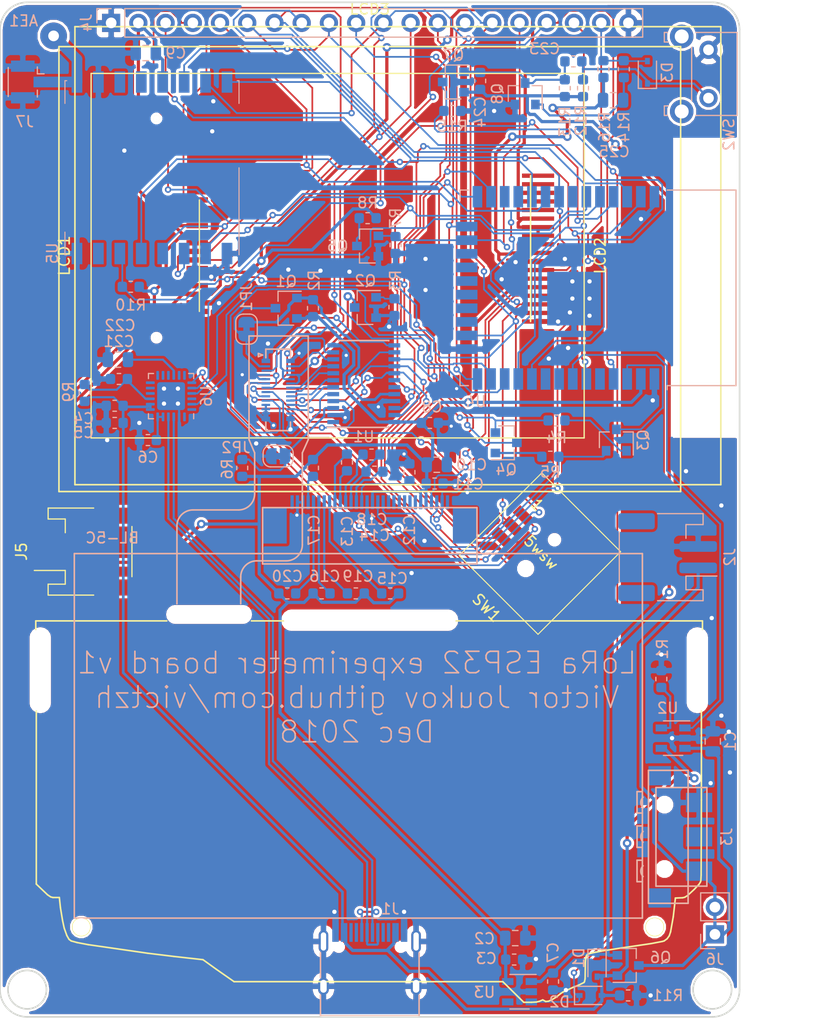
<source format=kicad_pcb>
(kicad_pcb (version 20171130) (host pcbnew "(6.0.0-rc1-dev-1322-g1858b7dca)")
  (layers (0 F.Cu mixed) (31 B.Cu mixed) (34 B.Paste user) (35 F.Paste user) (36 B.SilkS user) (37 F.SilkS user) (38 B.Mask user) (39 F.Mask user) (44 Edge.Cuts user hide))
  (net 0 "")
  (net 1 "Net-(U1-Pad18)")
  (net 2 "Net-(U1-Pad19)")
  (net 3 "Net-(J1-PadA8)")
  (net 4 "Net-(J1-PadB5)")
  (net 5 "Net-(J1-PadB8)")
  (net 6 "Net-(J1-PadA5)")
  (net 7 GND)
  (net 8 VBUS)
  (net 9 "Net-(U4-Pad5)")
  (net 10 "Net-(U4-Pad8)")
  (net 11 "Net-(U4-Pad9)")
  (net 12 "Net-(U4-Pad17)")
  (net 13 "Net-(U4-Pad18)")
  (net 14 "Net-(U4-Pad19)")
  (net 15 "Net-(U4-Pad20)")
  (net 16 "Net-(U5-Pad7)")
  (net 17 "Net-(U5-Pad11)")
  (net 18 "Net-(U5-Pad12)")
  (net 19 "Net-(U6-Pad24)")
  (net 20 "Net-(U6-Pad22)")
  (net 21 "Net-(U6-Pad18)")
  (net 22 "Net-(U6-Pad17)")
  (net 23 "Net-(U6-Pad14)")
  (net 24 "Net-(U6-Pad13)")
  (net 25 "Net-(U6-Pad12)")
  (net 26 "Net-(U6-Pad11)")
  (net 27 "Net-(U6-Pad10)")
  (net 28 /SCL)
  (net 29 /SDA)
  (net 30 +3V3)
  (net 31 +BATT)
  (net 32 /MISO)
  (net 33 /MOSI)
  (net 34 /SCK)
  (net 35 /RTS)
  (net 36 /RXD)
  (net 37 /TXD)
  (net 38 /DTR)
  (net 39 /USB/D_N)
  (net 40 /USB/D_P)
  (net 41 "Net-(C6-Pad1)")
  (net 42 "Net-(KBD1-Pad23)")
  (net 43 "Net-(LCD1-Pad15)")
  (net 44 "Net-(LCD1-Pad16)")
  (net 45 "Net-(LCD1-Pad17)")
  (net 46 "Net-(LCD1-Pad18)")
  (net 47 "Net-(U1-Pad1)")
  (net 48 "Net-(U3-Pad4)")
  (net 49 "Net-(U4-Pad21)")
  (net 50 "Net-(U4-Pad22)")
  (net 51 "Net-(U4-Pad27)")
  (net 52 "Net-(U4-Pad28)")
  (net 53 "Net-(U4-Pad32)")
  (net 54 "Net-(U6-Pad1)")
  (net 55 "Net-(U6-Pad15)")
  (net 56 "Net-(J3-Pad2)")
  (net 57 /Keyboard/KB_ROW7)
  (net 58 /Keyboard/KB_ROW6)
  (net 59 /Keyboard/KB_ROW5)
  (net 60 /Keyboard/KB_ROW4)
  (net 61 /Keyboard/KB_COL5)
  (net 62 /Keyboard/KB_ROW3)
  (net 63 /Keyboard/KB_COL4)
  (net 64 /Keyboard/KB_COL3)
  (net 65 /Keyboard/KB_COL2)
  (net 66 /Keyboard/KB_ROW2)
  (net 67 /Keyboard/KB_COL1)
  (net 68 /Keyboard/KB_ROW1)
  (net 69 /Keyboard/MIC_POWER)
  (net 70 /RESET)
  (net 71 "Net-(Q3-Pad1)")
  (net 72 "Net-(Q4-Pad1)")
  (net 73 /GPIO0)
  (net 74 "Net-(R1-Pad1)")
  (net 75 /Keyboard/KB_ROW8)
  (net 76 "Net-(JP1-Pad1)")
  (net 77 "Net-(JP2-Pad1)")
  (net 78 "Net-(Q5-Pad3)")
  (net 79 "Net-(C12-Pad1)")
  (net 80 "Net-(C13-Pad2)")
  (net 81 "Net-(C13-Pad1)")
  (net 82 "Net-(C14-Pad1)")
  (net 83 "Net-(C14-Pad2)")
  (net 84 "Net-(C15-Pad1)")
  (net 85 "Net-(C16-Pad1)")
  (net 86 "Net-(C17-Pad1)")
  (net 87 "Net-(C18-Pad1)")
  (net 88 "Net-(C19-Pad1)")
  (net 89 "Net-(C20-Pad1)")
  (net 90 "Net-(LCD3-Pad1)")
  (net 91 "Net-(LCD3-Pad7)")
  (net 92 "Net-(LCD3-Pad8)")
  (net 93 "Net-(LCD3-Pad9)")
  (net 94 "Net-(LCD3-Pad10)")
  (net 95 "Net-(LCD3-Pad11)")
  (net 96 "Net-(LCD3-Pad12)")
  (net 97 "Net-(LCD3-Pad30)")
  (net 98 /RFM_CS)
  (net 99 /RFM_INT)
  (net 100 /RFM_DIO1)
  (net 101 /RFM_DIO2)
  (net 102 "Net-(C21-Pad1)")
  (net 103 "Net-(C22-Pad1)")
  (net 104 /Display/LEDK)
  (net 105 /KB_MIC)
  (net 106 /DISP_RESET)
  (net 107 /DISP_DC)
  (net 108 /DISP_CS)
  (net 109 /KB_LED)
  (net 110 /DISP_LED)
  (net 111 /RFM_RESET)
  (net 112 "Net-(C23-Pad2)")
  (net 113 "Net-(C23-Pad1)")
  (net 114 "Net-(C25-Pad2)")
  (net 115 /POWER_CTRL)
  (net 116 /Power/VIN)
  (net 117 /CHARGE_STAT)
  (net 118 /Power/EN)
  (net 119 /ANT)
  (module Connector_Wire:SolderWirePad_1x01_Drill1mm (layer B.Cu) (at 55 30.5)
    (fp_text reference AE1 (at -2.8 -1.4) (layer B.SilkS) (effects (justify mirror)))
    (fp_text value Antenna)
    (pad 1 thru_hole circle (at 0 0) (size 2.49936 2.49936) (drill 1.00076) (layers *.Cu *.Mask) (net 119 /ANT))
  )
  (module modules:USB_C_Receptacle_GT-USB-7010 (layer B.Cu) (at 84.5 117.276 180)
    (fp_text reference J1 (at -1.9 5.35 180) (layer B.SilkS) (effects (justify mirror)))
    (fp_text value USB_C_Receptacle_USB2.0)
    (pad S1 thru_hole oval (at -4.32 -1.87 180) (size 1 1.6) (drill oval 0.6 1.2) (layers *.Cu *.Mask) (net 7 GND))
    (pad S1 thru_hole oval (at 4.32 -1.87 180) (size 1 1.6) (drill oval 0.6 1.2) (layers *.Cu *.Mask) (net 7 GND))
    (pad S1 thru_hole oval (at -4.32 2.31 180) (size 0.9 2.1) (drill oval 0.5 1.7) (layers *.Cu *.Mask) (net 7 GND))
    (pad S1 thru_hole oval (at 4.32 2.31 180) (size 0.9 2.1) (drill oval 0.5 1.7) (layers *.Cu *.Mask) (net 7 GND))
    (pad "" np_thru_hole circle (at -2.89 1.81 180) (size 0.65 0.65) (drill 0.65) (layers *.Cu *.Mask))
    (pad "" np_thru_hole circle (at 2.89 1.81 180) (size 0.65 0.65) (drill 0.65) (layers *.Cu *.Mask))
    (pad A7 smd rect (at 0.25 3.15 180) (size 0.3 1.75) (layers B.Cu B.Paste B.Mask) (net 39 /USB/D_N))
    (pad B6 smd rect (at 0.75 3.15 180) (size 0.3 1.75) (layers B.Cu B.Paste B.Mask) (net 40 /USB/D_P))
    (pad A8 smd rect (at 1.25 3.15 180) (size 0.3 1.75) (layers B.Cu B.Paste B.Mask) (net 3 "Net-(J1-PadA8)"))
    (pad B5 smd rect (at 1.75 3.15 180) (size 0.3 1.75) (layers B.Cu B.Paste B.Mask) (net 4 "Net-(J1-PadB5)"))
    (pad B7 smd rect (at -0.75 3.15 180) (size 0.3 1.75) (layers B.Cu B.Paste B.Mask) (net 39 /USB/D_N))
    (pad B8 smd rect (at -1.75 3.15 180) (size 0.3 1.75) (layers B.Cu B.Paste B.Mask) (net 5 "Net-(J1-PadB8)"))
    (pad A5 smd rect (at -1.25 3.15 180) (size 0.3 1.75) (layers B.Cu B.Paste B.Mask) (net 6 "Net-(J1-PadA5)"))
    (pad A6 smd rect (at -0.25 3.15 180) (size 0.3 1.75) (layers B.Cu B.Paste B.Mask) (net 40 /USB/D_P))
    (pad A1 smd rect (at -3.35 3.15 180) (size 0.3 1.75) (layers B.Cu B.Paste B.Mask) (net 7 GND))
    (pad B12 smd rect (at -3.05 3.15 180) (size 0.3 1.75) (layers B.Cu B.Paste B.Mask) (net 7 GND))
    (pad A4 smd rect (at -2.55 3.15 180) (size 0.3 1.75) (layers B.Cu B.Paste B.Mask) (net 8 VBUS))
    (pad B9 smd rect (at -2.25 3.15 180) (size 0.3 1.75) (layers B.Cu B.Paste B.Mask) (net 8 VBUS))
    (pad A9 smd rect (at 2.55 3.15 180) (size 0.3 1.75) (layers B.Cu B.Paste B.Mask) (net 8 VBUS))
    (pad B4 smd rect (at 2.25 3.15 180) (size 0.3 1.75) (layers B.Cu B.Paste B.Mask) (net 8 VBUS))
    (pad B1 smd rect (at 3.05 3.15 180) (size 0.3 1.75) (layers B.Cu B.Paste B.Mask) (net 7 GND))
    (pad A12 smd rect (at 3.35 3.15 180) (size 0.3 1.75) (layers B.Cu B.Paste B.Mask) (net 7 GND))
  )
  (module Connector_PinHeader_2.54mm:PinHeader_1x02_P2.54mm_Vertical (layer B.Cu) (at 116.7 114.3)
    (fp_text reference J6 (at 0 2.33) (layer B.SilkS) (effects (justify mirror)))
    (fp_text value Conn_01x02)
    (pad 2 thru_hole oval (at 0 -2.54) (size 1.7 1.7) (drill 1) (layers *.Cu *.Mask) (net 31 +BATT))
    (pad 1 thru_hole rect (at 0 0) (size 1.7 1.7) (drill 1) (layers *.Cu *.Mask) (net 31 +BATT))
  )
  (module Button_Switch_THT:SW_Tactile_SKHH_Angled (layer B.Cu) (at 116.1 36.3 90)
    (fp_text reference SW2 (at -3.4 1.9 90) (layer B.SilkS) (effects (justify mirror)))
    (fp_text value SW_Push)
    (pad 1 thru_hole circle (at 0 0 270) (size 1.7 1.7) (drill 1) (layers *.Cu *.Mask) (net 112 "Net-(C23-Pad2)"))
    (pad 2 thru_hole circle (at 4.5 0 270) (size 1.7 1.7) (drill 1) (layers *.Cu *.Mask) (net 7 GND))
    (pad "" thru_hole circle (at -1.25 -2.5 270) (size 2.2 2.2) (drill 1.3) (layers *.Cu *.Mask))
    (pad "" thru_hole circle (at 5.75 -2.5 270) (size 2.2 2.2) (drill 1.3) (layers *.Cu *.Mask))
  )
  (module Resistor_SMD:R_0603_1608Metric (layer B.Cu) (at 106.3 33.6 90)
    (fp_text reference R16 (at -5.4 0.1 90) (layer B.SilkS) (effects (justify mirror)))
    (fp_text value 100k)
    (pad 2 smd roundrect (at 0.7875 0 90) (size 0.875 0.95) (layers B.Cu B.Paste B.Mask) (net 115 /POWER_CTRL))
    (pad 1 smd roundrect (at -0.7875 0 90) (size 0.875 0.95) (layers B.Cu B.Paste B.Mask) (net 30 +3V3))
  )
  (module Resistor_SMD:R_0603_1608Metric (layer B.Cu) (at 92.2 37.5)
    (fp_text reference R15 (at 0 1.43) (layer B.SilkS) (effects (justify mirror)))
    (fp_text value 100k)
    (pad 2 smd roundrect (at 0.7875 0) (size 0.875 0.95) (layers B.Cu B.Paste B.Mask) (net 7 GND))
    (pad 1 smd roundrect (at -0.7875 0) (size 0.875 0.95) (layers B.Cu B.Paste B.Mask) (net 118 /Power/EN))
  )
  (module Resistor_SMD:R_0603_1608Metric (layer B.Cu) (at 108.2 33.6 270)
    (fp_text reference R14 (at 5.4 0 270) (layer B.SilkS) (effects (justify mirror)))
    (fp_text value 300k)
    (pad 2 smd roundrect (at 0.7875 0 270) (size 0.875 0.95) (layers B.Cu B.Paste B.Mask) (net 114 "Net-(C25-Pad2)"))
    (pad 1 smd roundrect (at -0.7875 0 270) (size 0.875 0.95) (layers B.Cu B.Paste B.Mask) (net 115 /POWER_CTRL))
  )
  (module Resistor_SMD:R_0603_1608Metric (layer B.Cu) (at 102.694 35.3784 90)
    (fp_text reference R13 (at -3.121572 0.006338 90) (layer B.SilkS) (effects (justify mirror)))
    (fp_text value 100k)
    (pad 2 smd roundrect (at 0.7875 0 90) (size 0.875 0.95) (layers B.Cu B.Paste B.Mask) (net 113 "Net-(C23-Pad1)"))
    (pad 1 smd roundrect (at -0.7875 0 90) (size 0.875 0.95) (layers B.Cu B.Paste B.Mask) (net 116 /Power/VIN))
  )
  (module Resistor_SMD:R_0603_1608Metric (layer B.Cu) (at 104.394 35.3784 90)
    (fp_text reference R12 (at -3.021572 -0.193662 90) (layer B.SilkS) (effects (justify mirror)))
    (fp_text value 10k)
    (pad 2 smd roundrect (at 0.7875 0 90) (size 0.875 0.95) (layers B.Cu B.Paste B.Mask) (net 112 "Net-(C23-Pad2)"))
    (pad 1 smd roundrect (at -0.7875 0 90) (size 0.875 0.95) (layers B.Cu B.Paste B.Mask) (net 116 /Power/VIN))
  )
  (module Resistor_SMD:R_0603_1608Metric (layer B.Cu) (at 108.6 120)
    (fp_text reference R11 (at 3.7 0) (layer B.SilkS) (effects (justify mirror)))
    (fp_text value 100k)
    (pad 2 smd roundrect (at 0.7875 0) (size 0.875 0.95) (layers B.Cu B.Paste B.Mask) (net 7 GND))
    (pad 1 smd roundrect (at -0.7875 0) (size 0.875 0.95) (layers B.Cu B.Paste B.Mask) (net 8 VBUS))
  )
  (module Resistor_SMD:R_0603_1608Metric (layer B.Cu) (at 57.9 63.8 90)
    (fp_text reference R9 (at 0.1 -1.5 90) (layer B.SilkS) (effects (justify mirror)))
    (fp_text value 10k)
    (pad 2 smd roundrect (at 0.7875 0 90) (size 0.875 0.95) (layers B.Cu B.Paste B.Mask) (net 102 "Net-(C21-Pad1)"))
    (pad 1 smd roundrect (at -0.7875 0 90) (size 0.875 0.95) (layers B.Cu B.Paste B.Mask) (net 8 VBUS))
  )
  (module Package_TO_SOT_SMD:SOT-23 (layer B.Cu) (at 99 35.9 90)
    (fp_text reference Q8 (at 0 -2.6 90) (layer B.SilkS) (effects (justify mirror)))
    (fp_text value Q_NMOS_GSD)
    (pad 3 smd rect (at 1 0 90) (size 0.9 0.8) (layers B.Cu B.Paste B.Mask) (net 113 "Net-(C23-Pad1)"))
    (pad 2 smd rect (at -1 -0.95 90) (size 0.9 0.8) (layers B.Cu B.Paste B.Mask) (net 7 GND))
    (pad 1 smd rect (at -1 0.95 90) (size 0.9 0.8) (layers B.Cu B.Paste B.Mask) (net 114 "Net-(C25-Pad2)"))
  )
  (module Package_TO_SOT_SMD:SOT-23 (layer B.Cu) (at 92.3 34.8 180)
    (fp_text reference Q7 (at 0 2.5 180) (layer B.SilkS) (effects (justify mirror)))
    (fp_text value Q_PMOS_GSD)
    (pad 3 smd rect (at 1 0 180) (size 0.9 0.8) (layers B.Cu B.Paste B.Mask) (net 118 /Power/EN))
    (pad 2 smd rect (at -1 -0.95 180) (size 0.9 0.8) (layers B.Cu B.Paste B.Mask) (net 116 /Power/VIN))
    (pad 1 smd rect (at -1 0.95 180) (size 0.9 0.8) (layers B.Cu B.Paste B.Mask) (net 113 "Net-(C23-Pad1)"))
  )
  (module Package_TO_SOT_SMD:SOT-23 (layer B.Cu) (at 108.6 117.2)
    (fp_text reference Q6 (at 3.027947 -0.747575) (layer B.SilkS) (effects (justify mirror)))
    (fp_text value Q_PMOS_GSD)
    (pad 3 smd rect (at 1 0) (size 0.9 0.8) (layers B.Cu B.Paste B.Mask) (net 31 +BATT))
    (pad 2 smd rect (at -1 -0.95) (size 0.9 0.8) (layers B.Cu B.Paste B.Mask) (net 116 /Power/VIN))
    (pad 1 smd rect (at -1 0.95) (size 0.9 0.8) (layers B.Cu B.Paste B.Mask) (net 8 VBUS))
  )
  (module Jumper:SolderJumper-2_P1.3mm_Bridged_RoundedPad1.0x1.5mm (layer B.Cu) (at 73 57.85 90)
    (fp_text reference JP1 (at 3 0 90) (layer B.SilkS) (effects (justify mirror)))
    (fp_text value Jumper_NC_Small)
    (pad 2 smd custom (at 0.65 0 90) (size 1 0.5) (layers B.Cu B.Mask) (net 69 /Keyboard/MIC_POWER) (options (clearance outline) (anchor rect)) (primitives (gr_circle (center 0 -0.25) (end 0.5 -0.25) (width 0)) (gr_circle (center 0 0.25) (end 0.5 0.25) (width 0)) (gr_poly (pts (xy 0 0.75) (xy -0.5 0.75) (xy -0.5 -0.75) (xy 0 -0.75)) (width 0))))
    (pad 1 smd custom (at -0.65 0 90) (size 1 0.5) (layers B.Cu B.Mask) (net 76 "Net-(JP1-Pad1)") (options (clearance outline) (anchor rect)) (primitives (gr_circle (center 0 -0.25) (end 0.5 -0.25) (width 0)) (gr_circle (center 0 0.25) (end 0.5 0.25) (width 0)) (gr_poly (pts (xy 0 0.75) (xy 0.5 0.75) (xy 0.5 -0.75) (xy 0 -0.75)) (width 0)) (gr_poly (pts (xy 0.9 0.3) (xy 0.4 0.3) (xy 0.4 -0.3) (xy 0.9 -0.3)) (width 0))))
  )
  (module Connector_PinHeader_2.54mm:PinHeader_1x20_P2.54mm_Vertical (layer B.Cu) (at 60.37 29.2862 270)
    (fp_text reference J4 (at 0 2.33 270) (layer B.SilkS) (effects (justify mirror)))
    (fp_text value Conn_01x20_Male)
    (pad 20 thru_hole oval (at 0 -48.26 270) (size 1.7 1.7) (drill 1) (layers *.Cu *.Mask) (net 7 GND))
    (pad 19 thru_hole oval (at 0 -45.72 270) (size 1.7 1.7) (drill 1) (layers *.Cu *.Mask) (net 115 /POWER_CTRL))
    (pad 18 thru_hole oval (at 0 -43.18 270) (size 1.7 1.7) (drill 1) (layers *.Cu *.Mask) (net 109 /KB_LED))
    (pad 17 thru_hole oval (at 0 -40.64 270) (size 1.7 1.7) (drill 1) (layers *.Cu *.Mask) (net 105 /KB_MIC))
    (pad 16 thru_hole oval (at 0 -38.1 270) (size 1.7 1.7) (drill 1) (layers *.Cu *.Mask) (net 110 /DISP_LED))
    (pad 15 thru_hole oval (at 0 -35.56 270) (size 1.7 1.7) (drill 1) (layers *.Cu *.Mask) (net 106 /DISP_RESET))
    (pad 14 thru_hole oval (at 0 -33.02 270) (size 1.7 1.7) (drill 1) (layers *.Cu *.Mask) (net 107 /DISP_DC))
    (pad 13 thru_hole oval (at 0 -30.48 270) (size 1.7 1.7) (drill 1) (layers *.Cu *.Mask) (net 108 /DISP_CS))
    (pad 12 thru_hole oval (at 0 -27.94 270) (size 1.7 1.7) (drill 1) (layers *.Cu *.Mask) (net 101 /RFM_DIO2))
    (pad 11 thru_hole oval (at 0 -25.4 270) (size 1.7 1.7) (drill 1) (layers *.Cu *.Mask) (net 100 /RFM_DIO1))
    (pad 10 thru_hole oval (at 0 -22.86 270) (size 1.7 1.7) (drill 1) (layers *.Cu *.Mask) (net 111 /RFM_RESET))
    (pad 9 thru_hole oval (at 0 -20.32 270) (size 1.7 1.7) (drill 1) (layers *.Cu *.Mask) (net 99 /RFM_INT))
    (pad 8 thru_hole oval (at 0 -17.78 270) (size 1.7 1.7) (drill 1) (layers *.Cu *.Mask) (net 98 /RFM_CS))
    (pad 7 thru_hole oval (at 0 -15.24 270) (size 1.7 1.7) (drill 1) (layers *.Cu *.Mask) (net 32 /MISO))
    (pad 6 thru_hole oval (at 0 -12.7 270) (size 1.7 1.7) (drill 1) (layers *.Cu *.Mask) (net 33 /MOSI))
    (pad 5 thru_hole oval (at 0 -10.16 270) (size 1.7 1.7) (drill 1) (layers *.Cu *.Mask) (net 34 /SCK))
    (pad 4 thru_hole oval (at 0 -7.62 270) (size 1.7 1.7) (drill 1) (layers *.Cu *.Mask) (net 29 /SDA))
    (pad 3 thru_hole oval (at 0 -5.08 270) (size 1.7 1.7) (drill 1) (layers *.Cu *.Mask) (net 28 /SCL))
    (pad 2 thru_hole oval (at 0 -2.54 270) (size 1.7 1.7) (drill 1) (layers *.Cu *.Mask) (net 30 +3V3))
    (pad 1 thru_hole rect (at 0 0 270) (size 1.7 1.7) (drill 1) (layers *.Cu *.Mask) (net 7 GND))
  )
  (module Diode_SMD:D_SOD-323 (layer B.Cu) (at 110.4 33.9 90)
    (fp_text reference D3 (at 0 1.85 90) (layer B.SilkS) (effects (justify mirror)))
    (fp_text value D)
    (pad 2 smd rect (at 1.05 0 90) (size 0.6 0.45) (layers B.Cu B.Paste B.Mask) (net 115 /POWER_CTRL))
    (pad 1 smd rect (at -1.05 0 90) (size 0.6 0.45) (layers B.Cu B.Paste B.Mask) (net 112 "Net-(C23-Pad2)"))
  )
  (module Diode_SMD:D_SOD-323 (layer B.Cu) (at 105.1 120)
    (fp_text reference D2 (at -2.9 0.6) (layer B.SilkS) (effects (justify mirror)))
    (fp_text value D)
    (pad 2 smd rect (at 1.05 0) (size 0.6 0.45) (layers B.Cu B.Paste B.Mask) (net 8 VBUS))
    (pad 1 smd rect (at -1.05 0) (size 0.6 0.45) (layers B.Cu B.Paste B.Mask) (net 118 /Power/EN))
  )
  (module Diode_SMD:D_SOD-323 (layer B.Cu) (at 105.7 117.2 270)
    (fp_text reference D1 (at -0.7 1.7 270) (layer B.SilkS) (effects (justify mirror)))
    (fp_text value D_Schottky)
    (pad 2 smd rect (at 1.05 0 270) (size 0.6 0.45) (layers B.Cu B.Paste B.Mask) (net 8 VBUS))
    (pad 1 smd rect (at -1.05 0 270) (size 0.6 0.45) (layers B.Cu B.Paste B.Mask) (net 116 /Power/VIN))
  )
  (module Capacitor_SMD:C_0805_2012Metric (layer B.Cu) (at 107.2 36.5)
    (fp_text reference C25 (at 0.1 4.8) (layer B.SilkS) (effects (justify mirror)))
    (fp_text value 10uF)
    (pad 2 smd roundrect (at 0.9375 0) (size 0.975 1.4) (layers B.Cu B.Paste B.Mask) (net 114 "Net-(C25-Pad2)"))
    (pad 1 smd roundrect (at -0.9375 0) (size 0.975 1.4) (layers B.Cu B.Paste B.Mask) (net 30 +3V3))
  )
  (module Capacitor_SMD:C_0603_1608Metric (layer B.Cu) (at 94.8 34.7 90)
    (fp_text reference C24 (at -2.9 0 90) (layer B.SilkS) (effects (justify mirror)))
    (fp_text value 0.1uF)
    (pad 2 smd roundrect (at 0.7875 0 90) (size 0.875 0.95) (layers B.Cu B.Paste B.Mask) (net 113 "Net-(C23-Pad1)"))
    (pad 1 smd roundrect (at -0.7875 0 90) (size 0.875 0.95) (layers B.Cu B.Paste B.Mask) (net 116 /Power/VIN))
  )
  (module Capacitor_SMD:C_0603_1608Metric (layer B.Cu) (at 103.494 32.8784)
    (fp_text reference C23 (at -2.693662 -1.178428) (layer B.SilkS) (effects (justify mirror)))
    (fp_text value 1uF)
    (pad 2 smd roundrect (at 0.7875 0) (size 0.875 0.95) (layers B.Cu B.Paste B.Mask) (net 112 "Net-(C23-Pad2)"))
    (pad 1 smd roundrect (at -0.7875 0) (size 0.875 0.95) (layers B.Cu B.Paste B.Mask) (net 113 "Net-(C23-Pad1)"))
  )
  (module Jumper:SolderJumper-2_P1.3mm_Bridged_RoundedPad1.0x1.5mm (layer B.Cu) (at 75.95 69.7 180)
    (fp_text reference JP2 (at 3.95 0.8 180) (layer B.SilkS) (effects (justify mirror)))
    (fp_text value Jumper_NC_Small)
    (pad 1 smd custom (at -0.65 0 180) (size 1 0.5) (layers B.Cu B.Mask) (net 77 "Net-(JP2-Pad1)") (options (clearance outline) (anchor rect)) (primitives (gr_circle (center 0 -0.25) (end 0.5 -0.25) (width 0)) (gr_circle (center 0 0.25) (end 0.5 0.25) (width 0)) (gr_poly (pts (xy 0 0.75) (xy 0.5 0.75) (xy 0.5 -0.75) (xy 0 -0.75)) (width 0)) (gr_poly (pts (xy 0.9 0.3) (xy 0.4 0.3) (xy 0.4 -0.3) (xy 0.9 -0.3)) (width 0))))
    (pad 2 smd custom (at 0.65 0 180) (size 1 0.5) (layers B.Cu B.Mask) (net 7 GND) (options (clearance outline) (anchor rect)) (primitives (gr_circle (center 0 -0.25) (end 0.5 -0.25) (width 0)) (gr_circle (center 0 0.25) (end 0.5 0.25) (width 0)) (gr_poly (pts (xy 0 0.75) (xy -0.5 0.75) (xy -0.5 -0.75) (xy 0 -0.75)) (width 0))))
  )
  (module Package_TO_SOT_SMD:SOT-23 (layer B.Cu) (at 84.3 50.1 180)
    (fp_text reference Q5 (at 2.8 0 180) (layer B.SilkS) (effects (justify mirror)))
    (fp_text value Q_NMOS_GSD)
    (pad 1 smd rect (at -1 0.95 180) (size 0.9 0.8) (layers B.Cu B.Paste B.Mask) (net 110 /DISP_LED))
    (pad 2 smd rect (at -1 -0.95 180) (size 0.9 0.8) (layers B.Cu B.Paste B.Mask) (net 7 GND))
    (pad 3 smd rect (at 1 0 180) (size 0.9 0.8) (layers B.Cu B.Paste B.Mask) (net 78 "Net-(Q5-Pad3)"))
  )
  (module Resistor_SMD:R_0603_1608Metric (layer B.Cu) (at 72.6 70.8 90)
    (fp_text reference R6 (at -0.1 -1.4 90) (layer B.SilkS) (effects (justify mirror)))
    (fp_text value 10K)
    (pad 1 smd roundrect (at -0.7875 0 90) (size 0.875 0.95) (layers B.Cu B.Paste B.Mask) (net 30 +3V3))
    (pad 2 smd roundrect (at 0.7875 0 90) (size 0.875 0.95) (layers B.Cu B.Paste B.Mask) (net 77 "Net-(JP2-Pad1)"))
  )
  (module Resistor_SMD:R_0603_1608Metric (layer B.Cu) (at 86.9 50 270)
    (fp_text reference R7 (at -2.5 0 270) (layer B.SilkS) (effects (justify mirror)))
    (fp_text value 10k)
    (pad 2 smd roundrect (at 0.7875 0 270) (size 0.875 0.95) (layers B.Cu B.Paste B.Mask) (net 7 GND))
    (pad 1 smd roundrect (at -0.7875 0 270) (size 0.875 0.95) (layers B.Cu B.Paste B.Mask) (net 110 /DISP_LED))
  )
  (module Resistor_SMD:R_0603_1608Metric (layer B.Cu) (at 84.3 47.5 180)
    (fp_text reference R8 (at 0 1.43 180) (layer B.SilkS) (effects (justify mirror)))
    (fp_text value 22R)
    (pad 1 smd roundrect (at -0.7875 0 180) (size 0.875 0.95) (layers B.Cu B.Paste B.Mask) (net 104 /Display/LEDK))
    (pad 2 smd roundrect (at 0.7875 0 180) (size 0.875 0.95) (layers B.Cu B.Paste B.Mask) (net 78 "Net-(Q5-Pad3)"))
  )
  (module Package_SO:TSSOP-24_4.4x7.8mm_P0.65mm (layer B.Cu) (at 83.9404 62.9412)
    (fp_text reference U1 (at 0 4.95) (layer B.SilkS) (effects (justify mirror)))
    (fp_text value PCA9555PW,118)
    (pad 1 smd rect (at -2.85 3.575) (size 1.1 0.4) (layers B.Cu B.Paste B.Mask) (net 47 "Net-(U1-Pad1)"))
    (pad 2 smd rect (at -2.85 2.925) (size 1.1 0.4) (layers B.Cu B.Paste B.Mask) (net 7 GND))
    (pad 3 smd rect (at -2.85 2.275) (size 1.1 0.4) (layers B.Cu B.Paste B.Mask) (net 77 "Net-(JP2-Pad1)"))
    (pad 4 smd rect (at -2.85 1.625) (size 1.1 0.4) (layers B.Cu B.Paste B.Mask) (net 68 /Keyboard/KB_ROW1))
    (pad 5 smd rect (at -2.85 0.975) (size 1.1 0.4) (layers B.Cu B.Paste B.Mask) (net 66 /Keyboard/KB_ROW2))
    (pad 6 smd rect (at -2.85 0.325) (size 1.1 0.4) (layers B.Cu B.Paste B.Mask) (net 62 /Keyboard/KB_ROW3))
    (pad 7 smd rect (at -2.85 -0.325) (size 1.1 0.4) (layers B.Cu B.Paste B.Mask) (net 60 /Keyboard/KB_ROW4))
    (pad 8 smd rect (at -2.85 -0.975) (size 1.1 0.4) (layers B.Cu B.Paste B.Mask) (net 59 /Keyboard/KB_ROW5))
    (pad 9 smd rect (at -2.85 -1.625) (size 1.1 0.4) (layers B.Cu B.Paste B.Mask) (net 58 /Keyboard/KB_ROW6))
    (pad 10 smd rect (at -2.85 -2.275) (size 1.1 0.4) (layers B.Cu B.Paste B.Mask) (net 57 /Keyboard/KB_ROW7))
    (pad 11 smd rect (at -2.85 -2.925) (size 1.1 0.4) (layers B.Cu B.Paste B.Mask) (net 75 /Keyboard/KB_ROW8))
    (pad 12 smd rect (at -2.85 -3.575) (size 1.1 0.4) (layers B.Cu B.Paste B.Mask) (net 7 GND))
    (pad 13 smd rect (at 2.85 -3.575) (size 1.1 0.4) (layers B.Cu B.Paste B.Mask) (net 67 /Keyboard/KB_COL1))
    (pad 14 smd rect (at 2.85 -2.925) (size 1.1 0.4) (layers B.Cu B.Paste B.Mask) (net 65 /Keyboard/KB_COL2))
    (pad 15 smd rect (at 2.85 -2.275) (size 1.1 0.4) (layers B.Cu B.Paste B.Mask) (net 64 /Keyboard/KB_COL3))
    (pad 16 smd rect (at 2.85 -1.625) (size 1.1 0.4) (layers B.Cu B.Paste B.Mask) (net 63 /Keyboard/KB_COL4))
    (pad 17 smd rect (at 2.85 -0.975) (size 1.1 0.4) (layers B.Cu B.Paste B.Mask) (net 61 /Keyboard/KB_COL5))
    (pad 18 smd rect (at 2.85 -0.325) (size 1.1 0.4) (layers B.Cu B.Paste B.Mask) (net 1 "Net-(U1-Pad18)"))
    (pad 19 smd rect (at 2.85 0.325) (size 1.1 0.4) (layers B.Cu B.Paste B.Mask) (net 2 "Net-(U1-Pad19)"))
    (pad 20 smd rect (at 2.85 0.975) (size 1.1 0.4) (layers B.Cu B.Paste B.Mask) (net 69 /Keyboard/MIC_POWER))
    (pad 21 smd rect (at 2.85 1.625) (size 1.1 0.4) (layers B.Cu B.Paste B.Mask) (net 7 GND))
    (pad 22 smd rect (at 2.85 2.275) (size 1.1 0.4) (layers B.Cu B.Paste B.Mask) (net 28 /SCL))
    (pad 23 smd rect (at 2.85 2.925) (size 1.1 0.4) (layers B.Cu B.Paste B.Mask) (net 29 /SDA))
    (pad 24 smd rect (at 2.85 3.575) (size 1.1 0.4) (layers B.Cu B.Paste B.Mask) (net 30 +3V3))
  )
  (module modules:5WAY_sw (layer F.Cu) (at 100.39 78.84 315)
    (fp_text reference SW1 (at 0 7.071068 315) (layer F.SilkS))
    (fp_text value 5W_SW)
    (fp_text user 5wsw (at -0.05 -0.175001 315) (layer F.SilkS))
    (fp_text user 1 (at -3.45 -3.075 315) (layer F.SilkS))
    (pad 6 smd rect (at 3.55 1.425 315) (size 2 1) (layers F.Cu F.Paste F.Mask) (net 61 /Keyboard/KB_COL5))
    (pad 5 smd rect (at 3.549998 0 315) (size 2 1) (layers F.Cu F.Paste F.Mask) (net 75 /Keyboard/KB_ROW8))
    (pad 4 smd rect (at 3.55 -1.425001 315) (size 2 1) (layers F.Cu F.Paste F.Mask) (net 63 /Keyboard/KB_COL4))
    (pad 1 smd rect (at -3.55 -1.425 315) (size 2 1) (layers F.Cu F.Paste F.Mask) (net 67 /Keyboard/KB_COL1))
    (pad 3 smd rect (at -3.55 1.425 315) (size 2 1) (layers F.Cu F.Paste F.Mask) (net 64 /Keyboard/KB_COL3))
    (pad 2 smd rect (at -3.55 0 315) (size 2 1) (layers F.Cu F.Paste F.Mask) (net 65 /Keyboard/KB_COL2))
    (pad "" smd rect (at 0 4.15 315) (size 2 2) (layers F.Cu F.Paste F.Mask))
    (pad "" smd rect (at 0 -4.15 315) (size 2 2) (layers F.Cu F.Paste F.Mask))
    (pad "" np_thru_hole circle (at 0 -1.9 315) (size 0.76 0.76) (drill 0.76) (layers *.Cu *.Mask))
    (pad "" np_thru_hole circle (at 0 1.9 315) (size 1.1 1.1) (drill 1.1) (layers *.Cu *.Mask))
  )
  (module modules:BBQ10KBD (layer F.Cu) (at 83.4578 85.0646)
    (fp_text reference KBD1 hide)
    (fp_text value Keyboard_BBQ10KBD hide)
    (pad "" np_thru_hole circle (at 27.625 28.55) (size 1.6 1.6) (drill 1.6) (layers *.Cu *.Mask))
    (pad "" np_thru_hole circle (at -25.875 28.55) (size 1.6 1.6) (drill 1.6) (layers *.Cu *.Mask))
    (pad "" np_thru_hole oval (at 31.6 4.6) (size 1.5 7.5) (drill oval 1.5 7.5) (layers *.Cu *.Mask))
    (pad "" np_thru_hole oval (at -29.7 4.6) (size 1.5 7.5) (drill oval 1.5 7.5) (layers *.Cu *.Mask))
    (pad "" np_thru_hole oval (at -13.95 -0.6) (size 7.5 1.27) (drill oval 7.5 1.27) (layers *.Cu *.Mask))
    (pad 28 smd rect (at -6.356671 -24.246539 270) (size 0.4 0.8) (layers B.Cu B.Paste B.Mask) (net 7 GND))
    (pad 15 smd rect (at -6.356671 -18.846539 270) (size 0.4 0.8) (layers B.Cu B.Paste B.Mask) (net 7 GND))
    (pad 14 smd rect (at -8.656671 -18.846539 270) (size 0.4 0.8) (layers B.Cu B.Paste B.Mask) (net 7 GND))
    (pad 1 smd rect (at -8.656671 -24.246539 270) (size 0.4 0.8) (layers B.Cu B.Paste B.Mask) (net 7 GND))
    (pad 27 smd rect (at -6.356671 -23.746539 270) (size 0.2 0.8) (layers B.Cu B.Paste B.Mask) (net 57 /Keyboard/KB_ROW7))
    (pad 26 smd rect (at -6.356671 -23.346539 270) (size 0.2 0.8) (layers B.Cu B.Paste B.Mask) (net 30 +3V3))
    (pad 25 smd rect (at -6.356671 -22.946539 270) (size 0.2 0.8) (layers B.Cu B.Paste B.Mask) (net 42 "Net-(KBD1-Pad23)"))
    (pad 24 smd rect (at -6.356671 -22.546539 270) (size 0.2 0.8) (layers B.Cu B.Paste B.Mask) (net 30 +3V3))
    (pad 23 smd rect (at -6.356671 -22.146539 270) (size 0.2 0.8) (layers B.Cu B.Paste B.Mask) (net 42 "Net-(KBD1-Pad23)"))
    (pad 22 smd rect (at -6.356671 -21.746539 270) (size 0.2 0.8) (layers B.Cu B.Paste B.Mask) (net 58 /Keyboard/KB_ROW6))
    (pad 21 smd rect (at -6.356671 -21.346539 270) (size 0.2 0.8) (layers B.Cu B.Paste B.Mask) (net 59 /Keyboard/KB_ROW5))
    (pad 20 smd rect (at -6.356671 -20.946539 270) (size 0.2 0.8) (layers B.Cu B.Paste B.Mask) (net 60 /Keyboard/KB_ROW4))
    (pad 19 smd rect (at -6.356671 -20.546539 270) (size 0.2 0.8) (layers B.Cu B.Paste B.Mask) (net 61 /Keyboard/KB_COL5))
    (pad 18 smd rect (at -6.356671 -20.146539 270) (size 0.2 0.8) (layers B.Cu B.Paste B.Mask) (net 62 /Keyboard/KB_ROW3))
    (pad 17 smd rect (at -6.356671 -19.746539 270) (size 0.2 0.8) (layers B.Cu B.Paste B.Mask) (net 63 /Keyboard/KB_COL4))
    (pad 16 smd rect (at -6.356671 -19.346539 270) (size 0.2 0.8) (layers B.Cu B.Paste B.Mask) (net 7 GND))
    (pad 13 smd rect (at -8.656671 -19.346539 270) (size 0.2 0.8) (layers B.Cu B.Paste B.Mask) (net 7 GND))
    (pad 12 smd rect (at -8.656671 -19.746539 270) (size 0.2 0.8) (layers B.Cu B.Paste B.Mask) (net 7 GND))
    (pad 11 smd rect (at -8.656671 -20.146539 270) (size 0.2 0.8) (layers B.Cu B.Paste B.Mask) (net 7 GND))
    (pad 10 smd rect (at -8.656671 -20.546539 270) (size 0.2 0.8) (layers B.Cu B.Paste B.Mask) (net 64 /Keyboard/KB_COL3))
    (pad 9 smd rect (at -8.656671 -20.946539 270) (size 0.2 0.8) (layers B.Cu B.Paste B.Mask) (net 65 /Keyboard/KB_COL2))
    (pad 8 smd rect (at -8.656671 -21.346539 270) (size 0.2 0.8) (layers B.Cu B.Paste B.Mask) (net 66 /Keyboard/KB_ROW2))
    (pad 7 smd rect (at -8.656671 -21.746539 270) (size 0.2 0.8) (layers B.Cu B.Paste B.Mask) (net 67 /Keyboard/KB_COL1))
    (pad 6 smd rect (at -8.656671 -22.146539 270) (size 0.2 0.8) (layers B.Cu B.Paste B.Mask) (net 68 /Keyboard/KB_ROW1))
    (pad 5 smd rect (at -8.656671 -22.546539 270) (size 0.2 0.8) (layers B.Cu B.Paste B.Mask) (net 7 GND))
    (pad 4 smd rect (at -8.656671 -22.946539 270) (size 0.2 0.8) (layers B.Cu B.Paste B.Mask) (net 7 GND))
    (pad 3 smd rect (at -8.656671 -23.346539 270) (size 0.2 0.8) (layers B.Cu B.Paste B.Mask) (net 105 /KB_MIC))
    (pad 2 smd rect (at -8.656671 -23.746539 270) (size 0.2 0.8) (layers B.Cu B.Paste B.Mask) (net 76 "Net-(JP1-Pad1)"))
  )
  (module Capacitor_SMD:C_0603_1608Metric (layer B.Cu) (at 63.8 68.2 180)
    (fp_text reference C6 (at 0 -1.6 180) (layer B.SilkS) (effects (justify mirror)))
    (fp_text value 1uF)
    (pad 1 smd roundrect (at -0.7875 0 180) (size 0.875 0.95) (layers B.Cu B.Paste B.Mask) (net 41 "Net-(C6-Pad1)"))
    (pad 2 smd roundrect (at 0.7875 0 180) (size 0.875 0.95) (layers B.Cu B.Paste B.Mask) (net 7 GND))
  )
  (module Capacitor_SMD:C_0603_1608Metric (layer B.Cu) (at 60.7 65)
    (fp_text reference C4 (at -2.9 1.2) (layer B.SilkS) (effects (justify mirror)))
    (fp_text value 0.1uF)
    (pad 1 smd roundrect (at -0.7875 0) (size 0.875 0.95) (layers B.Cu B.Paste B.Mask) (net 7 GND))
    (pad 2 smd roundrect (at 0.7875 0) (size 0.875 0.95) (layers B.Cu B.Paste B.Mask) (net 8 VBUS))
  )
  (module RF_Module:HOPERF_RFM9XW_SMD (layer B.Cu) (at 64.1792 42.8 90)
    (fp_text reference U5 (at -7.9792 -9.291 90) (layer B.SilkS) (effects (justify mirror)))
    (fp_text value RFM96)
    (pad 1 smd rect (at -8 7 90) (size 2 1) (layers B.Cu B.Paste B.Mask) (net 7 GND))
    (pad 2 smd rect (at -8 5 90) (size 2 1) (layers B.Cu B.Paste B.Mask) (net 32 /MISO))
    (pad 3 smd rect (at -8 3 90) (size 2 1) (layers B.Cu B.Paste B.Mask) (net 33 /MOSI))
    (pad 4 smd rect (at -8 1 90) (size 2 1) (layers B.Cu B.Paste B.Mask) (net 34 /SCK))
    (pad 5 smd rect (at -8 -1 90) (size 2 1) (layers B.Cu B.Paste B.Mask) (net 98 /RFM_CS))
    (pad 6 smd rect (at -8 -3 90) (size 2 1) (layers B.Cu B.Paste B.Mask) (net 111 /RFM_RESET))
    (pad 7 smd rect (at -8 -5 90) (size 2 1) (layers B.Cu B.Paste B.Mask) (net 16 "Net-(U5-Pad7)"))
    (pad 8 smd rect (at -8 -7 90) (size 2 1) (layers B.Cu B.Paste B.Mask) (net 7 GND))
    (pad 9 smd rect (at 8 -7 90) (size 2 1) (layers B.Cu B.Paste B.Mask) (net 119 /ANT))
    (pad 10 smd rect (at 8 -5 90) (size 2 1) (layers B.Cu B.Paste B.Mask) (net 7 GND))
    (pad 11 smd rect (at 8 -3 90) (size 2 1) (layers B.Cu B.Paste B.Mask) (net 17 "Net-(U5-Pad11)"))
    (pad 12 smd rect (at 8 -1 90) (size 2 1) (layers B.Cu B.Paste B.Mask) (net 18 "Net-(U5-Pad12)"))
    (pad 13 smd rect (at 8 1 90) (size 2 1) (layers B.Cu B.Paste B.Mask) (net 30 +3V3))
    (pad 14 smd rect (at 8 3 90) (size 2 1) (layers B.Cu B.Paste B.Mask) (net 99 /RFM_INT))
    (pad 15 smd rect (at 8 5 90) (size 2 1) (layers B.Cu B.Paste B.Mask) (net 100 /RFM_DIO1))
    (pad 16 smd rect (at 8 7 90) (size 2 1) (layers B.Cu B.Paste B.Mask) (net 101 /RFM_DIO2))
  )
  (module Package_TO_SOT_SMD:SOT-23-5 (layer B.Cu) (at 112.8 96 180)
    (fp_text reference U2 (at 0.5 2.8 180) (layer B.SilkS) (effects (justify mirror)))
    (fp_text value MCP73831-2-OT)
    (pad 1 smd rect (at -1.1 0.95 180) (size 1.06 0.65) (layers B.Cu B.Paste B.Mask) (net 117 /CHARGE_STAT))
    (pad 2 smd rect (at -1.1 0 180) (size 1.06 0.65) (layers B.Cu B.Paste B.Mask) (net 7 GND))
    (pad 3 smd rect (at -1.1 -0.95 180) (size 1.06 0.65) (layers B.Cu B.Paste B.Mask) (net 31 +BATT))
    (pad 4 smd rect (at 1.1 -0.95 180) (size 1.06 0.65) (layers B.Cu B.Paste B.Mask) (net 8 VBUS))
    (pad 5 smd rect (at 1.1 0.95 180) (size 1.06 0.65) (layers B.Cu B.Paste B.Mask) (net 74 "Net-(R1-Pad1)"))
  )
  (module Capacitor_SMD:C_0805_2012Metric (layer B.Cu) (at 116.5 96.3 90)
    (fp_text reference C1 (at 0 1.65 90) (layer B.SilkS) (effects (justify mirror)))
    (fp_text value 10uF)
    (pad 1 smd roundrect (at -0.9375 0 90) (size 0.975 1.4) (layers B.Cu B.Paste B.Mask) (net 31 +BATT))
    (pad 2 smd roundrect (at 0.9375 0 90) (size 0.975 1.4) (layers B.Cu B.Paste B.Mask) (net 7 GND))
  )
  (module Capacitor_SMD:C_0805_2012Metric (layer B.Cu) (at 98.0694 114.653)
    (fp_text reference C2 (at -2.869437 0.046918) (layer B.SilkS) (effects (justify mirror)))
    (fp_text value 10uF)
    (pad 2 smd roundrect (at 0.9375 0) (size 0.975 1.4) (layers B.Cu B.Paste B.Mask) (net 7 GND))
    (pad 1 smd roundrect (at -0.9375 0) (size 0.975 1.4) (layers B.Cu B.Paste B.Mask) (net 30 +3V3))
  )
  (module Capacitor_SMD:C_0603_1608Metric (layer B.Cu) (at 97.9694 116.653)
    (fp_text reference C3 (at -2.6 -0.1) (layer B.SilkS) (effects (justify mirror)))
    (fp_text value 1uF)
    (pad 1 smd roundrect (at -0.7875 0) (size 0.875 0.95) (layers B.Cu B.Paste B.Mask) (net 30 +3V3))
    (pad 2 smd roundrect (at 0.7875 0) (size 0.875 0.95) (layers B.Cu B.Paste B.Mask) (net 7 GND))
  )
  (module Capacitor_SMD:C_0603_1608Metric (layer B.Cu) (at 60.7 66.6)
    (fp_text reference C5 (at -2.9 0.9) (layer B.SilkS) (effects (justify mirror)))
    (fp_text value 1uF)
    (pad 2 smd roundrect (at 0.7875 0) (size 0.875 0.95) (layers B.Cu B.Paste B.Mask) (net 8 VBUS))
    (pad 1 smd roundrect (at -0.7875 0) (size 0.875 0.95) (layers B.Cu B.Paste B.Mask) (net 7 GND))
  )
  (module modules:Z240IT010 (layer F.Cu) (at 84.5 51 90)
    (fp_text reference LCD1 (at 0 -28.5 90) (layer F.SilkS))
    (fp_text value Z240IT010)
    (pad 1 smd rect (at -6.14 15.7 180) (size 3 0.4) (layers F.Cu F.Paste F.Mask) (net 7 GND))
    (pad 2 smd rect (at -5.34 15.7 180) (size 3 0.4) (layers F.Cu F.Paste F.Mask) (net 106 /DISP_RESET))
    (pad 3 smd rect (at -4.54 15.7 180) (size 3 0.4) (layers F.Cu F.Paste F.Mask) (net 34 /SCK))
    (pad 4 smd rect (at -3.74 15.7 180) (size 3 0.4) (layers F.Cu F.Paste F.Mask) (net 107 /DISP_DC))
    (pad 5 smd rect (at -2.94 15.7 180) (size 3 0.4) (layers F.Cu F.Paste F.Mask) (net 108 /DISP_CS))
    (pad 6 smd rect (at -2.14 15.7 180) (size 3 0.4) (layers F.Cu F.Paste F.Mask) (net 33 /MOSI))
    (pad 7 smd rect (at -1.34 15.7 180) (size 3 0.4) (layers F.Cu F.Paste F.Mask) (net 32 /MISO))
    (pad 8 smd rect (at -0.54 15.7 180) (size 3 0.4) (layers F.Cu F.Paste F.Mask) (net 7 GND))
    (pad 9 smd rect (at 0.26 15.7 180) (size 3 0.4) (layers F.Cu F.Paste F.Mask) (net 30 +3V3))
    (pad 10 smd rect (at 1.06 15.7 180) (size 3 0.4) (layers F.Cu F.Paste F.Mask) (net 30 +3V3))
    (pad 11 smd rect (at 1.86 15.7 180) (size 3 0.4) (layers F.Cu F.Paste F.Mask) (net 104 /Display/LEDK))
    (pad 12 smd rect (at 2.66 15.7 180) (size 3 0.4) (layers F.Cu F.Paste F.Mask) (net 104 /Display/LEDK))
    (pad 13 smd rect (at 3.46 15.7 180) (size 3 0.4) (layers F.Cu F.Paste F.Mask) (net 104 /Display/LEDK))
    (pad 14 smd rect (at 4.26 15.7 180) (size 3 0.4) (layers F.Cu F.Paste F.Mask) (net 104 /Display/LEDK))
    (pad 15 smd rect (at 5.06 15.7 180) (size 3 0.4) (layers F.Cu F.Paste F.Mask) (net 43 "Net-(LCD1-Pad15)"))
    (pad 16 smd rect (at 5.86 15.7 180) (size 3 0.4) (layers F.Cu F.Paste F.Mask) (net 44 "Net-(LCD1-Pad16)"))
    (pad 17 smd rect (at 6.66 15.7 180) (size 3 0.4) (layers F.Cu F.Paste F.Mask) (net 45 "Net-(LCD1-Pad17)"))
    (pad 18 smd rect (at 7.46 15.7 180) (size 3 0.4) (layers F.Cu F.Paste F.Mask) (net 46 "Net-(LCD1-Pad18)"))
  )
  (module modules:JD-T1800 (layer F.Cu) (at 84.5 51 270)
    (fp_text reference LCD2 (at 0 -21.5 270) (layer F.SilkS) (effects (font (size 1 0.9))))
    (fp_text value JD-T1800)
    (pad Hole np_thru_hole circle (at 7.65 19.9 270) (size 0.6 0.6) (drill 0.6) (layers *.Cu *.Mask F.SilkS))
    (pad Hole np_thru_hole circle (at -12.8 19.9 270) (size 0.6 0.6) (drill 0.6) (layers *.Cu *.Mask F.SilkS))
    (pad 14 smd rect (at -5.2 16.1) (size 2 0.5) (layers F.Cu F.Paste F.Mask))
    (pad 1 smd rect (at 5.2 16.1) (size 2 0.5) (layers F.Cu F.Paste F.Mask))
    (pad 2 smd rect (at 4.4 16.1) (size 2 0.5) (layers F.Cu F.Paste F.Mask) (net 7 GND))
    (pad 3 smd rect (at 3.6 16.1) (size 2 0.5) (layers F.Cu F.Paste F.Mask) (net 104 /Display/LEDK))
    (pad 4 smd rect (at 2.8 16.1) (size 2 0.5) (layers F.Cu F.Paste F.Mask) (net 30 +3V3))
    (pad 5 smd rect (at 2 16.1) (size 2 0.5) (layers F.Cu F.Paste F.Mask) (net 7 GND))
    (pad 6 smd rect (at 1.2 16.1) (size 2 0.5) (layers F.Cu F.Paste F.Mask) (net 106 /DISP_RESET))
    (pad 7 smd rect (at 0.4 16.1) (size 2 0.5) (layers F.Cu F.Paste F.Mask) (net 107 /DISP_DC))
    (pad 8 smd rect (at -0.4 16.1) (size 2 0.5) (layers F.Cu F.Paste F.Mask) (net 33 /MOSI))
    (pad 9 smd rect (at -1.2 16.1) (size 2 0.5) (layers F.Cu F.Paste F.Mask) (net 34 /SCK))
    (pad 10 smd rect (at -2 16.1) (size 2 0.5) (layers F.Cu F.Paste F.Mask) (net 30 +3V3))
    (pad 11 smd rect (at -2.8 16.1) (size 2 0.5) (layers F.Cu F.Paste F.Mask) (net 30 +3V3))
    (pad 12 smd rect (at -3.6 16.1) (size 2 0.5) (layers F.Cu F.Paste F.Mask) (net 108 /DISP_CS))
    (pad 13 smd rect (at -4.4 16.1) (size 2 0.5) (layers F.Cu F.Paste F.Mask) (net 7 GND))
  )
  (module Package_TO_SOT_SMD:SOT-23-5 (layer B.Cu) (at 98.4694 119.653 180)
    (fp_text reference U3 (at 3.269437 -0.046918 180) (layer B.SilkS) (effects (justify mirror)))
    (fp_text value AP2112K-3.3)
    (pad 1 smd rect (at -1.1 0.95 180) (size 1.06 0.65) (layers B.Cu B.Paste B.Mask) (net 116 /Power/VIN))
    (pad 2 smd rect (at -1.1 0 180) (size 1.06 0.65) (layers B.Cu B.Paste B.Mask) (net 7 GND))
    (pad 3 smd rect (at -1.1 -0.95 180) (size 1.06 0.65) (layers B.Cu B.Paste B.Mask) (net 118 /Power/EN))
    (pad 4 smd rect (at 1.1 -0.95 180) (size 1.06 0.65) (layers B.Cu B.Paste B.Mask) (net 48 "Net-(U3-Pad4)"))
    (pad 5 smd rect (at 1.1 0.95 180) (size 1.06 0.65) (layers B.Cu B.Paste B.Mask) (net 30 +3V3))
  )
  (module RF_Module:ESP32-WROOM-32 (layer B.Cu) (at 102.8 54 90)
    (fp_text reference U4 (at -10.61 -8.43) (layer B.SilkS) (effects (justify mirror)))
    (fp_text value ESP-32_WROOM32)
    (pad 39 smd rect (at -1 0.755 90) (size 5 5) (layers B.Cu B.Paste B.Mask) (net 7 GND))
    (pad 1 smd rect (at -8.5 8.255 90) (size 2 0.9) (layers B.Cu B.Paste B.Mask) (net 7 GND))
    (pad 2 smd rect (at -8.5 6.985 90) (size 2 0.9) (layers B.Cu B.Paste B.Mask) (net 30 +3V3))
    (pad 3 smd rect (at -8.5 5.715 90) (size 2 0.9) (layers B.Cu B.Paste B.Mask) (net 70 /RESET))
    (pad 4 smd rect (at -8.5 4.445 90) (size 2 0.9) (layers B.Cu B.Paste B.Mask) (net 105 /KB_MIC))
    (pad 5 smd rect (at -8.5 3.175 90) (size 2 0.9) (layers B.Cu B.Paste B.Mask) (net 9 "Net-(U4-Pad5)"))
    (pad 6 smd rect (at -8.5 1.905 90) (size 2 0.9) (layers B.Cu B.Paste B.Mask) (net 109 /KB_LED))
    (pad 7 smd rect (at -8.5 0.635 90) (size 2 0.9) (layers B.Cu B.Paste B.Mask) (net 117 /CHARGE_STAT))
    (pad 8 smd rect (at -8.5 -0.635 90) (size 2 0.9) (layers B.Cu B.Paste B.Mask) (net 10 "Net-(U4-Pad8)"))
    (pad 9 smd rect (at -8.5 -1.905 90) (size 2 0.9) (layers B.Cu B.Paste B.Mask) (net 11 "Net-(U4-Pad9)"))
    (pad 10 smd rect (at -8.5 -3.175 90) (size 2 0.9) (layers B.Cu B.Paste B.Mask) (net 115 /POWER_CTRL))
    (pad 11 smd rect (at -8.5 -4.445 90) (size 2 0.9) (layers B.Cu B.Paste B.Mask) (net 99 /RFM_INT))
    (pad 12 smd rect (at -8.5 -5.715 90) (size 2 0.9) (layers B.Cu B.Paste B.Mask) (net 111 /RFM_RESET))
    (pad 13 smd rect (at -8.5 -6.985 90) (size 2 0.9) (layers B.Cu B.Paste B.Mask) (net 101 /RFM_DIO2))
    (pad 14 smd rect (at -8.5 -8.255 90) (size 2 0.9) (layers B.Cu B.Paste B.Mask) (net 100 /RFM_DIO1))
    (pad 15 smd rect (at -5.715 -9.255) (size 2 0.9) (layers B.Cu B.Paste B.Mask) (net 7 GND))
    (pad 16 smd rect (at -4.445 -9.255) (size 2 0.9) (layers B.Cu B.Paste B.Mask) (net 106 /DISP_RESET))
    (pad 17 smd rect (at -3.175 -9.255) (size 2 0.9) (layers B.Cu B.Paste B.Mask) (net 12 "Net-(U4-Pad17)"))
    (pad 18 smd rect (at -1.905 -9.255) (size 2 0.9) (layers B.Cu B.Paste B.Mask) (net 13 "Net-(U4-Pad18)"))
    (pad 19 smd rect (at -0.635 -9.255) (size 2 0.9) (layers B.Cu B.Paste B.Mask) (net 14 "Net-(U4-Pad19)"))
    (pad 20 smd rect (at 0.635 -9.255) (size 2 0.9) (layers B.Cu B.Paste B.Mask) (net 15 "Net-(U4-Pad20)"))
    (pad 21 smd rect (at 1.905 -9.255) (size 2 0.9) (layers B.Cu B.Paste B.Mask) (net 49 "Net-(U4-Pad21)"))
    (pad 22 smd rect (at 3.175 -9.255) (size 2 0.9) (layers B.Cu B.Paste B.Mask) (net 50 "Net-(U4-Pad22)"))
    (pad 23 smd rect (at 4.445 -9.255) (size 2 0.9) (layers B.Cu B.Paste B.Mask) (net 110 /DISP_LED))
    (pad 24 smd rect (at 5.715 -9.255) (size 2 0.9) (layers B.Cu B.Paste B.Mask) (net 107 /DISP_DC))
    (pad 25 smd rect (at 8.5 -8.255 90) (size 2 0.9) (layers B.Cu B.Paste B.Mask) (net 73 /GPIO0))
    (pad 26 smd rect (at 8.5 -6.985 90) (size 2 0.9) (layers B.Cu B.Paste B.Mask) (net 108 /DISP_CS))
    (pad 27 smd rect (at 8.5 -5.715 90) (size 2 0.9) (layers B.Cu B.Paste B.Mask) (net 51 "Net-(U4-Pad27)"))
    (pad 28 smd rect (at 8.5 -4.445 90) (size 2 0.9) (layers B.Cu B.Paste B.Mask) (net 52 "Net-(U4-Pad28)"))
    (pad 29 smd rect (at 8.5 -3.175 90) (size 2 0.9) (layers B.Cu B.Paste B.Mask) (net 98 /RFM_CS))
    (pad 30 smd rect (at 8.5 -1.905 90) (size 2 0.9) (layers B.Cu B.Paste B.Mask) (net 34 /SCK))
    (pad 31 smd rect (at 8.5 -0.635 90) (size 2 0.9) (layers B.Cu B.Paste B.Mask) (net 32 /MISO))
    (pad 32 smd rect (at 8.5 0.635 90) (size 2 0.9) (layers B.Cu B.Paste B.Mask) (net 53 "Net-(U4-Pad32)"))
    (pad 33 smd rect (at 8.5 1.905 90) (size 2 0.9) (layers B.Cu B.Paste B.Mask) (net 29 /SDA))
    (pad 34 smd rect (at 8.5 3.175 90) (size 2 0.9) (layers B.Cu B.Paste B.Mask) (net 37 /TXD))
    (pad 35 smd rect (at 8.5 4.445 90) (size 2 0.9) (layers B.Cu B.Paste B.Mask) (net 36 /RXD))
    (pad 36 smd rect (at 8.5 5.715 90) (size 2 0.9) (layers B.Cu B.Paste B.Mask) (net 28 /SCL))
    (pad 37 smd rect (at 8.5 6.985 90) (size 2 0.9) (layers B.Cu B.Paste B.Mask) (net 33 /MOSI))
    (pad 38 smd rect (at 8.5 8.255 90) (size 2 0.9) (layers B.Cu B.Paste B.Mask) (net 7 GND))
  )
  (module Package_DFN_QFN:QFN-24-1EP_4x4mm_P0.5mm_EP2.6x2.6mm (layer B.Cu) (at 65.9598 64.0994 90)
    (fp_text reference U6 (at 0 3.3 90) (layer B.SilkS) (effects (justify mirror)))
    (fp_text value CP2104)
    (pad 25 smd roundrect (at 0 0 90) (size 2.6 2.6) (layers B.Cu B.Mask) (roundrect_rratio 0.096154) (net 7 GND))
    (pad 1 smd roundrect (at -1.9375 1.25 90) (size 0.825 0.25) (layers B.Cu B.Paste B.Mask) (net 54 "Net-(U6-Pad1)"))
    (pad 2 smd roundrect (at -1.9375 0.75 90) (size 0.825 0.25) (layers B.Cu B.Paste B.Mask) (net 7 GND))
    (pad 3 smd roundrect (at -1.9375 0.25 90) (size 0.825 0.25) (layers B.Cu B.Paste B.Mask) (net 40 /USB/D_P))
    (pad 4 smd roundrect (at -1.9375 -0.25 90) (size 0.825 0.25) (layers B.Cu B.Paste B.Mask) (net 39 /USB/D_N))
    (pad 5 smd roundrect (at -1.9375 -0.75 90) (size 0.825 0.25) (layers B.Cu B.Paste B.Mask) (net 41 "Net-(C6-Pad1)"))
    (pad 6 smd roundrect (at -1.9375 -1.25 90) (size 0.825 0.25) (layers B.Cu B.Paste B.Mask) (net 41 "Net-(C6-Pad1)"))
    (pad 7 smd roundrect (at -1.25 -1.9375 90) (size 0.25 0.825) (layers B.Cu B.Paste B.Mask) (net 8 VBUS))
    (pad 8 smd roundrect (at -0.75 -1.9375 90) (size 0.25 0.825) (layers B.Cu B.Paste B.Mask) (net 8 VBUS))
    (pad 9 smd roundrect (at -0.25 -1.9375 90) (size 0.25 0.825) (layers B.Cu B.Paste B.Mask) (net 102 "Net-(C21-Pad1)"))
    (pad 10 smd roundrect (at 0.25 -1.9375 90) (size 0.25 0.825) (layers B.Cu B.Paste B.Mask) (net 27 "Net-(U6-Pad10)"))
    (pad 11 smd roundrect (at 0.75 -1.9375 90) (size 0.25 0.825) (layers B.Cu B.Paste B.Mask) (net 26 "Net-(U6-Pad11)"))
    (pad 12 smd roundrect (at 1.25 -1.9375 90) (size 0.25 0.825) (layers B.Cu B.Paste B.Mask) (net 25 "Net-(U6-Pad12)"))
    (pad 13 smd roundrect (at 1.9375 -1.25 90) (size 0.825 0.25) (layers B.Cu B.Paste B.Mask) (net 24 "Net-(U6-Pad13)"))
    (pad 14 smd roundrect (at 1.9375 -0.75 90) (size 0.825 0.25) (layers B.Cu B.Paste B.Mask) (net 23 "Net-(U6-Pad14)"))
    (pad 15 smd roundrect (at 1.9375 -0.25 90) (size 0.825 0.25) (layers B.Cu B.Paste B.Mask) (net 55 "Net-(U6-Pad15)"))
    (pad 16 smd roundrect (at 1.9375 0.25 90) (size 0.825 0.25) (layers B.Cu B.Paste B.Mask) (net 103 "Net-(C22-Pad1)"))
    (pad 17 smd roundrect (at 1.9375 0.75 90) (size 0.825 0.25) (layers B.Cu B.Paste B.Mask) (net 22 "Net-(U6-Pad17)"))
    (pad 18 smd roundrect (at 1.9375 1.25 90) (size 0.825 0.25) (layers B.Cu B.Paste B.Mask) (net 21 "Net-(U6-Pad18)"))
    (pad 19 smd roundrect (at 1.25 1.9375 90) (size 0.25 0.825) (layers B.Cu B.Paste B.Mask) (net 35 /RTS))
    (pad 20 smd roundrect (at 0.75 1.9375 90) (size 0.25 0.825) (layers B.Cu B.Paste B.Mask) (net 36 /RXD))
    (pad 21 smd roundrect (at 0.25 1.9375 90) (size 0.25 0.825) (layers B.Cu B.Paste B.Mask) (net 37 /TXD))
    (pad 22 smd roundrect (at -0.25 1.9375 90) (size 0.25 0.825) (layers B.Cu B.Paste B.Mask) (net 20 "Net-(U6-Pad22)"))
    (pad 23 smd roundrect (at -0.75 1.9375 90) (size 0.25 0.825) (layers B.Cu B.Paste B.Mask) (net 38 /DTR))
    (pad 24 smd roundrect (at -1.25 1.9375 90) (size 0.25 0.825) (layers B.Cu B.Paste B.Mask) (net 19 "Net-(U6-Pad24)"))
  )
  (module Capacitor_SMD:C_0603_1608Metric (layer B.Cu) (at 101.6 118.7 270)
    (fp_text reference C7 (at -2.7 0 270) (layer B.SilkS) (effects (justify mirror)))
    (fp_text value 1uF)
    (pad 2 smd roundrect (at 0.7875 0 270) (size 0.875 0.95) (layers B.Cu B.Paste B.Mask) (net 7 GND))
    (pad 1 smd roundrect (at -0.7875 0 270) (size 0.875 0.95) (layers B.Cu B.Paste B.Mask) (net 116 /Power/VIN))
  )
  (module Capacitor_SMD:C_0603_1608Metric (layer B.Cu) (at 90.1 66.6)
    (fp_text reference C8 (at 0.2048 -1.495) (layer B.SilkS) (effects (justify mirror)))
    (fp_text value 0.1uF)
    (pad 1 smd roundrect (at -0.7875 0) (size 0.875 0.95) (layers B.Cu B.Paste B.Mask) (net 30 +3V3))
    (pad 2 smd roundrect (at 0.7875 0) (size 0.875 0.95) (layers B.Cu B.Paste B.Mask) (net 7 GND))
  )
  (module Connector_JST:JST_PH_S2B-PH-SM4-TB_1x02-1MP_P2.00mm_Horizontal (layer B.Cu) (at 112.287 79.121 90)
    (fp_text reference J2 (at 0 5.8 90) (layer B.SilkS) (effects (justify mirror)))
    (fp_text value Conn_01x02)
    (pad 1 smd roundrect (at -1 2.85 90) (size 1 3.5) (layers B.Cu B.Paste B.Mask) (net 31 +BATT))
    (pad 2 smd roundrect (at 1 2.85 90) (size 1 3.5) (layers B.Cu B.Paste B.Mask) (net 7 GND))
    (pad MP smd roundrect (at -3.35 -2.9 90) (size 1.5 3.4) (layers B.Cu B.Paste B.Mask) (roundrect_rratio 0.166667))
    (pad MP smd roundrect (at 3.35 -2.9 90) (size 1.5 3.4) (layers B.Cu B.Paste B.Mask) (roundrect_rratio 0.166667))
  )
  (module modules:BC-4-3P-1746142-1 (layer B.Cu) (at 109.798 105.207 90)
    (fp_text reference J3 (at 0 8 90) (layer B.SilkS) (effects (justify mirror)))
    (fp_text value Conn_01x03)
    (pad "" np_thru_hole circle (at 3 2.2 90) (size 1.15 1.15) (drill 1.15) (layers *.Cu *.Mask))
    (pad "" np_thru_hole circle (at -3 2.2 90) (size 1.15 1.15) (drill 1.15) (layers *.Cu *.Mask))
    (pad MP smd rect (at 1.95 0.15 90) (size 1.5 1) (layers B.Cu B.Paste B.Mask))
    (pad MP smd rect (at -1.15 0.15 90) (size 1.5 1) (layers B.Cu B.Paste B.Mask))
    (pad 1 smd rect (at -3.2 5.425 90) (size 1.8 2.45) (layers B.Cu B.Paste B.Mask) (net 31 +BATT))
    (pad 2 smd rect (at 0 5.425 90) (size 1.8 2.45) (layers B.Cu B.Paste B.Mask) (net 56 "Net-(J3-Pad2)"))
    (pad 3 smd rect (at 3.2 5.425 90) (size 1.8 2.45) (layers B.Cu B.Paste B.Mask) (net 7 GND))
    (pad MP smd rect (at -5.7 1.75 90) (size 1.8 2.1) (layers B.Cu B.Paste B.Mask))
    (pad MP smd rect (at 5.7 1.75 90) (size 1.8 2.1) (layers B.Cu B.Paste B.Mask))
  )
  (module Package_TO_SOT_SMD:SOT-23 (layer B.Cu) (at 76.7 55.9 180)
    (fp_text reference Q1 (at 0 2.5 180) (layer B.SilkS) (effects (justify mirror)))
    (fp_text value BSS84)
    (pad 3 smd rect (at 1 0 180) (size 0.9 0.8) (layers B.Cu B.Paste B.Mask) (net 76 "Net-(JP1-Pad1)"))
    (pad 2 smd rect (at -1 -0.95 180) (size 0.9 0.8) (layers B.Cu B.Paste B.Mask) (net 30 +3V3))
    (pad 1 smd rect (at -1 0.95 180) (size 0.9 0.8) (layers B.Cu B.Paste B.Mask) (net 69 /Keyboard/MIC_POWER))
  )
  (module Package_TO_SOT_SMD:SOT-23 (layer B.Cu) (at 84.085 55.834 180)
    (fp_text reference Q2 (at 0 2.5 180) (layer B.SilkS) (effects (justify mirror)))
    (fp_text value BSS138)
    (pad 1 smd rect (at -1 0.95 180) (size 0.9 0.8) (layers B.Cu B.Paste B.Mask) (net 109 /KB_LED))
    (pad 2 smd rect (at -1 -0.95 180) (size 0.9 0.8) (layers B.Cu B.Paste B.Mask) (net 7 GND))
    (pad 3 smd rect (at 1 0 180) (size 0.9 0.8) (layers B.Cu B.Paste B.Mask) (net 42 "Net-(KBD1-Pad23)"))
  )
  (module Package_TO_SOT_SMD:SOT-23 (layer B.Cu) (at 107.5 68.2 90)
    (fp_text reference Q3 (at 0 2.5 90) (layer B.SilkS) (effects (justify mirror)))
    (fp_text value Q_NPN_BEC)
    (pad 3 smd rect (at 1 0 90) (size 0.9 0.8) (layers B.Cu B.Paste B.Mask) (net 70 /RESET))
    (pad 2 smd rect (at -1 -0.95 90) (size 0.9 0.8) (layers B.Cu B.Paste B.Mask) (net 35 /RTS))
    (pad 1 smd rect (at -1 0.95 90) (size 0.9 0.8) (layers B.Cu B.Paste B.Mask) (net 71 "Net-(Q3-Pad1)"))
  )
  (module Package_TO_SOT_SMD:SOT-23 (layer B.Cu) (at 97.2246 68.453)
    (fp_text reference Q4 (at 0 2.5) (layer B.SilkS) (effects (justify mirror)))
    (fp_text value Q_NPN_BEC)
    (pad 1 smd rect (at -1 0.95) (size 0.9 0.8) (layers B.Cu B.Paste B.Mask) (net 72 "Net-(Q4-Pad1)"))
    (pad 2 smd rect (at -1 -0.95) (size 0.9 0.8) (layers B.Cu B.Paste B.Mask) (net 38 /DTR))
    (pad 3 smd rect (at 1 0) (size 0.9 0.8) (layers B.Cu B.Paste B.Mask) (net 73 /GPIO0))
  )
  (module Resistor_SMD:R_0603_1608Metric (layer B.Cu) (at 111.7 90.4875 90)
    (fp_text reference R1 (at 2.8 0.1 90) (layer B.SilkS) (effects (justify mirror)))
    (fp_text value 5K)
    (pad 2 smd roundrect (at 0.7875 0 90) (size 0.875 0.95) (layers B.Cu B.Paste B.Mask) (net 7 GND))
    (pad 1 smd roundrect (at -0.7875 0 90) (size 0.875 0.95) (layers B.Cu B.Paste B.Mask) (net 74 "Net-(R1-Pad1)"))
  )
  (module Resistor_SMD:R_0603_1608Metric (layer B.Cu) (at 79.2 55.9 90)
    (fp_text reference R2 (at 2.6 0.1 90) (layer B.SilkS) (effects (justify mirror)))
    (fp_text value 10K)
    (pad 1 smd roundrect (at -0.7875 0 90) (size 0.875 0.95) (layers B.Cu B.Paste B.Mask) (net 30 +3V3))
    (pad 2 smd roundrect (at 0.7875 0 90) (size 0.875 0.95) (layers B.Cu B.Paste B.Mask) (net 69 /Keyboard/MIC_POWER))
  )
  (module Resistor_SMD:R_0603_1608Metric (layer B.Cu) (at 86.8 55.8 270)
    (fp_text reference R3 (at -2.5 -0.1 270) (layer B.SilkS) (effects (justify mirror)))
    (fp_text value 10K)
    (pad 1 smd roundrect (at -0.7875 0 270) (size 0.875 0.95) (layers B.Cu B.Paste B.Mask) (net 109 /KB_LED))
    (pad 2 smd roundrect (at 0.7875 0 270) (size 0.875 0.95) (layers B.Cu B.Paste B.Mask) (net 7 GND))
  )
  (module Resistor_SMD:R_0603_1608Metric (layer B.Cu) (at 101.924 66.3702 180)
    (fp_text reference R4 (at 0 -1.6 180) (layer B.SilkS) (effects (justify mirror)))
    (fp_text value 10K)
    (pad 2 smd roundrect (at 0.7875 0 180) (size 0.875 0.95) (layers B.Cu B.Paste B.Mask) (net 38 /DTR))
    (pad 1 smd roundrect (at -0.7875 0 180) (size 0.875 0.95) (layers B.Cu B.Paste B.Mask) (net 71 "Net-(Q3-Pad1)"))
  )
  (module Resistor_SMD:R_0603_1608Metric (layer B.Cu) (at 101.339 69.7484)
    (fp_text reference R5 (at 0 1.43) (layer B.SilkS) (effects (justify mirror)))
    (fp_text value 10K)
    (pad 1 smd roundrect (at -0.7875 0) (size 0.875 0.95) (layers B.Cu B.Paste B.Mask) (net 72 "Net-(Q4-Pad1)"))
    (pad 2 smd roundrect (at 0.7875 0) (size 0.875 0.95) (layers B.Cu B.Paste B.Mask) (net 35 /RTS))
  )
  (module modules:BL-5C (layer B.Cu) (at 83.4324 95.7882 180)
    (fp_text reference BL-5C (at 22.9616 18.4658 180) (layer B.SilkS) (effects (justify mirror)))
    (fp_text value BL-5C)
  )
  (module Capacitor_SMD:C_0805_2012Metric (layer B.Cu) (at 63.6 32.1 180)
    (fp_text reference C9 (at -2.8 0 180) (layer B.SilkS) (effects (justify mirror)))
    (fp_text value 4.7uF)
    (pad 2 smd roundrect (at 0.9375 0 180) (size 0.975 1.4) (layers B.Cu B.Paste B.Mask) (net 7 GND))
    (pad 1 smd roundrect (at -0.9375 0 180) (size 0.975 1.4) (layers B.Cu B.Paste B.Mask) (net 30 +3V3))
  )
  (module Capacitor_SMD:C_0805_2012Metric (layer B.Cu) (at 90.75 70.5 180)
    (fp_text reference C10 (at -3.25 0 180) (layer B.SilkS) (effects (justify mirror)))
    (fp_text value 10uF)
    (pad 1 smd roundrect (at -0.9375 0 180) (size 0.975 1.4) (layers B.Cu B.Paste B.Mask) (net 7 GND))
    (pad 2 smd roundrect (at 0.9375 0 180) (size 0.975 1.4) (layers B.Cu B.Paste B.Mask) (net 30 +3V3))
  )
  (module Capacitor_SMD:C_0603_1608Metric (layer B.Cu) (at 90.55 72.25 180)
    (fp_text reference C11 (at -3.15 -0.05 180) (layer B.SilkS) (effects (justify mirror)))
    (fp_text value 0.1uF)
    (pad 2 smd roundrect (at 0.7875 0 180) (size 0.875 0.95) (layers B.Cu B.Paste B.Mask) (net 30 +3V3))
    (pad 1 smd roundrect (at -0.7875 0 180) (size 0.875 0.95) (layers B.Cu B.Paste B.Mask) (net 7 GND))
  )
  (module Capacitor_SMD:C_0603_1608Metric (layer B.Cu) (at 88.2 71.2 90)
    (fp_text reference C12 (at -5.4 0 90) (layer B.SilkS) (effects (justify mirror)))
    (fp_text value 1uF)
    (pad 2 smd roundrect (at 0.7875 0 90) (size 0.875 0.95) (layers B.Cu B.Paste B.Mask) (net 7 GND))
    (pad 1 smd roundrect (at -0.7875 0 90) (size 0.875 0.95) (layers B.Cu B.Paste B.Mask) (net 79 "Net-(C12-Pad1)"))
  )
  (module Capacitor_SMD:C_0603_1608Metric (layer B.Cu) (at 82.3722 70.2818 270)
    (fp_text reference C13 (at 6.4182 -0.0278 270) (layer B.SilkS) (effects (justify mirror)))
    (fp_text value 1uF)
    (pad 2 smd roundrect (at 0.7875 0 270) (size 0.875 0.95) (layers B.Cu B.Paste B.Mask) (net 80 "Net-(C13-Pad2)"))
    (pad 1 smd roundrect (at -0.7875 0 270) (size 0.875 0.95) (layers B.Cu B.Paste B.Mask) (net 81 "Net-(C13-Pad1)"))
  )
  (module Capacitor_SMD:C_0603_1608Metric (layer B.Cu) (at 84.9376 71.1454 180)
    (fp_text reference C14 (at 0 -5.9546 180) (layer B.SilkS) (effects (justify mirror)))
    (fp_text value 1uF)
    (pad 1 smd roundrect (at -0.7875 0 180) (size 0.875 0.95) (layers B.Cu B.Paste B.Mask) (net 82 "Net-(C14-Pad1)"))
    (pad 2 smd roundrect (at 0.7875 0 180) (size 0.875 0.95) (layers B.Cu B.Paste B.Mask) (net 83 "Net-(C14-Pad2)"))
  )
  (module Capacitor_SMD:C_0603_1608Metric (layer B.Cu) (at 86.4 82.5)
    (fp_text reference C15 (at 0.2 -1.4) (layer B.SilkS) (effects (justify mirror)))
    (fp_text value 1uF)
    (pad 1 smd roundrect (at -0.7875 0) (size 0.875 0.95) (layers B.Cu B.Paste B.Mask) (net 84 "Net-(C15-Pad1)"))
    (pad 2 smd roundrect (at 0.7875 0) (size 0.875 0.95) (layers B.Cu B.Paste B.Mask) (net 30 +3V3))
  )
  (module Capacitor_SMD:C_0603_1608Metric (layer B.Cu) (at 80 82.5 180)
    (fp_text reference C16 (at -0.3 1.6 180) (layer B.SilkS) (effects (justify mirror)))
    (fp_text value 1uF)
    (pad 1 smd roundrect (at -0.7875 0 180) (size 0.875 0.95) (layers B.Cu B.Paste B.Mask) (net 85 "Net-(C16-Pad1)"))
    (pad 2 smd roundrect (at 0.7875 0 180) (size 0.875 0.95) (layers B.Cu B.Paste B.Mask) (net 30 +3V3))
  )
  (module Capacitor_SMD:C_0603_1608Metric (layer B.Cu) (at 79.2 70.8 90)
    (fp_text reference C17 (at -5.8 0.1 90) (layer B.SilkS) (effects (justify mirror)))
    (fp_text value 1uF)
    (pad 1 smd roundrect (at -0.7875 0 90) (size 0.875 0.95) (layers B.Cu B.Paste B.Mask) (net 86 "Net-(C17-Pad1)"))
    (pad 2 smd roundrect (at 0.7875 0 90) (size 0.875 0.95) (layers B.Cu B.Paste B.Mask) (net 30 +3V3))
  )
  (module Capacitor_SMD:C_0603_1608Metric (layer B.Cu) (at 84.6582 69.5452)
    (fp_text reference C18 (at 0.0418 6.0548) (layer B.SilkS) (effects (justify mirror)))
    (fp_text value 1uF)
    (pad 1 smd roundrect (at -0.7875 0) (size 0.875 0.95) (layers B.Cu B.Paste B.Mask) (net 87 "Net-(C18-Pad1)"))
    (pad 2 smd roundrect (at 0.7875 0) (size 0.875 0.95) (layers B.Cu B.Paste B.Mask) (net 83 "Net-(C14-Pad2)"))
  )
  (module Capacitor_SMD:C_0603_1608Metric (layer B.Cu) (at 83.2 82.5)
    (fp_text reference C19 (at 0.2 -1.6) (layer B.SilkS) (effects (justify mirror)))
    (fp_text value 1uF)
    (pad 2 smd roundrect (at 0.7875 0) (size 0.875 0.95) (layers B.Cu B.Paste B.Mask) (net 30 +3V3))
    (pad 1 smd roundrect (at -0.7875 0) (size 0.875 0.95) (layers B.Cu B.Paste B.Mask) (net 88 "Net-(C19-Pad1)"))
  )
  (module Capacitor_SMD:C_0603_1608Metric (layer B.Cu) (at 76.8 82.5 180)
    (fp_text reference C20 (at 0 1.6 180) (layer B.SilkS) (effects (justify mirror)))
    (fp_text value 1uF)
    (pad 2 smd roundrect (at 0.7875 0 180) (size 0.875 0.95) (layers B.Cu B.Paste B.Mask) (net 30 +3V3))
    (pad 1 smd roundrect (at -0.7875 0 180) (size 0.875 0.95) (layers B.Cu B.Paste B.Mask) (net 89 "Net-(C20-Pad1)"))
  )
  (module Connector_JST:JST_PH_S2B-PH-SM4-TB_1x02-1MP_P2.00mm_Horizontal (layer F.Cu) (at 57.8 78.6 90)
    (fp_text reference J5 (at 0 -5.8 90) (layer F.SilkS))
    (fp_text value Conn_01x02)
    (pad 1 smd roundrect (at -1 -2.85 90) (size 1 3.5) (layers F.Cu F.Paste F.Mask) (net 30 +3V3))
    (pad 2 smd roundrect (at 1 -2.85 90) (size 1 3.5) (layers F.Cu F.Paste F.Mask) (net 104 /Display/LEDK))
    (pad MP smd roundrect (at -3.35 2.9 90) (size 1.5 3.4) (layers F.Cu F.Paste F.Mask) (roundrect_rratio 0.166667))
    (pad MP smd roundrect (at 3.35 2.9 90) (size 1.5 3.4) (layers F.Cu F.Paste F.Mask) (roundrect_rratio 0.166667))
  )
  (module modules:ERC12864-12.1 (layer F.Cu) (at 84.5 49)
    (fp_text reference LCD3 (at 0 -21) (layer F.SilkS))
    (fp_text value ERC12864FS-12.1)
    (pad "" np_thru_hole oval (at 0 36) (size 16 1.5) (drill oval 16 1.5) (layers *.Cu *.Mask))
    (pad 1 smd rect (at 7.25 25) (size 0.3 1.3) (layers B.Cu B.Paste B.Mask) (net 90 "Net-(LCD3-Pad1)"))
    (pad 2 smd rect (at 6.75 25) (size 0.3 1.3) (layers B.Cu B.Paste B.Mask) (net 108 /DISP_CS))
    (pad 3 smd rect (at 6.25 25) (size 0.3 1.3) (layers B.Cu B.Paste B.Mask) (net 106 /DISP_RESET))
    (pad 4 smd rect (at 5.75 25) (size 0.3 1.3) (layers B.Cu B.Paste B.Mask) (net 107 /DISP_DC))
    (pad 5 smd rect (at 5.25 25) (size 0.3 1.3) (layers B.Cu B.Paste B.Mask) (net 30 +3V3))
    (pad 6 smd rect (at 4.75 25) (size 0.3 1.3) (layers B.Cu B.Paste B.Mask) (net 30 +3V3))
    (pad 7 smd rect (at 4.25 25) (size 0.3 1.3) (layers B.Cu B.Paste B.Mask) (net 91 "Net-(LCD3-Pad7)"))
    (pad 8 smd rect (at 3.75 25) (size 0.3 1.3) (layers B.Cu B.Paste B.Mask) (net 92 "Net-(LCD3-Pad8)"))
    (pad 9 smd rect (at 3.25 25) (size 0.3 1.3) (layers B.Cu B.Paste B.Mask) (net 93 "Net-(LCD3-Pad9)"))
    (pad 10 smd rect (at 2.75 25) (size 0.3 1.3) (layers B.Cu B.Paste B.Mask) (net 94 "Net-(LCD3-Pad10)"))
    (pad 11 smd rect (at 2.25 25) (size 0.3 1.3) (layers B.Cu B.Paste B.Mask) (net 95 "Net-(LCD3-Pad11)"))
    (pad 12 smd rect (at 1.75 25) (size 0.3 1.3) (layers B.Cu B.Paste B.Mask) (net 96 "Net-(LCD3-Pad12)"))
    (pad 13 smd rect (at 1.25 25) (size 0.3 1.3) (layers B.Cu B.Paste B.Mask) (net 34 /SCK))
    (pad 14 smd rect (at 0.75 25) (size 0.3 1.3) (layers B.Cu B.Paste B.Mask) (net 33 /MOSI))
    (pad 15 smd rect (at 0.25 25) (size 0.3 1.3) (layers B.Cu B.Paste B.Mask) (net 30 +3V3))
    (pad 16 smd rect (at -0.25 25) (size 0.3 1.3) (layers B.Cu B.Paste B.Mask) (net 7 GND))
    (pad 17 smd rect (at -0.75 25) (size 0.3 1.3) (layers B.Cu B.Paste B.Mask) (net 79 "Net-(C12-Pad1)"))
    (pad 18 smd rect (at -1.25 25) (size 0.3 1.3) (layers B.Cu B.Paste B.Mask) (net 82 "Net-(C14-Pad1)"))
    (pad 19 smd rect (at -1.75 25) (size 0.3 1.3) (layers B.Cu B.Paste B.Mask) (net 83 "Net-(C14-Pad2)"))
    (pad 20 smd rect (at -2.25 25) (size 0.3 1.3) (layers B.Cu B.Paste B.Mask) (net 87 "Net-(C18-Pad1)"))
    (pad 21 smd rect (at -2.75 25) (size 0.3 1.3) (layers B.Cu B.Paste B.Mask) (net 80 "Net-(C13-Pad2)"))
    (pad 22 smd rect (at -3.25 25) (size 0.3 1.3) (layers B.Cu B.Paste B.Mask) (net 81 "Net-(C13-Pad1)"))
    (pad 23 smd rect (at -3.75 25) (size 0.3 1.3) (layers B.Cu B.Paste B.Mask) (net 84 "Net-(C15-Pad1)"))
    (pad 24 smd rect (at -4.25 25) (size 0.3 1.3) (layers B.Cu B.Paste B.Mask) (net 88 "Net-(C19-Pad1)"))
    (pad 25 smd rect (at -4.75 25) (size 0.3 1.3) (layers B.Cu B.Paste B.Mask) (net 85 "Net-(C16-Pad1)"))
    (pad 26 smd rect (at -5.25 25) (size 0.3 1.3) (layers B.Cu B.Paste B.Mask) (net 89 "Net-(C20-Pad1)"))
    (pad 27 smd rect (at -5.75 25) (size 0.3 1.3) (layers B.Cu B.Paste B.Mask) (net 86 "Net-(C17-Pad1)"))
    (pad 28 smd rect (at -6.25 25) (size 0.3 1.3) (layers B.Cu B.Paste B.Mask) (net 7 GND))
    (pad 29 smd rect (at -6.75 25) (size 0.3 1.3) (layers B.Cu B.Paste B.Mask) (net 7 GND))
    (pad 30 smd rect (at -7.25 25) (size 0.3 1.3) (layers B.Cu B.Paste B.Mask) (net 97 "Net-(LCD3-Pad30)"))
    (pad MP smd rect (at 8.85 27.2) (size 2.2 3.3) (layers B.Cu B.Paste B.Mask))
    (pad MP smd rect (at -8.85 27.2) (size 2.2 3.3) (layers B.Cu B.Paste B.Mask))
  )
  (module Capacitor_SMD:C_0603_1608Metric (layer B.Cu) (at 61.1 62.5 180)
    (fp_text reference C21 (at 0 3.5 180) (layer B.SilkS) (effects (justify mirror)))
    (fp_text value 1uF)
    (pad 1 smd roundrect (at -0.7875 0 180) (size 0.875 0.95) (layers B.Cu B.Paste B.Mask) (net 102 "Net-(C21-Pad1)"))
    (pad 2 smd roundrect (at 0.7875 0 180) (size 0.875 0.95) (layers B.Cu B.Paste B.Mask) (net 7 GND))
  )
  (module Capacitor_SMD:C_0805_2012Metric (layer B.Cu) (at 61 60.7 180)
    (fp_text reference C22 (at -0.2 3.2 180) (layer B.SilkS) (effects (justify mirror)))
    (fp_text value 4.7uF)
    (pad 1 smd roundrect (at -0.9375 0 180) (size 0.975 1.4) (layers B.Cu B.Paste B.Mask) (net 103 "Net-(C22-Pad1)"))
    (pad 2 smd roundrect (at 0.9375 0 180) (size 0.975 1.4) (layers B.Cu B.Paste B.Mask) (net 7 GND))
  )
  (module Resistor_SMD:R_0603_1608Metric (layer B.Cu) (at 62.2 53.9 180)
    (fp_text reference R10 (at 0 -1.7 180) (layer B.SilkS) (effects (justify mirror)))
    (fp_text value 10k)
    (pad 1 smd roundrect (at -0.7875 0 180) (size 0.875 0.95) (layers B.Cu B.Paste B.Mask) (net 30 +3V3))
    (pad 2 smd roundrect (at 0.7875 0 180) (size 0.875 0.95) (layers B.Cu B.Paste B.Mask) (net 111 /RFM_RESET))
  )
  (module Connector_Coaxial:U.FL_Hirose_U.FL-R-SMT-1_Vertical (layer B.Cu) (at 52.6 34.8 180)
    (fp_text reference J7 (at 0.3 -3.7 180) (layer B.SilkS) (effects (justify mirror)))
    (fp_text value Conn_Coaxial)
    (pad 2 smd rect (at 0.475 -1.475 180) (size 2.2 1.05) (layers B.Cu B.Paste B.Mask) (net 7 GND))
    (pad 1 smd rect (at -1.05 0 180) (size 1.05 1) (layers B.Cu B.Paste B.Mask) (net 119 /ANT))
    (pad 2 smd rect (at 0.475 1.475 180) (size 2.2 1.05) (layers B.Cu B.Paste B.Mask) (net 7 GND))
  )
  (gr_text "LoRa ESP32 experimeter board v1\nVictor Joukov github.com/victzh\nDec 2018" (at 83.3 92.2) (layer B.SilkS) (effects (font (size 2 2)) (justify mirror)))
  (gr_line (start 50 29.91) (end 50 119.46) (angle 90) (layer Edge.Cuts) (width 0.15))
  (gr_arc (start 52.54 29.91) (end 50 29.91) (angle 90) (layer Edge.Cuts) (width 0.15))
  (gr_line (start 116.46 27.37) (end 52.54 27.37) (angle 90) (layer Edge.Cuts) (width 0.15))
  (gr_arc (start 116.46 29.91) (end 116.46 27.37) (angle 90) (layer Edge.Cuts) (width 0.15))
  (gr_arc (start 52.54 119.46) (end 52.54 122) (angle 90) (layer Edge.Cuts) (width 0.15))
  (gr_line (start 52.54 122) (end 116.46 122) (angle 90) (layer Edge.Cuts) (width 0.15))
  (gr_arc (start 116.46 119.46) (end 119 119.46) (angle 90) (layer Edge.Cuts) (width 0.15))
  (gr_circle (center 52.54 119.46) (end 53.81 118.19) (layer Edge.Cuts) (width 0.15))
  (gr_circle (center 116.46 119.46) (end 117.73 118.19) (layer Edge.Cuts) (width 0.15))
  (gr_line (start 119 29.91) (end 119 119.46) (angle 90) (layer Edge.Cuts) (width 0.15))
  (via (at 87.7 69.5) (size 0.6) (drill 0.3) (layers F.Cu B.Cu) (net 7))
  (segment (start 77.1011 66.2181) (end 77.1011 65.7181) (width 0.2) (layer B.Cu) (net 7))
  (via (at 105 53.4) (size 0.8) (layers F.Cu B.Cu) (net 7))
  (via (at 105 56.6) (size 0.8) (layers F.Cu B.Cu) (net 7))
  (via (at 105 55) (size 0.8) (layers F.Cu B.Cu) (net 7))
  (via (at 103.4 55) (size 0.8) (layers F.Cu B.Cu) (net 7))
  (via (at 103.4 53.4) (size 0.8) (layers F.Cu B.Cu) (net 7))
  (via (at 65.3 63.4) (size 0.8) (layers F.Cu B.Cu) (net 7))
  (via (at 66.6 63.4) (size 0.8) (layers F.Cu B.Cu) (net 7))
  (via (at 66.6 64.8) (size 0.8) (layers F.Cu B.Cu) (net 7))
  (via (at 65.3 64.8) (size 0.8) (layers F.Cu B.Cu) (net 7))
  (via (at 63 66.6) (size 0.8) (drill 0.4) (layers F.Cu B.Cu) (net 7))
  (via (at 60 68.2) (size 0.8) (drill 0.4) (layers F.Cu B.Cu) (net 7))
  (via (at 75 59.2) (size 0.8) (drill 0.4) (layers F.Cu B.Cu) (net 7))
  (via (at 101.2 60.6) (size 0.8) (drill 0.4) (layers F.Cu B.Cu) (net 7))
  (segment (start 66.7098 64.9098) (end 66.6 64.8) (width 0.2) (layer B.Cu) (net 7))
  (segment (start 66.7098 66.0369) (end 66.7098 64.9098) (width 0.2) (layer B.Cu) (net 7))
  (via (at 103 59.60681) (size 0.8) (drill 0.4) (layers F.Cu B.Cu) (net 7))
  (via (at 102.066436 57.1436) (size 0.8) (drill 0.4) (layers F.Cu B.Cu) (net 7))
  (via (at 103.169596 56.295116) (size 0.8) (drill 0.4) (layers F.Cu B.Cu) (net 7))
  (via (at 77.7 75.2) (size 0.6) (drill 0.3) (layers F.Cu B.Cu) (net 7))
  (segment (start 77.75 75.15) (end 77.7 75.2) (width 0.25) (layer B.Cu) (net 7))
  (segment (start 77.75 74) (end 77.75 75.15) (width 0.25) (layer B.Cu) (net 7))
  (segment (start 77.75 74) (end 78.25 74) (width 0.25) (layer B.Cu) (net 7))
  (segment (start 74.801129 62.518061) (end 74.501129 62.518061) (width 0.2) (layer B.Cu) (net 7))
  (via (at 72.6 62.1) (size 0.6) (drill 0.3) (layers F.Cu B.Cu) (net 7))
  (segment (start 115.8625 96) (end 116.5 95.3625) (width 0.3) (layer B.Cu) (net 7))
  (segment (start 113.9 96) (end 115.8625 96) (width 0.3) (layer B.Cu) (net 7))
  (via (at 116.3 100.2) (size 0.8) (drill 0.4) (layers F.Cu B.Cu) (net 7))
  (segment (start 115.223 101.277) (end 116.3 100.2) (width 0.3) (layer B.Cu) (net 7))
  (segment (start 115.223 102.007) (end 115.223 101.277) (width 0.3) (layer B.Cu) (net 7))
  (via (at 118 95.4) (size 0.8) (drill 0.4) (layers F.Cu B.Cu) (net 7))
  (via (at 118.1 99.2) (size 0.8) (drill 0.4) (layers F.Cu B.Cu) (net 7))
  (via (at 112.7 96) (size 0.8) (drill 0.4) (layers F.Cu B.Cu) (net 7))
  (via (at 102.8 119.5) (size 0.8) (drill 0.4) (layers F.Cu B.Cu) (net 7))
  (via (at 110.7 120) (size 0.8) (drill 0.4) (layers F.Cu B.Cu) (net 7))
  (via (at 100 116.6) (size 0.8) (drill 0.4) (layers F.Cu B.Cu) (net 7))
  (via (at 87.7 112.2) (size 0.8) (drill 0.4) (layers F.Cu B.Cu) (net 7))
  (segment (start 87.55 112.35) (end 87.7 112.2) (width 0.3) (layer B.Cu) (net 7))
  (segment (start 87.55 114.126) (end 87.55 112.35) (width 0.3) (layer B.Cu) (net 7))
  (segment (start 87.85 112.35) (end 87.7 112.2) (width 0.3) (layer B.Cu) (net 7))
  (segment (start 87.85 114.126) (end 87.85 112.35) (width 0.3) (layer B.Cu) (net 7))
  (via (at 105.8 50.7) (size 0.8) (drill 0.4) (layers F.Cu B.Cu) (net 7))
  (via (at 109.801994 47.579798) (size 0.8) (drill 0.4) (layers F.Cu B.Cu) (net 7))
  (segment (start 111.055 46.326792) (end 110.201993 47.179799) (width 0.3) (layer B.Cu) (net 7))
  (segment (start 111.055 45.5) (end 111.055 46.326792) (width 0.3) (layer B.Cu) (net 7))
  (segment (start 110.201993 47.179799) (end 109.801994 47.579798) (width 0.3) (layer B.Cu) (net 7))
  (via (at 79.9 52.4) (size 0.8) (drill 0.4) (layers F.Cu B.Cu) (net 7))
  (via (at 76.9 52.3) (size 0.8) (drill 0.4) (layers F.Cu B.Cu) (net 7))
  (via (at 82.6 52.5) (size 0.8) (drill 0.4) (layers F.Cu B.Cu) (net 7))
  (via (at 89.7 51.3) (size 0.8) (drill 0.4) (layers F.Cu B.Cu) (net 7))
  (via (at 89.7 54.2) (size 0.8) (drill 0.4) (layers F.Cu B.Cu) (net 7))
  (segment (start 85.2815 56.5875) (end 85.085 56.784) (width 0.3) (layer B.Cu) (net 7))
  (segment (start 86.8 56.5875) (end 85.2815 56.5875) (width 0.3) (layer B.Cu) (net 7))
  (segment (start 86.8 56.5875) (end 86.3 57.0875) (width 0.3) (layer B.Cu) (net 7))
  (via (at 86.3 57.61999) (size 0.8) (drill 0.4) (layers F.Cu B.Cu) (net 7))
  (segment (start 86.3 57.0875) (end 86.3 57.61999) (width 0.3) (layer B.Cu) (net 7))
  (via (at 102.699996 51.3) (size 0.8) (drill 0.4) (layers F.Cu B.Cu) (net 7))
  (segment (start 102.459996 51.54) (end 102.699996 51.3) (width 0.3) (layer F.Cu) (net 7))
  (segment (start 100.2 51.54) (end 102.459996 51.54) (width 0.3) (layer F.Cu) (net 7))
  (segment (start 100.2 51.54) (end 98.160038 51.54) (width 0.3) (layer F.Cu) (net 7))
  (segment (start 98.160038 51.54) (end 98.100038 51.6) (width 0.3) (layer F.Cu) (net 7))
  (via (at 98.100038 51.6) (size 0.8) (drill 0.4) (layers F.Cu B.Cu) (net 7))
  (via (at 96.8 53.2) (size 0.8) (drill 0.4) (layers F.Cu B.Cu) (net 7))
  (via (at 81.2 112.2) (size 0.8) (drill 0.4) (layers F.Cu B.Cu) (net 7))
  (segment (start 81.15 112.25) (end 81.2 112.2) (width 0.3) (layer B.Cu) (net 7))
  (segment (start 81.45 112.45) (end 81.2 112.2) (width 0.3) (layer B.Cu) (net 7))
  (segment (start 81.45 114.126) (end 81.45 112.45) (width 0.3) (layer B.Cu) (net 7))
  (segment (start 81.15 114.126) (end 81.15 112.25) (width 0.3) (layer B.Cu) (net 7))
  (via (at 117.3 74.3) (size 0.8) (drill 0.4) (layers F.Cu B.Cu) (net 7))
  (via (at 114 71.1) (size 0.8) (drill 0.4) (layers F.Cu B.Cu) (net 7))
  (via (at 117.3 93.9) (size 0.8) (drill 0.4) (layers F.Cu B.Cu) (net 7))
  (via (at 116.4 84.8) (size 0.8) (drill 0.4) (layers F.Cu B.Cu) (net 7))
  (via (at 111.7 88.2) (size 0.8) (drill 0.4) (layers F.Cu B.Cu) (net 7))
  (via (at 96.1 37.5) (size 0.8) (drill 0.4) (layers F.Cu B.Cu) (net 7))
  (via (at 110.9 64.5) (size 0.8) (drill 0.4) (layers F.Cu B.Cu) (net 7))
  (via (at 61.6 41.2) (size 0.8) (drill 0.4) (layers F.Cu B.Cu) (net 7))
  (via (at 69.8 39.4) (size 0.8) (drill 0.4) (layers F.Cu B.Cu) (net 7))
  (via (at 69.9 36.6) (size 0.8) (drill 0.4) (layers F.Cu B.Cu) (net 7))
  (segment (start 68.4 46.6) (end 70.2 46.6) (width 0.3) (layer F.Cu) (net 7))
  (segment (start 70.2 46.6) (end 70.4 46.6) (width 0.3) (layer F.Cu) (net 7))
  (segment (start 74.601129 66.218061) (end 72.6 64.216932) (width 0.3) (layer B.Cu) (net 7))
  (segment (start 74.801129 66.218061) (end 74.601129 66.218061) (width 0.3) (layer B.Cu) (net 7))
  (segment (start 72.6 64.216932) (end 72.6 62.524264) (width 0.3) (layer B.Cu) (net 7))
  (segment (start 72.6 62.524264) (end 72.6 62.1) (width 0.3) (layer B.Cu) (net 7))
  (via (at 73.899996 68.51424) (size 0.8) (drill 0.4) (layers F.Cu B.Cu) (net 7))
  (segment (start 73.899996 68.51424) (end 73.899996 69.099996) (width 0.3) (layer B.Cu) (net 7))
  (segment (start 74.5 69.7) (end 75.3 69.7) (width 0.3) (layer B.Cu) (net 7))
  (segment (start 73.899996 69.099996) (end 74.5 69.7) (width 0.3) (layer B.Cu) (net 7))
  (via (at 77.1 67.199998) (size 0.8) (drill 0.4) (layers F.Cu B.Cu) (net 7))
  (segment (start 77.101129 66.218061) (end 77.101129 67.198869) (width 0.3) (layer B.Cu) (net 7))
  (segment (start 77.101129 67.198869) (end 77.1 67.199998) (width 0.3) (layer B.Cu) (net 7))
  (via (at 89.6 77.6) (size 0.8) (drill 0.4) (layers F.Cu B.Cu) (net 7))
  (via (at 88.4 80.6) (size 0.8) (drill 0.4) (layers F.Cu B.Cu) (net 7))
  (segment (start 90.8875 66.6) (end 90.8875 67.6875) (width 0.3) (layer B.Cu) (net 7))
  (segment (start 90.8875 67.6875) (end 91.7 68.5) (width 0.3) (layer B.Cu) (net 7))
  (segment (start 91.6875 68.5125) (end 91.6875 70.5) (width 0.3) (layer B.Cu) (net 7))
  (segment (start 91.7 68.5) (end 91.6875 68.5125) (width 0.3) (layer B.Cu) (net 7))
  (segment (start 72.618061 62.118061) (end 72.6 62.1) (width 0.2) (layer B.Cu) (net 7))
  (segment (start 74.201129 62.518061) (end 73.801129 62.118061) (width 0.2) (layer B.Cu) (net 7))
  (segment (start 74.801129 62.518061) (end 74.201129 62.518061) (width 0.2) (layer B.Cu) (net 7))
  (segment (start 73.6 62.118061) (end 72.618061 62.118061) (width 0.2) (layer B.Cu) (net 7))
  (segment (start 73.801129 62.118061) (end 73.6 62.118061) (width 0.2) (layer B.Cu) (net 7))
  (segment (start 74.801129 62.118061) (end 73.6 62.118061) (width 0.2) (layer B.Cu) (net 7))
  (segment (start 74.801129 59.398871) (end 75 59.2) (width 0.3) (layer B.Cu) (net 7))
  (segment (start 74.801129 60.818061) (end 74.801129 59.398871) (width 0.3) (layer B.Cu) (net 7))
  (segment (start 74.8011 66.2181) (end 74.8011 66.2181) (width 0.2) (layer B.Cu) (net 7))
  (segment (start 74.8011 66.107151) (end 75.219976 66.526027) (width 0.2) (layer B.Cu) (net 7))
  (via (at 75.519975 66.826026) (size 0.6) (drill 0.3) (layers F.Cu B.Cu) (net 7))
  (segment (start 74.8011 64.9181) (end 74.8011 66.107151) (width 0.2) (layer B.Cu) (net 7))
  (segment (start 75.219976 66.526027) (end 75.519975 66.826026) (width 0.2) (layer B.Cu) (net 7))
  (via (at 77.9 60.1) (size 0.6) (drill 0.3) (layers F.Cu B.Cu) (net 7))
  (segment (start 77.181939 60.818061) (end 77.9 60.1) (width 0.3) (layer B.Cu) (net 7))
  (segment (start 77.101129 60.818061) (end 77.181939 60.818061) (width 0.3) (layer B.Cu) (net 7))
  (via (at 82.3 60.3) (size 0.6) (drill 0.3) (layers F.Cu B.Cu) (net 7))
  (segment (start 81.1242 59.4) (end 81.0904 59.3662) (width 0.3) (layer B.Cu) (net 7))
  (segment (start 82.3 60.3) (end 82.3 59.9) (width 0.3) (layer B.Cu) (net 7))
  (segment (start 82.3 59.9) (end 81.8 59.4) (width 0.3) (layer B.Cu) (net 7))
  (segment (start 81.8 59.4) (end 81.1242 59.4) (width 0.3) (layer B.Cu) (net 7))
  (via (at 93.6 73.1) (size 0.6) (drill 0.3) (layers F.Cu B.Cu) (net 7))
  (via (at 93.6 73.1) (size 0.6) (drill 0.3) (layers F.Cu B.Cu) (net 7))
  (via (at 93.6 73.1) (size 0.6) (drill 0.3) (layers F.Cu B.Cu) (net 7))
  (segment (start 92.8 72.799992) (end 92.739873 72.739865) (width 0.3) (layer F.Cu) (net 7))
  (segment (start 92.739873 72.739865) (end 92.439874 72.439866) (width 0.3) (layer F.Cu) (net 7))
  (segment (start 92.8 72.8) (end 92.8 72.799992) (width 0.3) (layer F.Cu) (net 7))
  (segment (start 91.3375 72.25) (end 92.250008 72.25) (width 0.3) (layer B.Cu) (net 7))
  (segment (start 92.250008 72.25) (end 92.439874 72.439866) (width 0.3) (layer B.Cu) (net 7))
  (via (at 92.439874 72.439866) (size 0.6) (drill 0.3) (layers F.Cu B.Cu) (net 7))
  (via (at 85.3 65.1) (size 0.6) (drill 0.3) (layers F.Cu B.Cu) (net 7))
  (segment (start 88.2 70) (end 87.7 69.5) (width 0.3) (layer B.Cu) (net 7))
  (segment (start 88.2 70.4125) (end 88.2 70) (width 0.3) (layer B.Cu) (net 7))
  (via (at 84.673537 75.514051) (size 0.6) (drill 0.3) (layers F.Cu B.Cu) (net 7))
  (segment (start 84.25 75.090514) (end 84.673537 75.514051) (width 0.3) (layer B.Cu) (net 7))
  (segment (start 84.25 74) (end 84.25 75.090514) (width 0.3) (layer B.Cu) (net 7))
  (via (at 92.6 63.4) (size 0.6) (drill 0.3) (layers F.Cu B.Cu) (net 7))
  (via (at 92.1 66.9) (size 0.6) (drill 0.3) (layers F.Cu B.Cu) (net 7))
  (via (at 82.2 66.1) (size 0.6) (drill 0.3) (layers F.Cu B.Cu) (net 7))
  (via (at 70.43084 55.43084) (size 0.8) (drill 0.4) (layers F.Cu B.Cu) (net 7))
  (segment (start 70.4 55.4) (end 70.43084 55.43084) (width 0.3) (layer F.Cu) (net 7))
  (segment (start 68.4 55.4) (end 70.4 55.4) (width 0.3) (layer F.Cu) (net 7))
  (via (at 69.710405 52.963481) (size 0.8) (drill 0.4) (layers F.Cu B.Cu) (net 7))
  (segment (start 68.4 53) (end 69.7 53) (width 0.3) (layer F.Cu) (net 7))
  (segment (start 69.710405 52.989595) (end 69.710405 52.963481) (width 0.3) (layer F.Cu) (net 7))
  (segment (start 69.7 53) (end 69.710405 52.989595) (width 0.3) (layer F.Cu) (net 7))
  (segment (start 69.710405 52.963481) (end 69.736519 52.963481) (width 0.3) (layer B.Cu) (net 7))
  (segment (start 71.1792 51.5208) (end 71.1792 50.8) (width 0.3) (layer B.Cu) (net 7))
  (segment (start 69.736519 52.963481) (end 71.1792 51.5208) (width 0.3) (layer B.Cu) (net 7))
  (segment (start 107.2249 118.15) (end 107.6 118.15) (width 0.2) (layer B.Cu) (net 8))
  (segment (start 107.2249 118.15) (end 106.8497 118.15) (width 0.2) (layer B.Cu) (net 8))
  (segment (start 106.15 118.25) (end 106.15 120) (width 0.2) (layer B.Cu) (net 8))
  (segment (start 86.1453 115.7547) (end 86.1 115.8) (width 0.3) (layer B.Cu) (net 8))
  (segment (start 86.1 115.8) (end 82.9 115.8) (width 0.3) (layer B.Cu) (net 8))
  (segment (start 82.9 115.8) (end 82.25 115.15) (width 0.3) (layer B.Cu) (net 8))
  (segment (start 82.25 115.15) (end 82.25 114.126) (width 0.3) (layer B.Cu) (net 8))
  (segment (start 86.75 114.5834) (end 86.75 115.15) (width 0.3) (layer B.Cu) (net 8))
  (segment (start 86.75 115.15) (end 86.1453 115.7547) (width 0.3) (layer B.Cu) (net 8))
  (segment (start 106.15 118.25) (end 106.7497 118.25) (width 0.2) (layer B.Cu) (net 8))
  (segment (start 106.7497 118.25) (end 106.8497 118.15) (width 0.2) (layer B.Cu) (net 8))
  (segment (start 86.75 114.5834) (end 87.05 114.2834) (width 0.2) (layer B.Cu) (net 8))
  (segment (start 87.05 114.2834) (end 87.05 114.126) (width 0.2) (layer B.Cu) (net 8))
  (segment (start 86.75 114.126) (end 86.75 114.5834) (width 0.3) (layer B.Cu) (net 8))
  (segment (start 61.5 67.112) (end 61.4875 67.0995) (width 0.2) (layer B.Cu) (net 8))
  (segment (start 61.4875 67.0995) (end 61.4875 66.6) (width 0.2) (layer B.Cu) (net 8))
  (segment (start 61.5 67.112) (end 61.5 89.9) (width 0.25) (layer B.Cu) (net 8))
  (segment (start 61.5 89.9) (end 81.95 110.35) (width 0.25) (layer B.Cu) (net 8))
  (segment (start 81.95 110.35) (end 81.95 114.126) (width 0.25) (layer B.Cu) (net 8))
  (segment (start 61.5 66.6) (end 61.5 67.112) (width 0.25) (layer B.Cu) (net 8))
  (segment (start 61.5875 65.1) (end 61.4875 65) (width 0.2) (layer B.Cu) (net 8))
  (segment (start 61.5875 65.1) (end 63.7717 65.1) (width 0.25) (layer B.Cu) (net 8))
  (segment (start 63.7717 65.1) (end 64.0223 64.8494) (width 0.25) (layer B.Cu) (net 8))
  (segment (start 61.5 65.1) (end 61.5875 65.1) (width 0.25) (layer B.Cu) (net 8))
  (segment (start 61.4875 65) (end 61.4875 66.6) (width 0.25) (layer B.Cu) (net 8))
  (segment (start 64.0223 64.8494) (end 64.0223 65.3494) (width 0.25) (layer B.Cu) (net 8))
  (segment (start 82.25 114.126) (end 81.95 114.126) (width 0.25) (layer B.Cu) (net 8))
  (via (at 114.7765 99.7495) (size 0.8) (layers F.Cu B.Cu) (net 8))
  (via (at 108.508 105.8007) (size 0.8) (layers F.Cu B.Cu) (net 8))
  (segment (start 87.05 114.126) (end 86.75 114.126) (width 0.2) (layer B.Cu) (net 8))
  (segment (start 111.977 96.95) (end 111.7 96.95) (width 0.3) (layer B.Cu) (net 8))
  (segment (start 114.7765 99.7495) (end 111.977 96.95) (width 0.3) (layer B.Cu) (net 8))
  (segment (start 108.508 105.235015) (end 108.508 105.8007) (width 0.3) (layer F.Cu) (net 8))
  (segment (start 108.508 104.327998) (end 108.508 105.235015) (width 0.3) (layer F.Cu) (net 8))
  (segment (start 113.086498 99.7495) (end 108.508 104.327998) (width 0.3) (layer F.Cu) (net 8))
  (segment (start 114.7765 99.7495) (end 113.086498 99.7495) (width 0.3) (layer F.Cu) (net 8))
  (segment (start 107.65 118.15) (end 107.6 118.15) (width 0.3) (layer B.Cu) (net 8))
  (segment (start 108.508 117.292) (end 107.65 118.15) (width 0.3) (layer B.Cu) (net 8))
  (segment (start 108.508 105.8007) (end 108.508 117.292) (width 0.3) (layer B.Cu) (net 8))
  (segment (start 105.8 118.15) (end 105.7 118.25) (width 0.3) (layer B.Cu) (net 8))
  (segment (start 107.6 118.15) (end 105.8 118.15) (width 0.3) (layer B.Cu) (net 8))
  (segment (start 106.15 118.4) (end 106.15 120) (width 0.3) (layer B.Cu) (net 8))
  (segment (start 106 118.25) (end 106.15 118.4) (width 0.3) (layer B.Cu) (net 8))
  (segment (start 105.7 118.25) (end 106 118.25) (width 0.2) (layer B.Cu) (net 8))
  (segment (start 106 118.25) (end 106.15 118.25) (width 0.2) (layer B.Cu) (net 8))
  (segment (start 106.15 120) (end 107.8125 120) (width 0.3) (layer B.Cu) (net 8))
  (segment (start 86.1453 115.7547) (end 88.1379 117.7473) (width 0.3) (layer B.Cu) (net 8))
  (segment (start 88.1379 117.7473) (end 89.9473 117.7473) (width 0.3) (layer B.Cu) (net 8))
  (segment (start 105.397299 121.278001) (end 106.0753 120.6) (width 0.3) (layer B.Cu) (net 8))
  (segment (start 93.478001 121.278001) (end 105.397299 121.278001) (width 0.3) (layer B.Cu) (net 8))
  (segment (start 89.9473 117.7473) (end 93.478001 121.278001) (width 0.3) (layer B.Cu) (net 8))
  (segment (start 106.15 120.5253) (end 106.0753 120.6) (width 0.2) (layer B.Cu) (net 8))
  (segment (start 106.15 120.5253) (end 106.15 120) (width 0.3) (layer B.Cu) (net 8))
  (segment (start 60.6 64.2) (end 61.5 65.1) (width 0.2) (layer B.Cu) (net 8))
  (segment (start 57.9 64.5875) (end 58.2875 64.2) (width 0.2) (layer B.Cu) (net 8))
  (segment (start 58.2875 64.2) (end 60.6 64.2) (width 0.2) (layer B.Cu) (net 8))
  (via (at 88.371184 64.119067) (size 0.6) (drill 0.3) (layers F.Cu B.Cu) (net 28))
  (segment (start 87.5004 65.2162) (end 88.371184 64.345416) (width 0.16) (layer B.Cu) (net 28))
  (segment (start 86.7904 65.2162) (end 87.5004 65.2162) (width 0.16) (layer B.Cu) (net 28))
  (segment (start 88.371184 64.345416) (end 88.371184 64.119067) (width 0.16) (layer B.Cu) (net 28))
  (segment (start 88.961005 42.257295) (end 87.724264 42.257295) (width 0.16) (layer F.Cu) (net 28))
  (segment (start 87.724264 42.257295) (end 87.3 42.257295) (width 0.16) (layer F.Cu) (net 28))
  (via (at 87.3 42.257295) (size 0.6) (drill 0.3) (layers F.Cu B.Cu) (net 28))
  (segment (start 88.9857 42.2326) (end 88.961005 42.257295) (width 0.16) (layer F.Cu) (net 28))
  (via (at 66.3 36.4) (size 0.6) (drill 0.3) (layers F.Cu B.Cu) (net 28))
  (segment (start 66.000001 36.100001) (end 66.3 36.4) (width 0.16) (layer F.Cu) (net 28))
  (segment (start 65.45 35.55) (end 66.000001 36.100001) (width 0.16) (layer F.Cu) (net 28))
  (segment (start 65.45 29.2862) (end 65.45 35.55) (width 0.16) (layer F.Cu) (net 28))
  (segment (start 87.179955 49.95723) (end 87.179955 53.959201) (width 0.16) (layer F.Cu) (net 28))
  (segment (start 88.671183 63.819068) (end 88.371184 64.119067) (width 0.16) (layer F.Cu) (net 28))
  (segment (start 88.671183 59.683449) (end 88.671183 63.819068) (width 0.16) (layer F.Cu) (net 28))
  (segment (start 87.399945 58.412211) (end 88.671183 59.683449) (width 0.16) (layer F.Cu) (net 28))
  (segment (start 87.399945 54.179191) (end 87.399945 58.412211) (width 0.16) (layer F.Cu) (net 28))
  (segment (start 87.179955 53.959201) (end 87.399945 54.179191) (width 0.16) (layer F.Cu) (net 28))
  (segment (start 88.851157 48.286028) (end 87.179955 49.95723) (width 0.16) (layer F.Cu) (net 28))
  (segment (start 88.851157 42.367143) (end 88.851157 48.286028) (width 0.16) (layer F.Cu) (net 28))
  (segment (start 88.9857 42.2326) (end 88.851157 42.367143) (width 0.16) (layer F.Cu) (net 28))
  (segment (start 89.200001 41.088589) (end 89.5 40.78859) (width 0.16) (layer F.Cu) (net 28))
  (segment (start 90.135687 41.000013) (end 89.924264 40.78859) (width 0.16) (layer B.Cu) (net 28))
  (segment (start 107.8247 44.2597) (end 104.4931 44.2597) (width 0.16) (layer B.Cu) (net 28))
  (segment (start 108.515 45.5) (end 108.515 44.95) (width 0.16) (layer B.Cu) (net 28))
  (segment (start 89.924264 40.78859) (end 89.5 40.78859) (width 0.16) (layer B.Cu) (net 28))
  (segment (start 88.9857 42.2326) (end 88.9857 41.30289) (width 0.16) (layer F.Cu) (net 28))
  (segment (start 108.515 44.95) (end 107.8247 44.2597) (width 0.16) (layer B.Cu) (net 28))
  (segment (start 101.233413 41.000013) (end 90.135687 41.000013) (width 0.16) (layer B.Cu) (net 28))
  (segment (start 104.4931 44.2597) (end 101.233413 41.000013) (width 0.16) (layer B.Cu) (net 28))
  (segment (start 88.9857 41.30289) (end 89.200001 41.088589) (width 0.16) (layer F.Cu) (net 28))
  (via (at 89.5 40.78859) (size 0.6) (drill 0.3) (layers F.Cu B.Cu) (net 28))
  (segment (start 82.057119 38.120011) (end 68.020011 38.120011) (width 0.16) (layer B.Cu) (net 28))
  (segment (start 68.020011 38.120011) (end 66.599999 36.699999) (width 0.16) (layer B.Cu) (net 28))
  (segment (start 66.599999 36.699999) (end 66.3 36.4) (width 0.16) (layer B.Cu) (net 28))
  (segment (start 86.194403 42.257295) (end 82.057119 38.120011) (width 0.16) (layer B.Cu) (net 28))
  (segment (start 87.3 42.257295) (end 86.194403 42.257295) (width 0.16) (layer B.Cu) (net 28))
  (segment (start 67.99 29.2862) (end 66.8997 29.2862) (width 0.16) (layer F.Cu) (net 29))
  (segment (start 66.8997 29.2862) (end 66.8997 29.1499) (width 0.16) (layer F.Cu) (net 29))
  (segment (start 66.8997 29.1499) (end 65.9386 28.1888) (width 0.16) (layer F.Cu) (net 29))
  (segment (start 65.9386 28.1888) (end 64.948 28.1888) (width 0.16) (layer F.Cu) (net 29))
  (segment (start 64.948 28.1888) (end 64.3296 28.8072) (width 0.16) (layer F.Cu) (net 29))
  (segment (start 64.3296 28.8072) (end 64.3296 37.0829) (width 0.16) (layer F.Cu) (net 29))
  (segment (start 64.3296 37.0829) (end 65.6783 38.4316) (width 0.16) (layer F.Cu) (net 29))
  (segment (start 65.6783 38.4316) (end 65.6783 44.8398) (width 0.16) (layer F.Cu) (net 29))
  (via (at 88.2789 46.5719) (size 0.6) (drill 0.3) (layers F.Cu B.Cu) (net 29))
  (via (at 65.6783 44.8398) (size 0.6) (drill 0.3) (layers F.Cu B.Cu) (net 29))
  (via (at 87.962447 63.478324) (size 0.6) (drill 0.3) (layers F.Cu B.Cu) (net 29))
  (segment (start 88.650924 63.478324) (end 88.386711 63.478324) (width 0.16) (layer B.Cu) (net 29))
  (segment (start 89.1 64.2666) (end 89.1 63.9274) (width 0.16) (layer B.Cu) (net 29))
  (segment (start 86.7904 65.8662) (end 87.5004 65.8662) (width 0.16) (layer B.Cu) (net 29))
  (segment (start 87.5004 65.8662) (end 89.1 64.2666) (width 0.16) (layer B.Cu) (net 29))
  (segment (start 88.386711 63.478324) (end 87.962447 63.478324) (width 0.16) (layer B.Cu) (net 29))
  (segment (start 89.1 63.9274) (end 88.650924 63.478324) (width 0.16) (layer B.Cu) (net 29))
  (segment (start 88.578899 46.871899) (end 88.2789 46.5719) (width 0.16) (layer B.Cu) (net 29))
  (segment (start 88.981988 47.274988) (end 88.578899 46.871899) (width 0.16) (layer B.Cu) (net 29))
  (segment (start 94.869553 47.274988) (end 88.981988 47.274988) (width 0.16) (layer B.Cu) (net 29))
  (segment (start 101.25927 48.6) (end 96.194565 48.6) (width 0.16) (layer B.Cu) (net 29))
  (segment (start 104.486531 46.878469) (end 102.980801 46.878469) (width 0.16) (layer B.Cu) (net 29))
  (segment (start 104.705 46.66) (end 104.486531 46.878469) (width 0.16) (layer B.Cu) (net 29))
  (segment (start 104.705 45.5) (end 104.705 46.66) (width 0.16) (layer B.Cu) (net 29))
  (segment (start 96.194565 48.6) (end 94.869553 47.274988) (width 0.16) (layer B.Cu) (net 29))
  (segment (start 102.980801 46.878469) (end 101.25927 48.6) (width 0.16) (layer B.Cu) (net 29))
  (segment (start 71.437147 47.959998) (end 68.316949 44.8398) (width 0.16) (layer B.Cu) (net 29))
  (segment (start 88.2789 46.5719) (end 87.2588 45.5518) (width 0.16) (layer B.Cu) (net 29))
  (segment (start 68.316949 44.8398) (end 66.102564 44.8398) (width 0.16) (layer B.Cu) (net 29))
  (segment (start 66.102564 44.8398) (end 65.6783 44.8398) (width 0.16) (layer B.Cu) (net 29))
  (segment (start 87.2588 45.5518) (end 78.368782 45.5518) (width 0.16) (layer B.Cu) (net 29))
  (segment (start 75.960584 47.959998) (end 71.437147 47.959998) (width 0.16) (layer B.Cu) (net 29))
  (segment (start 78.368782 45.5518) (end 75.960584 47.959998) (width 0.16) (layer B.Cu) (net 29))
  (segment (start 87.662448 63.178325) (end 87.962447 63.478324) (width 0.16) (layer F.Cu) (net 29))
  (segment (start 86.859944 54.091753) (end 87.079934 54.311742) (width 0.16) (layer F.Cu) (net 29))
  (segment (start 86.859944 47.990856) (end 86.859944 54.091753) (width 0.16) (layer F.Cu) (net 29))
  (segment (start 87.079934 62.595811) (end 87.662448 63.178325) (width 0.16) (layer F.Cu) (net 29))
  (segment (start 87.079934 54.311742) (end 87.079934 62.595811) (width 0.16) (layer F.Cu) (net 29))
  (segment (start 88.2789 46.5719) (end 86.859944 47.990856) (width 0.16) (layer F.Cu) (net 29))
  (segment (start 106.2625 36.5) (end 105.5455 37.217) (width 0.3) (layer B.Cu) (net 30))
  (segment (start 105.5455 37.217) (end 101.5635 37.217) (width 0.3) (layer B.Cu) (net 30))
  (segment (start 106.3 34.3875) (end 106.3 36.4625) (width 0.3) (layer B.Cu) (net 30))
  (segment (start 106.3 36.4625) (end 106.2625 36.5) (width 0.3) (layer B.Cu) (net 30))
  (segment (start 79.6761 56.6875) (end 79.2 56.6875) (width 0.3) (layer B.Cu) (net 30))
  (segment (start 98.4748 50.74) (end 98.3497 50.6149) (width 0.3) (layer F.Cu) (net 30))
  (segment (start 98.3497 50.6149) (end 98.3497 49.94) (width 0.3) (layer F.Cu) (net 30))
  (segment (start 89.8125 70.5) (end 87.9707 68.6582) (width 0.3) (layer B.Cu) (net 30))
  (segment (start 87.9707 68.6582) (end 80.5543 68.6582) (width 0.3) (layer B.Cu) (net 30))
  (segment (start 80.5543 68.6582) (end 79.2 70.0125) (width 0.3) (layer B.Cu) (net 30))
  (segment (start 74.184 76.0297) (end 74.184 80.6715) (width 0.3) (layer B.Cu) (net 30))
  (segment (start 74.184 80.6715) (end 76.0125 82.5) (width 0.3) (layer B.Cu) (net 30))
  (segment (start 74.184 71.5875) (end 74.184 76.0297) (width 0.3) (layer B.Cu) (net 30))
  (segment (start 68.7782 76.0297) (end 74.184 76.0297) (width 0.3) (layer B.Cu) (net 30))
  (segment (start 54.95 79.6) (end 65.2079 79.6) (width 0.3) (layer F.Cu) (net 30))
  (segment (start 65.2079 79.6) (end 68.7782 76.0297) (width 0.3) (layer F.Cu) (net 30))
  (segment (start 89.7625 72.5437) (end 89.8125 72.4937) (width 0.3) (layer B.Cu) (net 30))
  (segment (start 89.8125 72.4937) (end 89.8125 70.5) (width 0.3) (layer B.Cu) (net 30))
  (segment (start 86.7904 66.5162) (end 89.2287 66.5162) (width 0.3) (layer B.Cu) (net 30))
  (segment (start 89.2287 66.5162) (end 89.3125 66.6) (width 0.3) (layer B.Cu) (net 30))
  (segment (start 83.9875 82.5) (end 84.8592 83.3717) (width 0.3) (layer B.Cu) (net 30))
  (segment (start 84.8592 83.3717) (end 86.3158 83.3717) (width 0.3) (layer B.Cu) (net 30))
  (segment (start 86.3158 83.3717) (end 87.1875 82.5) (width 0.3) (layer B.Cu) (net 30))
  (segment (start 78.1002 56.85) (end 77.7 56.85) (width 0.3) (layer B.Cu) (net 30))
  (segment (start 78.1002 56.85) (end 78.5003 56.85) (width 0.3) (layer B.Cu) (net 30))
  (segment (start 74.184 71.5875) (end 77.625 71.5875) (width 0.3) (layer B.Cu) (net 30))
  (segment (start 77.625 71.5875) (end 79.2 70.0125) (width 0.3) (layer B.Cu) (net 30))
  (segment (start 72.6 71.5875) (end 74.184 71.5875) (width 0.3) (layer B.Cu) (net 30))
  (segment (start 99.2749 50.74) (end 98.4748 50.74) (width 0.3) (layer F.Cu) (net 30))
  (segment (start 79.2125 82.5) (end 80.0387 83.3262) (width 0.3) (layer B.Cu) (net 30))
  (segment (start 80.0387 83.3262) (end 83.1613 83.3262) (width 0.3) (layer B.Cu) (net 30))
  (segment (start 83.1613 83.3262) (end 83.9875 82.5) (width 0.3) (layer B.Cu) (net 30))
  (segment (start 79.2125 82.5) (end 78.3718 83.3407) (width 0.3) (layer B.Cu) (net 30))
  (segment (start 78.3718 83.3407) (end 76.8532 83.3407) (width 0.3) (layer B.Cu) (net 30))
  (segment (start 78.5003 56.85) (end 78.6628 56.6875) (width 0.3) (layer B.Cu) (net 30))
  (segment (start 78.6628 56.6875) (end 79.2 56.6875) (width 0.3) (layer B.Cu) (net 30))
  (segment (start 76.8532 83.3407) (end 76.0125 82.5) (width 0.3) (layer B.Cu) (net 30))
  (segment (start 97.1319 114.653) (end 76.1278 93.6489) (width 0.3) (layer B.Cu) (net 30))
  (segment (start 76.1278 93.6489) (end 76.1278 84.0661) (width 0.3) (layer B.Cu) (net 30))
  (segment (start 76.1278 84.0661) (end 76.8532 83.3407) (width 0.3) (layer B.Cu) (net 30))
  (segment (start 97.1319 116.653) (end 97.1319 114.653) (width 0.3) (layer B.Cu) (net 30))
  (segment (start 97.1319 116.653) (end 97.1819 116.653) (width 0.3) (layer B.Cu) (net 30))
  (segment (start 99.2749 50.74) (end 100.2 50.74) (width 0.3) (layer F.Cu) (net 30))
  (segment (start 100.2 49.94) (end 98.3497 49.94) (width 0.3) (layer F.Cu) (net 30))
  (segment (start 62.91 44.8603) (end 62.91 29.2862) (width 0.3) (layer F.Cu) (net 30))
  (segment (start 67.1748 49) (end 67.0497 49) (width 0.3) (layer F.Cu) (net 30))
  (segment (start 68.4 49) (end 67.1748 49) (width 0.3) (layer F.Cu) (net 30))
  (segment (start 68.4 53.8) (end 67.0497 53.8) (width 0.3) (layer F.Cu) (net 30))
  (segment (start 89.7625 72.5437) (end 89.7625 72.25) (width 0.25) (layer B.Cu) (net 30))
  (segment (start 89.7 72.9) (end 89.7625 72.8375) (width 0.25) (layer B.Cu) (net 30))
  (segment (start 89.7625 72.8375) (end 89.7625 72.5437) (width 0.25) (layer B.Cu) (net 30))
  (segment (start 89.25 72.95) (end 89.3 72.9) (width 0.25) (layer B.Cu) (net 30))
  (segment (start 89.3 72.9) (end 89.7 72.9) (width 0.25) (layer B.Cu) (net 30))
  (segment (start 89.25 74) (end 89.25 72.95) (width 0.25) (layer B.Cu) (net 30))
  (segment (start 89.25 72.95) (end 89.3 72.9) (width 0.25) (layer B.Cu) (net 30))
  (segment (start 89.7 72.9) (end 89.75 72.95) (width 0.25) (layer B.Cu) (net 30))
  (segment (start 89.75 72.95) (end 89.75 74) (width 0.25) (layer B.Cu) (net 30))
  (via (at 101.5635 37.217) (size 0.8) (layers F.Cu B.Cu) (net 30))
  (via (at 68.7782 76.0297) (size 0.8) (layers F.Cu B.Cu) (net 30))
  (segment (start 77.1011 61.7181) (end 76.4819 61.7181) (width 0.16) (layer B.Cu) (net 30))
  (segment (start 80.5886 57.6) (end 79.6761 56.6875) (width 0.3) (layer B.Cu) (net 30))
  (segment (start 97.003 118.703) (end 97.3694 118.703) (width 0.3) (layer B.Cu) (net 30))
  (segment (start 97.1819 118.5155) (end 97.3694 118.703) (width 0.3) (layer B.Cu) (net 30))
  (segment (start 97.1819 116.653) (end 97.1819 118.5155) (width 0.3) (layer B.Cu) (net 30))
  (via (at 97.8 39.900021) (size 0.8) (drill 0.4) (layers F.Cu B.Cu) (net 30))
  (segment (start 79.868624 58.319976) (end 80.5886 57.6) (width 0.2) (layer B.Cu) (net 30))
  (segment (start 76.199998 61.436198) (end 76.199998 59.811998) (width 0.2) (layer B.Cu) (net 30))
  (segment (start 76.199998 59.811998) (end 77.69202 58.319976) (width 0.2) (layer B.Cu) (net 30))
  (segment (start 77.69202 58.319976) (end 79.868624 58.319976) (width 0.2) (layer B.Cu) (net 30))
  (segment (start 76.4819 61.7181) (end 76.199998 61.436198) (width 0.2) (layer B.Cu) (net 30))
  (segment (start 86.7904 66.5162) (end 85.21943 66.5162) (width 0.3) (layer B.Cu) (net 30))
  (segment (start 82.099988 63.396758) (end 82.099988 62.103244) (width 0.3) (layer B.Cu) (net 30))
  (segment (start 81.888589 58.899989) (end 80.5886 57.6) (width 0.3) (layer B.Cu) (net 30))
  (segment (start 82.999988 61.203244) (end 82.999988 59.892866) (width 0.3) (layer B.Cu) (net 30))
  (segment (start 82.999988 59.892866) (end 82.007111 58.899989) (width 0.3) (layer B.Cu) (net 30))
  (segment (start 85.21943 66.5162) (end 82.099988 63.396758) (width 0.3) (layer B.Cu) (net 30))
  (segment (start 82.099988 62.103244) (end 82.999988 61.203244) (width 0.3) (layer B.Cu) (net 30))
  (segment (start 82.007111 58.899989) (end 81.888589 58.899989) (width 0.3) (layer B.Cu) (net 30))
  (segment (start 89.195 73.005) (end 89.25 72.95) (width 0.25) (layer B.Cu) (net 30))
  (segment (start 84.845 73.005) (end 89.195 73.005) (width 0.25) (layer B.Cu) (net 30))
  (segment (start 84.75 73.1) (end 84.845 73.005) (width 0.25) (layer B.Cu) (net 30))
  (segment (start 84.75 74) (end 84.75 73.1) (width 0.25) (layer B.Cu) (net 30))
  (segment (start 90.368737 69.943763) (end 89.8125 70.5) (width 0.3) (layer B.Cu) (net 30))
  (segment (start 90.368737 67.656237) (end 90.368737 69.943763) (width 0.3) (layer B.Cu) (net 30))
  (segment (start 89.3125 66.6) (end 90.368737 67.656237) (width 0.3) (layer B.Cu) (net 30))
  (segment (start 96.5327 50.74) (end 96.5327 51.3327) (width 0.3) (layer F.Cu) (net 30))
  (segment (start 109.785 62.5) (end 109.785 63.8) (width 0.3) (layer B.Cu) (net 30))
  (segment (start 109.785 63.8) (end 108.903673 64.681327) (width 0.3) (layer B.Cu) (net 30))
  (via (at 93.694773 64.681327) (size 0.8) (drill 0.4) (layers F.Cu B.Cu) (net 30))
  (segment (start 108.903673 64.681327) (end 94.260458 64.681327) (width 0.3) (layer B.Cu) (net 30))
  (segment (start 96.5327 51.3327) (end 97.8 52.6) (width 0.3) (layer F.Cu) (net 30))
  (segment (start 97.8 53.9) (end 94.4202 57.2798) (width 0.3) (layer F.Cu) (net 30))
  (segment (start 91.231173 64.681327) (end 93.129088 64.681327) (width 0.3) (layer B.Cu) (net 30))
  (segment (start 97.8 52.6) (end 97.8 53.9) (width 0.3) (layer F.Cu) (net 30))
  (segment (start 89.3125 66.6) (end 91.231173 64.681327) (width 0.3) (layer B.Cu) (net 30))
  (segment (start 93.129088 64.681327) (end 93.694773 64.681327) (width 0.3) (layer B.Cu) (net 30))
  (segment (start 94.094772 64.281328) (end 93.694773 64.681327) (width 0.3) (layer F.Cu) (net 30))
  (segment (start 94.4202 63.9559) (end 94.094772 64.281328) (width 0.3) (layer F.Cu) (net 30))
  (segment (start 94.4202 57.2798) (end 94.4202 63.9559) (width 0.3) (layer F.Cu) (net 30))
  (segment (start 94.260458 64.681327) (end 93.694773 64.681327) (width 0.3) (layer B.Cu) (net 30))
  (segment (start 96.25008 41.449941) (end 97.400001 40.30002) (width 0.3) (layer F.Cu) (net 30))
  (segment (start 97.400001 40.30002) (end 97.8 39.900021) (width 0.3) (layer F.Cu) (net 30))
  (segment (start 96.25008 50.45738) (end 96.25008 41.449941) (width 0.3) (layer F.Cu) (net 30))
  (segment (start 96.5327 50.74) (end 96.25008 50.45738) (width 0.3) (layer F.Cu) (net 30))
  (segment (start 98.4748 50.74) (end 97.722004 50.74) (width 0.3) (layer F.Cu) (net 30))
  (segment (start 97.722004 50.74) (end 97.612002 50.850002) (width 0.3) (layer F.Cu) (net 30))
  (segment (start 97.612002 50.850002) (end 96.642702 50.850002) (width 0.3) (layer F.Cu) (net 30))
  (segment (start 96.642702 50.850002) (end 96.5327 50.74) (width 0.3) (layer F.Cu) (net 30))
  (segment (start 101.5635 37.217) (end 102.9307 38.5842) (width 0.3) (layer F.Cu) (net 30))
  (segment (start 102.9307 39.334311) (end 102.9307 39.899996) (width 0.3) (layer F.Cu) (net 30))
  (segment (start 97.8 39.900021) (end 102.930675 39.900021) (width 0.3) (layer B.Cu) (net 30))
  (segment (start 102.930675 39.900021) (end 102.9307 39.899996) (width 0.3) (layer B.Cu) (net 30))
  (segment (start 102.9307 38.5842) (end 102.9307 39.334311) (width 0.3) (layer F.Cu) (net 30))
  (via (at 102.9307 39.899996) (size 0.8) (drill 0.4) (layers F.Cu B.Cu) (net 30))
  (segment (start 66.1 53.8) (end 67.0497 53.8) (width 0.3) (layer F.Cu) (net 30))
  (segment (start 65.5 53.2) (end 66.1 53.8) (width 0.3) (layer F.Cu) (net 30))
  (segment (start 67.0497 49) (end 65.5 50.5497) (width 0.3) (layer F.Cu) (net 30))
  (segment (start 65.5 50.5497) (end 65.5 53.2) (width 0.3) (layer F.Cu) (net 30))
  (segment (start 64.5375 30.9137) (end 64.5375 32.1) (width 0.3) (layer B.Cu) (net 30))
  (segment (start 62.91 29.2862) (end 64.5375 30.9137) (width 0.3) (layer B.Cu) (net 30))
  (segment (start 65.1792 32.7417) (end 65.1792 34.8) (width 0.3) (layer B.Cu) (net 30))
  (segment (start 64.5375 32.1) (end 65.1792 32.7417) (width 0.3) (layer B.Cu) (net 30))
  (segment (start 66.4497 48.2) (end 66.3497 48.3) (width 0.3) (layer F.Cu) (net 30))
  (segment (start 68.4 48.2) (end 66.4497 48.2) (width 0.3) (layer F.Cu) (net 30))
  (segment (start 67.0497 49) (end 66.3497 48.3) (width 0.3) (layer F.Cu) (net 30))
  (segment (start 66.3497 48.3) (end 62.91 44.8603) (width 0.3) (layer F.Cu) (net 30))
  (via (at 64.4 54.3) (size 0.8) (drill 0.4) (layers F.Cu B.Cu) (net 30))
  (segment (start 65.5 53.2) (end 64.4 54.3) (width 0.3) (layer F.Cu) (net 30))
  (segment (start 63.3875 54.3) (end 62.9875 53.9) (width 0.3) (layer B.Cu) (net 30))
  (segment (start 64.4 54.3) (end 63.3875 54.3) (width 0.3) (layer B.Cu) (net 30))
  (segment (start 54.3092 79.6) (end 54.95 79.6) (width 0.3) (layer F.Cu) (net 30))
  (segment (start 52.848 78.1388) (end 54.3092 79.6) (width 0.3) (layer F.Cu) (net 30))
  (segment (start 52.848 67.752) (end 52.848 78.1388) (width 0.3) (layer F.Cu) (net 30))
  (segment (start 64.4 54.3) (end 64.4 56.2) (width 0.3) (layer F.Cu) (net 30))
  (segment (start 64.4 56.2) (end 52.848 67.752) (width 0.3) (layer F.Cu) (net 30))
  (segment (start 76.4 61.8) (end 76.4 62.4) (width 0.2) (layer B.Cu) (net 30))
  (segment (start 76.4819 61.7181) (end 76.4 61.8) (width 0.2) (layer B.Cu) (net 30))
  (segment (start 76.518061 62.518061) (end 76.4 62.4) (width 0.16) (layer B.Cu) (net 30))
  (segment (start 77.101129 62.518061) (end 76.518061 62.518061) (width 0.16) (layer B.Cu) (net 30))
  (segment (start 116.5 97.2375) (end 117.056 97.7937) (width 0.3) (layer B.Cu) (net 31))
  (segment (start 117.056 97.7937) (end 117.056 107.256) (width 0.3) (layer B.Cu) (net 31))
  (segment (start 117.056 107.256) (end 118 108.2) (width 0.3) (layer B.Cu) (net 31))
  (segment (start 118 108.2) (end 118 113.8) (width 0.3) (layer B.Cu) (net 31))
  (segment (start 118 113.8) (end 117.5 114.3) (width 0.3) (layer B.Cu) (net 31))
  (segment (start 117.5 114.3) (end 116.7 114.3) (width 0.3) (layer B.Cu) (net 31))
  (segment (start 115.223 108.407) (end 113.698 108.407) (width 0.3) (layer B.Cu) (net 31))
  (segment (start 113.698 108.407) (end 111 105.709) (width 0.3) (layer B.Cu) (net 31))
  (segment (start 111 105.709) (end 111 101.7) (width 0.3) (layer B.Cu) (net 31))
  (segment (start 111 101.7) (end 109.8 100.5) (width 0.3) (layer B.Cu) (net 31))
  (segment (start 109.8 100.5) (end 109.8 87.3) (width 0.3) (layer B.Cu) (net 31))
  (segment (start 109.8 87.3) (end 115.137 81.9632) (width 0.3) (layer B.Cu) (net 31))
  (segment (start 115.137 81.9632) (end 115.137 80.121) (width 0.3) (layer B.Cu) (net 31))
  (segment (start 116.7 111.76) (end 116.7 109.884) (width 0.3) (layer B.Cu) (net 31))
  (segment (start 116.7 109.884) (end 115.223 108.407) (width 0.3) (layer B.Cu) (net 31))
  (segment (start 109.6 117.2) (end 113.7 117.2) (width 0.3) (layer B.Cu) (net 31))
  (segment (start 113.7 117.2) (end 116.6 114.3) (width 0.3) (layer B.Cu) (net 31))
  (segment (start 116.6 114.3) (end 116.7 114.3) (width 0.3) (layer B.Cu) (net 31))
  (segment (start 116.7 111.76) (end 116.7 114.3) (width 0.3) (layer B.Cu) (net 31))
  (segment (start 113.9 96.95) (end 116.212 96.95) (width 0.3) (layer B.Cu) (net 31))
  (segment (start 116.212 96.95) (end 116.5 97.2375) (width 0.3) (layer B.Cu) (net 31))
  (via (at 102.237796 46.857784) (size 0.6) (drill 0.3) (layers F.Cu B.Cu) (net 32))
  (segment (start 102.165 46.784988) (end 102.237796 46.857784) (width 0.16) (layer B.Cu) (net 32))
  (segment (start 102.165 45.5) (end 102.165 46.784988) (width 0.16) (layer B.Cu) (net 32))
  (segment (start 102.237796 49.431392) (end 102.237796 47.282048) (width 0.16) (layer F.Cu) (net 32))
  (segment (start 102.866404 52.34) (end 103.680002 51.526402) (width 0.16) (layer F.Cu) (net 32))
  (segment (start 102.237796 47.282048) (end 102.237796 46.857784) (width 0.16) (layer F.Cu) (net 32))
  (segment (start 103.680002 51.526402) (end 103.680002 50.873598) (width 0.16) (layer F.Cu) (net 32))
  (segment (start 103.680002 50.873598) (end 102.237796 49.431392) (width 0.16) (layer F.Cu) (net 32))
  (segment (start 100.2 52.34) (end 102.866404 52.34) (width 0.16) (layer F.Cu) (net 32))
  (segment (start 69.1792 50.3) (end 70.579201 48.899999) (width 0.16) (layer B.Cu) (net 32))
  (segment (start 72.800003 48.899999) (end 73.100002 48.6) (width 0.16) (layer B.Cu) (net 32))
  (via (at 73.100002 48.6) (size 0.6) (drill 0.3) (layers F.Cu B.Cu) (net 32))
  (segment (start 70.579201 48.899999) (end 72.800003 48.899999) (width 0.16) (layer B.Cu) (net 32))
  (segment (start 69.1792 50.8) (end 69.1792 50.3) (width 0.16) (layer B.Cu) (net 32))
  (segment (start 76.700001 28.196199) (end 81.213201 28.196199) (width 0.16) (layer F.Cu) (net 32))
  (segment (start 73.400001 48.300001) (end 73.100002 48.6) (width 0.16) (layer F.Cu) (net 32))
  (segment (start 79.124306 43.720035) (end 77.979967 43.720035) (width 0.16) (layer F.Cu) (net 32))
  (segment (start 81.780001 41.06434) (end 79.124306 43.720035) (width 0.16) (layer F.Cu) (net 32))
  (segment (start 75.61 29.2862) (end 76.700001 28.196199) (width 0.16) (layer F.Cu) (net 32))
  (segment (start 81.780001 28.762999) (end 81.780001 41.06434) (width 0.16) (layer F.Cu) (net 32))
  (segment (start 77.979967 43.720035) (end 73.400001 48.300001) (width 0.16) (layer F.Cu) (net 32))
  (segment (start 81.213201 28.196199) (end 81.780001 28.762999) (width 0.16) (layer F.Cu) (net 32))
  (segment (start 102.165 43.5538) (end 102.165 44.34) (width 0.16) (layer B.Cu) (net 32))
  (segment (start 99.9398 41.3286) (end 102.165 43.5538) (width 0.16) (layer B.Cu) (net 32))
  (segment (start 76.593507 29.2862) (end 88.635907 41.3286) (width 0.16) (layer B.Cu) (net 32))
  (segment (start 75.61 29.2862) (end 76.593507 29.2862) (width 0.16) (layer B.Cu) (net 32))
  (segment (start 88.635907 41.3286) (end 99.9398 41.3286) (width 0.16) (layer B.Cu) (net 32))
  (segment (start 102.165 44.34) (end 102.165 45.5) (width 0.16) (layer B.Cu) (net 32))
  (segment (start 102.0128 53.14) (end 101.9403 53.14) (width 0.16) (layer F.Cu) (net 33))
  (segment (start 100.2 53.14) (end 101.9403 53.14) (width 0.16) (layer F.Cu) (net 33))
  (segment (start 68.4 50.6) (end 69.6403 50.6) (width 0.16) (layer F.Cu) (net 33))
  (via (at 102.0128 72.7) (size 0.6) (drill 0.3) (layers F.Cu B.Cu) (net 33))
  (segment (start 102.0128 58.3) (end 102.0128 72.7) (width 0.16) (layer F.Cu) (net 33))
  (segment (start 102.0128 58.3) (end 102.0128 58.2872) (width 0.2) (layer F.Cu) (net 33))
  (segment (start 102.0128 56.1) (end 102.0128 53.14) (width 0.16) (layer F.Cu) (net 33))
  (segment (start 102.8 56.8872) (end 102.0128 56.1) (width 0.16) (layer F.Cu) (net 33))
  (segment (start 102.8 57.4) (end 102.8 56.8872) (width 0.16) (layer F.Cu) (net 33))
  (segment (start 102.0128 58.1872) (end 102.8 57.4) (width 0.16) (layer F.Cu) (net 33))
  (segment (start 102.0128 58.3) (end 102.0128 58.1872) (width 0.16) (layer F.Cu) (net 33))
  (segment (start 69.6403 50.6) (end 69.740299 50.500001) (width 0.16) (layer F.Cu) (net 33))
  (segment (start 69.740299 50.500001) (end 69.8 50.500001) (width 0.16) (layer F.Cu) (net 33))
  (segment (start 109.785 46.05) (end 106.910816 48.924184) (width 0.16) (layer B.Cu) (net 33))
  (segment (start 106.910816 48.924184) (end 104.064274 48.924184) (width 0.16) (layer B.Cu) (net 33))
  (segment (start 104.064274 48.924184) (end 103.64001 48.924184) (width 0.16) (layer B.Cu) (net 33))
  (via (at 103.64001 48.924184) (size 0.6) (drill 0.3) (layers F.Cu B.Cu) (net 33))
  (segment (start 109.785 45.5) (end 109.785 46.05) (width 0.16) (layer B.Cu) (net 33))
  (segment (start 102.518967 53.14) (end 104.000013 51.658954) (width 0.16) (layer F.Cu) (net 33))
  (segment (start 104.000013 49.284187) (end 103.940009 49.224183) (width 0.16) (layer F.Cu) (net 33))
  (segment (start 102.0128 53.14) (end 102.518967 53.14) (width 0.16) (layer F.Cu) (net 33))
  (segment (start 103.940009 49.224183) (end 103.64001 48.924184) (width 0.16) (layer F.Cu) (net 33))
  (segment (start 104.000013 51.658954) (end 104.000013 49.284187) (width 0.16) (layer F.Cu) (net 33))
  (segment (start 101.588536 72.7) (end 102.0128 72.7) (width 0.16) (layer B.Cu) (net 33))
  (segment (start 101.07297 72.7) (end 101.588536 72.7) (width 0.16) (layer B.Cu) (net 33))
  (segment (start 94.91687 78.8561) (end 101.07297 72.7) (width 0.16) (layer B.Cu) (net 33))
  (segment (start 88.7561 78.8561) (end 94.91687 78.8561) (width 0.16) (layer B.Cu) (net 33))
  (segment (start 85.25 75.35) (end 88.7561 78.8561) (width 0.16) (layer B.Cu) (net 33))
  (segment (start 85.25 74) (end 85.25 75.35) (width 0.16) (layer B.Cu) (net 33))
  (segment (start 99.424264 41.9) (end 99 41.9) (width 0.16) (layer F.Cu) (net 33))
  (segment (start 100.6705 41.9) (end 99.424264 41.9) (width 0.16) (layer F.Cu) (net 33))
  (segment (start 103.020011 44.249511) (end 100.6705 41.9) (width 0.16) (layer F.Cu) (net 33))
  (segment (start 103.020011 48.304185) (end 103.020011 44.249511) (width 0.16) (layer F.Cu) (net 33))
  (segment (start 103.64001 48.924184) (end 103.020011 48.304185) (width 0.16) (layer F.Cu) (net 33))
  (via (at 99 41.9) (size 0.6) (drill 0.3) (layers F.Cu B.Cu) (net 33))
  (segment (start 73.97255 43.080013) (end 78.859202 43.080013) (width 0.16) (layer F.Cu) (net 33))
  (segment (start 73.120011 43.932552) (end 73.97255 43.080013) (width 0.16) (layer F.Cu) (net 33))
  (segment (start 79.140002 35.356202) (end 73.919999 30.136199) (width 0.16) (layer F.Cu) (net 33))
  (segment (start 73.919999 30.136199) (end 73.07 29.2862) (width 0.16) (layer F.Cu) (net 33))
  (segment (start 79.140002 42.799213) (end 79.140002 35.356202) (width 0.16) (layer F.Cu) (net 33))
  (segment (start 73.120011 47.120289) (end 73.120011 43.932552) (width 0.16) (layer F.Cu) (net 33))
  (segment (start 78.859202 43.080013) (end 79.140002 42.799213) (width 0.16) (layer F.Cu) (net 33))
  (segment (start 69.6403 50.6) (end 73.120011 47.120289) (width 0.16) (layer F.Cu) (net 33))
  (via (at 66.6 52.7) (size 0.6) (drill 0.3) (layers F.Cu B.Cu) (net 33))
  (segment (start 67.1792 50.8) (end 67.1792 52.1208) (width 0.16) (layer B.Cu) (net 33))
  (segment (start 67.1792 52.1208) (end 66.6 52.7) (width 0.16) (layer B.Cu) (net 33))
  (segment (start 66.6 52.7) (end 66.6 51.1) (width 0.16) (layer F.Cu) (net 33))
  (segment (start 67.1 50.6) (end 68.4 50.6) (width 0.16) (layer F.Cu) (net 33))
  (segment (start 66.6 51.1) (end 67.1 50.6) (width 0.16) (layer F.Cu) (net 33))
  (segment (start 74.160001 30.376201) (end 77.230945 30.376201) (width 0.16) (layer B.Cu) (net 33))
  (segment (start 77.230945 30.376201) (end 88.682444 41.8277) (width 0.16) (layer B.Cu) (net 33))
  (segment (start 88.682444 41.8277) (end 98.9277 41.8277) (width 0.16) (layer B.Cu) (net 33))
  (segment (start 98.9277 41.8277) (end 99 41.9) (width 0.16) (layer B.Cu) (net 33))
  (segment (start 73.07 29.2862) (end 74.160001 30.376201) (width 0.16) (layer B.Cu) (net 33))
  (segment (start 98.4554 55.5443) (end 98.4597 55.54) (width 0.16) (layer F.Cu) (net 34))
  (segment (start 100.2 55.54) (end 98.4597 55.54) (width 0.16) (layer F.Cu) (net 34))
  (segment (start 98.4554 55.5443) (end 98.21779 55.30669) (width 0.16) (layer F.Cu) (net 34))
  (via (at 98.21769 55.30669) (size 0.6) (drill 0.3) (layers F.Cu B.Cu) (net 34))
  (segment (start 98.21779 55.30669) (end 98.21769 55.30669) (width 0.16) (layer F.Cu) (net 34))
  (segment (start 98.4554 55.5443) (end 96.9 57.0997) (width 0.16) (layer F.Cu) (net 34))
  (via (at 96.9 74.2) (size 0.6) (drill 0.3) (layers F.Cu B.Cu) (net 34))
  (segment (start 96.9 73.775736) (end 96.9 74.2) (width 0.16) (layer F.Cu) (net 34))
  (segment (start 96.9 57.0997) (end 96.9 73.775736) (width 0.16) (layer F.Cu) (net 34))
  (segment (start 85.75 74) (end 85.75 74.81) (width 0.16) (layer B.Cu) (net 34))
  (segment (start 85.75 74.81) (end 85.9893 75.0493) (width 0.16) (layer B.Cu) (net 34))
  (segment (start 85.9893 75.0493) (end 88.814975 75.0493) (width 0.16) (layer B.Cu) (net 34))
  (segment (start 94.5636 78.1756) (end 96.9 75.8392) (width 0.16) (layer B.Cu) (net 34))
  (segment (start 96.9 74.624264) (end 96.9 74.2) (width 0.16) (layer B.Cu) (net 34))
  (segment (start 88.814975 75.0493) (end 91.941275 78.1756) (width 0.16) (layer B.Cu) (net 34))
  (segment (start 96.9 75.8392) (end 96.9 74.624264) (width 0.16) (layer B.Cu) (net 34))
  (segment (start 91.941275 78.1756) (end 94.5636 78.1756) (width 0.16) (layer B.Cu) (net 34))
  (segment (start 100.895 45.5) (end 100.895 46.05) (width 0.16) (layer B.Cu) (net 34))
  (segment (start 100.895 46.05) (end 100.1297 46.8153) (width 0.16) (layer B.Cu) (net 34))
  (via (at 97.759632 49.460021) (size 0.6) (drill 0.3) (layers F.Cu B.Cu) (net 34))
  (segment (start 97.6862 49.386589) (end 97.759632 49.460021) (width 0.16) (layer F.Cu) (net 34))
  (segment (start 97.9 49.600389) (end 97.759632 49.460021) (width 0.16) (layer B.Cu) (net 34))
  (segment (start 97.9 50.399202) (end 97.9 49.600389) (width 0.16) (layer B.Cu) (net 34))
  (segment (start 95.8 52.499202) (end 97.9 50.399202) (width 0.16) (layer B.Cu) (net 34))
  (segment (start 95.8 53.313264) (end 95.8 52.499202) (width 0.16) (layer B.Cu) (net 34))
  (segment (start 98.21769 55.30669) (end 97.793426 55.30669) (width 0.16) (layer B.Cu) (net 34))
  (segment (start 97.793426 55.30669) (end 95.8 53.313264) (width 0.16) (layer B.Cu) (net 34))
  (via (at 97.6862 47.9) (size 0.6) (drill 0.3) (layers F.Cu B.Cu) (net 34))
  (segment (start 97.6862 47.9) (end 97.6862 49.386589) (width 0.16) (layer F.Cu) (net 34))
  (segment (start 97.6862 46.8291) (end 97.6862 47.9) (width 0.16) (layer B.Cu) (net 34))
  (segment (start 97.7 46.8153) (end 97.6862 46.8291) (width 0.16) (layer B.Cu) (net 34))
  (segment (start 100.1297 46.8153) (end 97.7 46.8153) (width 0.16) (layer B.Cu) (net 34))
  (via (at 70.968548 48.25999) (size 0.6) (drill 0.3) (layers F.Cu B.Cu) (net 34))
  (segment (start 68.4 49.8) (end 69.56 49.8) (width 0.16) (layer F.Cu) (net 34))
  (segment (start 70.968548 48.391452) (end 70.968548 48.25999) (width 0.16) (layer F.Cu) (net 34))
  (segment (start 70.544284 48.25999) (end 70.968548 48.25999) (width 0.16) (layer B.Cu) (net 34))
  (segment (start 65.1792 50.3) (end 67.21921 48.25999) (width 0.16) (layer B.Cu) (net 34))
  (segment (start 69.56 49.8) (end 70.968548 48.391452) (width 0.16) (layer F.Cu) (net 34))
  (segment (start 67.21921 48.25999) (end 70.544284 48.25999) (width 0.16) (layer B.Cu) (net 34))
  (segment (start 65.1792 50.8) (end 65.1792 50.3) (width 0.16) (layer B.Cu) (net 34))
  (via (at 78.6 42.540011) (size 0.6) (drill 0.3) (layers F.Cu B.Cu) (net 34))
  (segment (start 74.059989 42.540011) (end 78.175736 42.540011) (width 0.16) (layer F.Cu) (net 34))
  (segment (start 80.165867 44.105878) (end 78.899999 42.84001) (width 0.16) (layer B.Cu) (net 34))
  (segment (start 93.592922 46.8153) (end 90.8835 44.105878) (width 0.16) (layer B.Cu) (net 34))
  (segment (start 78.6 42.115747) (end 78.6 42.540011) (width 0.16) (layer F.Cu) (net 34))
  (segment (start 90.8835 44.105878) (end 80.165867 44.105878) (width 0.16) (layer B.Cu) (net 34))
  (segment (start 70.53 29.2862) (end 78.6 37.3562) (width 0.16) (layer F.Cu) (net 34))
  (segment (start 72.8 43.8) (end 74.059989 42.540011) (width 0.16) (layer F.Cu) (net 34))
  (segment (start 72.8 46.428538) (end 72.8 43.8) (width 0.16) (layer F.Cu) (net 34))
  (segment (start 78.899999 42.84001) (end 78.6 42.540011) (width 0.16) (layer B.Cu) (net 34))
  (segment (start 97.7 46.8153) (end 93.592922 46.8153) (width 0.16) (layer B.Cu) (net 34))
  (segment (start 78.6 37.3562) (end 78.6 42.115747) (width 0.16) (layer F.Cu) (net 34))
  (segment (start 78.175736 42.540011) (end 78.6 42.540011) (width 0.16) (layer F.Cu) (net 34))
  (segment (start 70.968548 48.25999) (end 72.8 46.428538) (width 0.16) (layer F.Cu) (net 34))
  (segment (start 106.55 69.45) (end 106.55 69.2) (width 0.16) (layer B.Cu) (net 35))
  (segment (start 102.1265 69.7484) (end 106.2516 69.7484) (width 0.16) (layer B.Cu) (net 35))
  (segment (start 106.2516 69.7484) (end 106.55 69.45) (width 0.16) (layer B.Cu) (net 35))
  (segment (start 68.8454 61.9013) (end 68.9 61.9013) (width 0.16) (layer B.Cu) (net 35))
  (segment (start 67.8973 62.8494) (end 68.8454 61.9013) (width 0.16) (layer B.Cu) (net 35))
  (via (at 68.9 61.9013) (size 0.6) (drill 0.3) (layers F.Cu B.Cu) (net 35))
  (segment (start 89.17629 78.5126) (end 87.431844 76.768154) (width 0.16) (layer B.Cu) (net 35))
  (via (at 87.131845 76.468155) (size 0.6) (drill 0.3) (layers F.Cu B.Cu) (net 35))
  (segment (start 87.431844 76.768154) (end 87.131845 76.468155) (width 0.16) (layer B.Cu) (net 35))
  (segment (start 94.6797 78.5126) (end 89.17629 78.5126) (width 0.16) (layer B.Cu) (net 35))
  (segment (start 102.1265 71.0658) (end 94.6797 78.5126) (width 0.16) (layer B.Cu) (net 35))
  (segment (start 102.1265 69.7484) (end 102.1265 71.0658) (width 0.16) (layer B.Cu) (net 35))
  (segment (start 83.26895 76.768154) (end 86.831846 76.768154) (width 0.16) (layer F.Cu) (net 35))
  (segment (start 86.831846 76.768154) (end 87.131845 76.468155) (width 0.16) (layer F.Cu) (net 35))
  (segment (start 68.9 62.399204) (end 83.26895 76.768154) (width 0.16) (layer F.Cu) (net 35))
  (segment (start 68.9 61.9013) (end 68.9 62.399204) (width 0.16) (layer F.Cu) (net 35))
  (segment (start 107.245 45.5) (end 107.245 46.05) (width 0.16) (layer B.Cu) (net 36))
  (segment (start 105.735001 47.559999) (end 104.064287 47.559999) (width 0.16) (layer B.Cu) (net 36))
  (segment (start 104.064287 47.559999) (end 103.885804 47.738482) (width 0.16) (layer B.Cu) (net 36))
  (segment (start 107.245 46.05) (end 105.735001 47.559999) (width 0.16) (layer B.Cu) (net 36))
  (via (at 103.885804 47.738482) (size 0.6) (drill 0.3) (layers F.Cu B.Cu) (net 36))
  (segment (start 103.885804 47.738482) (end 103.885804 42.790094) (width 0.16) (layer F.Cu) (net 36))
  (segment (start 99.950009 38.854299) (end 99.65001 38.5543) (width 0.16) (layer F.Cu) (net 36))
  (segment (start 103.885804 42.790094) (end 99.950009 38.854299) (width 0.16) (layer F.Cu) (net 36))
  (via (at 99.65001 38.5543) (size 0.6) (drill 0.3) (layers F.Cu B.Cu) (net 36))
  (via (at 91.099957 38.9) (size 0.6) (drill 0.3) (layers F.Cu B.Cu) (net 36))
  (segment (start 99.30431 38.9) (end 91.524221 38.9) (width 0.16) (layer B.Cu) (net 36))
  (segment (start 91.524221 38.9) (end 91.099957 38.9) (width 0.16) (layer B.Cu) (net 36))
  (segment (start 99.65001 38.5543) (end 99.30431 38.9) (width 0.16) (layer B.Cu) (net 36))
  (via (at 85.5 46.1) (size 0.6) (drill 0.3) (layers F.Cu B.Cu) (net 36))
  (segment (start 85.5 42.6) (end 85.5 46.1) (width 0.16) (layer F.Cu) (net 36))
  (segment (start 89.2 38.9) (end 85.5 42.6) (width 0.16) (layer F.Cu) (net 36))
  (segment (start 91.099957 38.9) (end 89.2 38.9) (width 0.16) (layer F.Cu) (net 36))
  (segment (start 70.959999 53.940001) (end 71.359201 53.940001) (width 0.16) (layer B.Cu) (net 36))
  (segment (start 71.359201 53.940001) (end 71.740001 53.559201) (width 0.16) (layer B.Cu) (net 36))
  (segment (start 68.4098 63.3494) (end 69.440002 62.319198) (width 0.16) (layer B.Cu) (net 36))
  (segment (start 71.740001 53.559201) (end 71.740001 53.159999) (width 0.16) (layer B.Cu) (net 36))
  (segment (start 71.740001 53.159999) (end 74.860022 50.039978) (width 0.16) (layer B.Cu) (net 36))
  (segment (start 74.860022 50.039978) (end 76.869022 50.039978) (width 0.16) (layer B.Cu) (net 36))
  (segment (start 76.869022 50.039978) (end 80.809 46.1) (width 0.16) (layer B.Cu) (net 36))
  (segment (start 85.075736 46.1) (end 85.5 46.1) (width 0.16) (layer B.Cu) (net 36))
  (segment (start 80.809 46.1) (end 85.075736 46.1) (width 0.16) (layer B.Cu) (net 36))
  (segment (start 69.440002 55.459998) (end 70.959999 53.940001) (width 0.16) (layer B.Cu) (net 36))
  (segment (start 69.440002 62.319198) (end 69.440002 55.459998) (width 0.16) (layer B.Cu) (net 36))
  (segment (start 67.8973 63.3494) (end 68.4098 63.3494) (width 0.16) (layer B.Cu) (net 36))
  (segment (start 104.82652 47.19848) (end 105.975 46.05) (width 0.16) (layer B.Cu) (net 37))
  (segment (start 84.812089 48.420011) (end 89.674448 48.420011) (width 0.16) (layer B.Cu) (net 37))
  (segment (start 70.2579 56.642896) (end 76.000796 50.9) (width 0.16) (layer B.Cu) (net 37))
  (segment (start 76.000796 50.9) (end 83.7882 50.9) (width 0.16) (layer B.Cu) (net 37))
  (segment (start 105.975 46.05) (end 105.975 45.5) (width 0.16) (layer B.Cu) (net 37))
  (segment (start 84.5696 50.1186) (end 84.5696 48.6625) (width 0.16) (layer B.Cu) (net 37))
  (segment (start 84.5696 48.6625) (end 84.812089 48.420011) (width 0.16) (layer B.Cu) (net 37))
  (segment (start 67.8973 63.8494) (end 68.4098 63.8494) (width 0.16) (layer B.Cu) (net 37))
  (segment (start 103.113353 47.19848) (end 104.82652 47.19848) (width 0.16) (layer B.Cu) (net 37))
  (segment (start 101.391822 48.920011) (end 103.113353 47.19848) (width 0.16) (layer B.Cu) (net 37))
  (segment (start 96.062013 48.920011) (end 101.391822 48.920011) (width 0.16) (layer B.Cu) (net 37))
  (segment (start 94.737001 47.594999) (end 96.062013 48.920011) (width 0.16) (layer B.Cu) (net 37))
  (segment (start 90.49946 47.594999) (end 94.737001 47.594999) (width 0.16) (layer B.Cu) (net 37))
  (segment (start 83.7882 50.9) (end 84.5696 50.1186) (width 0.16) (layer B.Cu) (net 37))
  (segment (start 70.2579 62.0013) (end 70.2579 56.642896) (width 0.16) (layer B.Cu) (net 37))
  (segment (start 68.4098 63.8494) (end 70.2579 62.0013) (width 0.16) (layer B.Cu) (net 37))
  (segment (start 89.674448 48.420011) (end 90.49946 47.594999) (width 0.16) (layer B.Cu) (net 37))
  (segment (start 96.2246 67.503) (end 96.2246 66.3702) (width 0.16) (layer B.Cu) (net 38))
  (segment (start 96.2246 66.3702) (end 101.1365 66.3702) (width 0.16) (layer B.Cu) (net 38))
  (via (at 88.856028 57.424845) (size 0.6) (drill 0.3) (layers F.Cu B.Cu) (net 38))
  (segment (start 93.324264 66.1) (end 92.9 66.1) (width 0.16) (layer B.Cu) (net 38))
  (segment (start 96.2246 66.3702) (end 95.9544 66.1) (width 0.16) (layer B.Cu) (net 38))
  (segment (start 92.600001 65.800001) (end 92.9 66.1) (width 0.16) (layer F.Cu) (net 38))
  (segment (start 95.9544 66.1) (end 93.324264 66.1) (width 0.16) (layer B.Cu) (net 38))
  (segment (start 91.059978 64.259978) (end 92.600001 65.800001) (width 0.16) (layer F.Cu) (net 38))
  (segment (start 91.059978 61.303731) (end 91.059978 64.259978) (width 0.16) (layer F.Cu) (net 38))
  (segment (start 90.639967 60.88372) (end 91.059978 61.303731) (width 0.16) (layer F.Cu) (net 38))
  (segment (start 90.639967 59.208784) (end 90.639967 60.88372) (width 0.16) (layer F.Cu) (net 38))
  (segment (start 88.856028 57.424845) (end 90.639967 59.208784) (width 0.16) (layer F.Cu) (net 38))
  (via (at 92.9 66.1) (size 0.6) (drill 0.3) (layers F.Cu B.Cu) (net 38))
  (segment (start 74.899204 53.8) (end 87.031185 53.8) (width 0.16) (layer B.Cu) (net 38))
  (segment (start 71.1215 62.1377) (end 71.1215 56.5265) (width 0.16) (layer B.Cu) (net 38))
  (segment (start 74.859202 53.840002) (end 74.899204 53.8) (width 0.16) (layer B.Cu) (net 38))
  (segment (start 68.4098 64.8494) (end 71.1215 62.1377) (width 0.16) (layer B.Cu) (net 38))
  (segment (start 73.807998 53.840002) (end 74.859202 53.840002) (width 0.16) (layer B.Cu) (net 38))
  (segment (start 67.8973 64.8494) (end 68.4098 64.8494) (width 0.16) (layer B.Cu) (net 38))
  (segment (start 88.856028 57.000581) (end 88.856028 57.424845) (width 0.16) (layer B.Cu) (net 38))
  (segment (start 87.031185 53.8) (end 88.856028 55.624843) (width 0.16) (layer B.Cu) (net 38))
  (segment (start 71.1215 56.5265) (end 73.807998 53.840002) (width 0.16) (layer B.Cu) (net 38))
  (segment (start 88.856028 55.624843) (end 88.856028 57.000581) (width 0.16) (layer B.Cu) (net 38))
  (segment (start 84.25 114.126) (end 84.25 115.201) (width 0.2) (layer B.Cu) (net 39))
  (segment (start 84.25 115.201) (end 84.31 115.261) (width 0.2) (layer B.Cu) (net 39))
  (segment (start 84.31 115.261) (end 85.19 115.261) (width 0.2) (layer B.Cu) (net 39))
  (segment (start 85.19 115.261) (end 85.25 115.201) (width 0.2) (layer B.Cu) (net 39))
  (segment (start 85.25 115.201) (end 85.25 114.126) (width 0.2) (layer B.Cu) (net 39))
  (segment (start 75.1 84.9) (end 65.7098 75.5098) (width 0.2) (layer B.Cu) (net 39))
  (segment (start 75.1 98.418) (end 75.1 84.9) (width 0.2) (layer B.Cu) (net 39))
  (segment (start 65.7098 75.5098) (end 65.7098 66.0369) (width 0.2) (layer B.Cu) (net 39))
  (segment (start 84.25 107.568) (end 75.1 98.418) (width 0.2) (layer B.Cu) (net 39))
  (segment (start 84.25 114.126) (end 84.25 107.568) (width 0.2) (layer B.Cu) (net 39))
  (segment (start 84.75 114.126) (end 84.75 112.813) (width 0.2) (layer B.Cu) (net 40))
  (segment (start 84.75 112.813) (end 84.725 112.788) (width 0.2) (layer B.Cu) (net 40))
  (segment (start 84.725 112.788) (end 84.725 112.2) (width 0.2) (layer B.Cu) (net 40))
  (segment (start 85.1 112.2) (end 84.725 112.2) (width 0.2) (layer B.Cu) (net 40))
  (segment (start 83.6 112.2) (end 85.1 112.2) (width 0.2) (layer F.Cu) (net 40))
  (segment (start 83.75 114.126) (end 83.75 112.35) (width 0.2) (layer B.Cu) (net 40))
  (segment (start 83.75 112.35) (end 83.6 112.2) (width 0.2) (layer B.Cu) (net 40))
  (via (at 85.1 112.2) (size 0.6) (drill 0.3) (layers F.Cu B.Cu) (net 40))
  (via (at 83.6 112.2) (size 0.6) (drill 0.3) (layers F.Cu B.Cu) (net 40))
  (segment (start 75.46001 84.750878) (end 66.2098 75.500668) (width 0.2) (layer B.Cu) (net 40))
  (segment (start 66.2098 66.5494) (end 66.2098 66.0369) (width 0.2) (layer B.Cu) (net 40))
  (segment (start 75.460011 98.142011) (end 75.46001 84.750878) (width 0.2) (layer B.Cu) (net 40))
  (segment (start 84.725 107.407) (end 75.460011 98.142011) (width 0.2) (layer B.Cu) (net 40))
  (segment (start 84.725 112.2) (end 84.725 107.407) (width 0.2) (layer B.Cu) (net 40))
  (segment (start 66.2098 75.500668) (end 66.2098 66.5494) (width 0.2) (layer B.Cu) (net 40))
  (segment (start 64.7098 66.0369) (end 64.7098 68.0777) (width 0.2) (layer B.Cu) (net 41))
  (segment (start 64.7098 68.0777) (end 64.5875 68.2) (width 0.2) (layer B.Cu) (net 41))
  (segment (start 64.7098 66.0369) (end 65.2098 66.0369) (width 0.2) (layer B.Cu) (net 41))
  (segment (start 77.7181 62.1181) (end 77.1011 62.1181) (width 0.16) (layer B.Cu) (net 42))
  (segment (start 77.1011 62.9181) (end 77.7011 62.9181) (width 0.16) (layer B.Cu) (net 42))
  (segment (start 77.7011 62.9181) (end 77.9 62.7192) (width 0.2) (layer B.Cu) (net 42))
  (segment (start 77.9 62.7192) (end 77.9 62.3) (width 0.2) (layer B.Cu) (net 42))
  (segment (start 77.9 62.3) (end 77.7181 62.1181) (width 0.2) (layer B.Cu) (net 42))
  (via (at 82.449 54.800021) (size 0.8) (drill 0.4) (layers F.Cu B.Cu) (net 42))
  (segment (start 83.085 55.234) (end 82.651021 54.800021) (width 0.2) (layer B.Cu) (net 42))
  (segment (start 82.651021 54.800021) (end 82.449 54.800021) (width 0.2) (layer B.Cu) (net 42))
  (segment (start 83.085 55.834) (end 83.085 55.234) (width 0.2) (layer B.Cu) (net 42))
  (via (at 79.368684 60.826696) (size 0.8) (drill 0.4) (layers F.Cu B.Cu) (net 42))
  (segment (start 82.449 57.74638) (end 79.768683 60.426697) (width 0.2) (layer F.Cu) (net 42))
  (segment (start 79.768683 60.426697) (end 79.368684 60.826696) (width 0.2) (layer F.Cu) (net 42))
  (segment (start 82.449 54.800021) (end 82.449 57.74638) (width 0.2) (layer F.Cu) (net 42))
  (segment (start 78.968685 61.226695) (end 79.368684 60.826696) (width 0.2) (layer B.Cu) (net 42))
  (segment (start 77.7181 62.1181) (end 78.07728 62.1181) (width 0.2) (layer B.Cu) (net 42))
  (segment (start 78.07728 62.1181) (end 78.968685 61.226695) (width 0.2) (layer B.Cu) (net 42))
  (segment (start 80.3804 60.6662) (end 81.0904 60.6662) (width 0.16) (layer B.Cu) (net 57))
  (segment (start 79.75785 60.04365) (end 80.3804 60.6662) (width 0.16) (layer B.Cu) (net 57))
  (segment (start 79.19005 60.04365) (end 79.75785 60.04365) (width 0.16) (layer B.Cu) (net 57))
  (segment (start 77.1011 61.3181) (end 77.9156 61.3181) (width 0.16) (layer B.Cu) (net 57))
  (segment (start 77.9156 61.3181) (end 79.19005 60.04365) (width 0.16) (layer B.Cu) (net 57))
  (segment (start 80.3804 61.3162) (end 81.0904 61.3162) (width 0.16) (layer B.Cu) (net 58))
  (segment (start 77.98989 63.29811) (end 79.9718 61.3162) (width 0.16) (layer B.Cu) (net 58))
  (segment (start 77.1011 63.3181) (end 77.12109 63.29811) (width 0.16) (layer B.Cu) (net 58))
  (segment (start 79.9718 61.3162) (end 80.3804 61.3162) (width 0.16) (layer B.Cu) (net 58))
  (segment (start 77.12109 63.29811) (end 77.98989 63.29811) (width 0.16) (layer B.Cu) (net 58))
  (segment (start 80.3804 61.9662) (end 81.0904 61.9662) (width 0.16) (layer B.Cu) (net 59))
  (segment (start 77.1011 63.7181) (end 77.567239 63.7181) (width 0.16) (layer B.Cu) (net 59))
  (segment (start 79.774362 61.9662) (end 80.3804 61.9662) (width 0.16) (layer B.Cu) (net 59))
  (segment (start 77.567239 63.7181) (end 77.667218 63.618121) (width 0.16) (layer B.Cu) (net 59))
  (segment (start 77.667218 63.618121) (end 78.122442 63.618121) (width 0.16) (layer B.Cu) (net 59))
  (segment (start 78.122442 63.618121) (end 79.774362 61.9662) (width 0.16) (layer B.Cu) (net 59))
  (segment (start 77.79977 63.938132) (end 79.058468 63.938132) (width 0.16) (layer B.Cu) (net 60))
  (segment (start 77.619801 64.1181) (end 77.79977 63.938132) (width 0.16) (layer B.Cu) (net 60))
  (segment (start 80.3804 62.6162) (end 81.0904 62.6162) (width 0.16) (layer B.Cu) (net 60))
  (segment (start 77.1011 64.1181) (end 77.619801 64.1181) (width 0.16) (layer B.Cu) (net 60))
  (segment (start 79.058468 63.938132) (end 80.3804 62.6162) (width 0.16) (layer B.Cu) (net 60))
  (segment (start 77.776535 64.478142) (end 78.200799 64.478142) (width 0.16) (layer B.Cu) (net 61))
  (via (at 78.200799 64.478142) (size 0.6) (drill 0.3) (layers F.Cu B.Cu) (net 61))
  (segment (start 77.141058 64.478142) (end 77.776535 64.478142) (width 0.16) (layer B.Cu) (net 61))
  (segment (start 77.1011 64.5181) (end 77.141058 64.478142) (width 0.16) (layer B.Cu) (net 61))
  (segment (start 84.000001 62.699999) (end 84.3 62.4) (width 0.16) (layer F.Cu) (net 61))
  (segment (start 85.799999 62.200001) (end 85.6 62.4) (width 0.16) (layer B.Cu) (net 61))
  (segment (start 78.200799 64.478142) (end 82.221858 64.478142) (width 0.16) (layer F.Cu) (net 61))
  (segment (start 85.6 62.4) (end 84.724264 62.4) (width 0.16) (layer B.Cu) (net 61))
  (via (at 84.3 62.4) (size 0.6) (drill 0.3) (layers F.Cu B.Cu) (net 61))
  (segment (start 86.0338 61.9662) (end 85.799999 62.200001) (width 0.16) (layer B.Cu) (net 61))
  (segment (start 86.7904 61.9662) (end 86.0338 61.9662) (width 0.16) (layer B.Cu) (net 61))
  (segment (start 84.724264 62.4) (end 84.3 62.4) (width 0.16) (layer B.Cu) (net 61))
  (segment (start 82.221858 64.478142) (end 84.000001 62.699999) (width 0.16) (layer F.Cu) (net 61))
  (segment (start 99.9543 82.3579) (end 96.39 78.7936) (width 0.16) (layer F.Cu) (net 61))
  (segment (start 86.279989 70.232552) (end 86.279989 68.156321) (width 0.16) (layer F.Cu) (net 61))
  (via (at 89.768155 64.568155) (size 0.6) (drill 0.3) (layers F.Cu B.Cu) (net 61))
  (segment (start 89.768155 64.668155) (end 89.768155 64.568155) (width 0.16) (layer F.Cu) (net 61))
  (segment (start 101.8926 82.3579) (end 99.9543 82.3579) (width 0.16) (layer F.Cu) (net 61))
  (segment (start 89.768155 64.143891) (end 89.768155 64.568155) (width 0.16) (layer B.Cu) (net 61))
  (segment (start 96.39 78.7936) (end 94.841037 78.7936) (width 0.16) (layer F.Cu) (net 61))
  (segment (start 85.799999 62.200001) (end 86.097399 61.902601) (width 0.16) (layer B.Cu) (net 61))
  (segment (start 87.626865 61.902601) (end 89.768155 64.043891) (width 0.16) (layer B.Cu) (net 61))
  (segment (start 86.279989 68.156321) (end 89.768155 64.668155) (width 0.16) (layer F.Cu) (net 61))
  (segment (start 86.097399 61.902601) (end 87.626865 61.902601) (width 0.16) (layer B.Cu) (net 61))
  (segment (start 94.841037 78.7936) (end 86.279989 70.232552) (width 0.16) (layer F.Cu) (net 61))
  (segment (start 89.768155 64.043891) (end 89.768155 64.143891) (width 0.16) (layer B.Cu) (net 61))
  (segment (start 77.1011 64.9181) (end 77.841555 64.9181) (width 0.16) (layer B.Cu) (net 62))
  (segment (start 80.211943 63.2662) (end 80.3804 63.2662) (width 0.16) (layer B.Cu) (net 62))
  (segment (start 78.46 65.018143) (end 80.211943 63.2662) (width 0.16) (layer B.Cu) (net 62))
  (segment (start 77.841555 64.9181) (end 77.941598 65.018143) (width 0.16) (layer B.Cu) (net 62))
  (segment (start 77.941598 65.018143) (end 78.46 65.018143) (width 0.16) (layer B.Cu) (net 62))
  (segment (start 80.3804 63.2662) (end 81.0904 63.2662) (width 0.16) (layer B.Cu) (net 62))
  (segment (start 86.7904 61.3162) (end 88.050279 61.3162) (width 0.16) (layer B.Cu) (net 63))
  (segment (start 88.050279 61.3162) (end 89.212465 62.478386) (width 0.16) (layer B.Cu) (net 63))
  (via (at 89.512464 62.778385) (size 0.6) (drill 0.3) (layers F.Cu B.Cu) (net 63))
  (segment (start 89.212465 62.478386) (end 89.512464 62.778385) (width 0.16) (layer B.Cu) (net 63))
  (via (at 79.000008 65.4) (size 0.6) (drill 0.3) (layers F.Cu B.Cu) (net 63))
  (segment (start 78.575744 65.4) (end 79.000008 65.4) (width 0.16) (layer B.Cu) (net 63))
  (segment (start 77.78113 65.4) (end 78.575744 65.4) (width 0.16) (layer B.Cu) (net 63))
  (segment (start 77.78113 65.39406) (end 77.78113 65.4) (width 0.16) (layer B.Cu) (net 63))
  (segment (start 77.72513 65.33806) (end 77.78113 65.39406) (width 0.16) (layer B.Cu) (net 63))
  (segment (start 77.1011 65.3181) (end 77.12106 65.33806) (width 0.16) (layer B.Cu) (net 63))
  (segment (start 77.12106 65.33806) (end 77.72513 65.33806) (width 0.16) (layer B.Cu) (net 63))
  (segment (start 79.000008 65.4) (end 82.3 65.4) (width 0.16) (layer F.Cu) (net 63))
  (via (at 84 63.7) (size 0.6) (drill 0.3) (layers F.Cu B.Cu) (net 63))
  (segment (start 83.700001 63.999999) (end 84 63.7) (width 0.16) (layer F.Cu) (net 63))
  (segment (start 82.3 65.4) (end 83.700001 63.999999) (width 0.16) (layer F.Cu) (net 63))
  (segment (start 83.759998 62.140798) (end 83.759998 63.035734) (width 0.16) (layer B.Cu) (net 63))
  (segment (start 84.584596 61.3162) (end 83.759998 62.140798) (width 0.16) (layer B.Cu) (net 63))
  (segment (start 83.759998 63.035734) (end 84 63.275736) (width 0.16) (layer B.Cu) (net 63))
  (segment (start 86.7904 61.3162) (end 84.584596 61.3162) (width 0.16) (layer B.Cu) (net 63))
  (segment (start 84 63.275736) (end 84 63.7) (width 0.16) (layer B.Cu) (net 63))
  (segment (start 88.908142 64.55837) (end 88.908142 64.176401) (width 0.16) (layer F.Cu) (net 63))
  (segment (start 88.908142 64.176401) (end 89.512464 63.572079) (width 0.16) (layer F.Cu) (net 63))
  (segment (start 89.512464 63.572079) (end 89.512464 62.778385) (width 0.16) (layer F.Cu) (net 63))
  (segment (start 85.579989 67.886522) (end 88.908142 64.55837) (width 0.16) (layer F.Cu) (net 63))
  (segment (start 104.7849 81.2196) (end 102.3452 83.6593) (width 0.16) (layer F.Cu) (net 63))
  (segment (start 102.3452 83.6593) (end 97.424973 83.6593) (width 0.16) (layer F.Cu) (net 63))
  (segment (start 97.424973 83.6593) (end 85.579989 71.814316) (width 0.16) (layer F.Cu) (net 63))
  (segment (start 85.579989 71.814316) (end 85.579989 67.886522) (width 0.16) (layer F.Cu) (net 63))
  (segment (start 103.9079 80.3426) (end 104.7849 81.2196) (width 0.16) (layer F.Cu) (net 63))
  (via (at 90.519968 62.2489) (size 0.6) (drill 0.3) (layers F.Cu B.Cu) (net 64))
  (via (at 90.099957 60.592385) (size 0.6) (drill 0.3) (layers F.Cu B.Cu) (net 64))
  (segment (start 90.099957 60.826049) (end 90.099957 60.592385) (width 0.16) (layer F.Cu) (net 64))
  (segment (start 90.095704 62.2489) (end 90.519968 62.2489) (width 0.16) (layer B.Cu) (net 64))
  (segment (start 86.7904 60.6662) (end 88.469444 60.6662) (width 0.16) (layer B.Cu) (net 64))
  (segment (start 90.052144 62.2489) (end 90.095704 62.2489) (width 0.16) (layer B.Cu) (net 64))
  (segment (start 88.469444 60.6662) (end 90.052144 62.2489) (width 0.16) (layer B.Cu) (net 64))
  (segment (start 90.519968 62.2489) (end 90.519968 61.24606) (width 0.16) (layer F.Cu) (net 64))
  (segment (start 90.519968 61.24606) (end 90.099957 60.826049) (width 0.16) (layer F.Cu) (net 64))
  (segment (start 90.739967 62.468899) (end 90.519968 62.2489) (width 0.16) (layer F.Cu) (net 64))
  (segment (start 90.739967 64.360033) (end 90.739967 62.468899) (width 0.16) (layer F.Cu) (net 64))
  (segment (start 86.6 68.5) (end 90.739967 64.360033) (width 0.16) (layer F.Cu) (net 64))
  (segment (start 86.6 70.1) (end 86.6 68.5) (width 0.16) (layer F.Cu) (net 64))
  (segment (start 96.8721 77.3374) (end 93.8374 77.3374) (width 0.16) (layer F.Cu) (net 64))
  (segment (start 93.8374 77.3374) (end 86.6 70.1) (width 0.16) (layer F.Cu) (net 64))
  (segment (start 90.169289 60.523053) (end 90.099957 60.592385) (width 0.16) (layer B.Cu) (net 64))
  (segment (start 90.169289 58.929568) (end 90.169289 60.523053) (width 0.16) (layer B.Cu) (net 64))
  (segment (start 73.7 67.5) (end 71.5169 65.3169) (width 0.16) (layer B.Cu) (net 64))
  (segment (start 75.8 67.5) (end 73.7 67.5) (width 0.16) (layer B.Cu) (net 64))
  (segment (start 76.099988 67.200012) (end 75.8 67.5) (width 0.16) (layer B.Cu) (net 64))
  (segment (start 73.966087 54.160013) (end 74.991754 54.160013) (width 0.16) (layer B.Cu) (net 64))
  (segment (start 74.8011 64.5181) (end 75.4414 64.5181) (width 0.16) (layer B.Cu) (net 64))
  (segment (start 75.4414 64.5181) (end 76.099988 65.176688) (width 0.16) (layer B.Cu) (net 64))
  (segment (start 76.099988 65.176688) (end 76.099988 67.200012) (width 0.16) (layer B.Cu) (net 64))
  (segment (start 84.0789 57.131902) (end 85.346998 58.4) (width 0.16) (layer B.Cu) (net 64))
  (segment (start 71.5169 65.3169) (end 71.5169 56.6092) (width 0.16) (layer B.Cu) (net 64))
  (segment (start 71.5169 56.6092) (end 73.966087 54.160013) (width 0.16) (layer B.Cu) (net 64))
  (segment (start 74.991754 54.160013) (end 75.031756 54.120011) (width 0.16) (layer B.Cu) (net 64))
  (segment (start 75.031756 54.120011) (end 83.290011 54.120011) (width 0.16) (layer B.Cu) (net 64))
  (segment (start 83.290011 54.120011) (end 84.0789 54.9089) (width 0.16) (layer B.Cu) (net 64))
  (segment (start 89.639721 58.4) (end 90.169289 58.929568) (width 0.16) (layer B.Cu) (net 64))
  (segment (start 84.0789 54.9089) (end 84.0789 57.131902) (width 0.16) (layer B.Cu) (net 64))
  (segment (start 85.346998 58.4) (end 89.639721 58.4) (width 0.16) (layer B.Cu) (net 64))
  (segment (start 77.8664 63.4128) (end 73.65999 63.4128) (width 0.16) (layer F.Cu) (net 65))
  (via (at 73.65999 63.4128) (size 0.6) (drill 0.3) (layers F.Cu B.Cu) (net 65))
  (segment (start 73.959989 63.712799) (end 73.65999 63.4128) (width 0.16) (layer B.Cu) (net 65))
  (segment (start 74.8011 64.1181) (end 74.198679 64.1181) (width 0.16) (layer B.Cu) (net 65))
  (segment (start 73.959989 63.87941) (end 73.959989 63.712799) (width 0.16) (layer B.Cu) (net 65))
  (segment (start 74.198679 64.1181) (end 73.959989 63.87941) (width 0.16) (layer B.Cu) (net 65))
  (via (at 83.2 62.7) (size 0.6) (drill 0.3) (layers F.Cu B.Cu) (net 65))
  (segment (start 77.8664 63.4128) (end 82.4872 63.4128) (width 0.16) (layer F.Cu) (net 65))
  (segment (start 82.4872 63.4128) (end 82.900001 62.999999) (width 0.16) (layer F.Cu) (net 65))
  (segment (start 82.900001 62.999999) (end 83.2 62.7) (width 0.16) (layer F.Cu) (net 65))
  (segment (start 83.2 62.248233) (end 83.2 62.275736) (width 0.16) (layer B.Cu) (net 65))
  (segment (start 85.432033 60.0162) (end 83.2 62.248233) (width 0.16) (layer B.Cu) (net 65))
  (segment (start 86.7904 60.0162) (end 85.432033 60.0162) (width 0.16) (layer B.Cu) (net 65))
  (segment (start 83.2 62.275736) (end 83.2 62.7) (width 0.16) (layer B.Cu) (net 65))
  (via (at 89.3 68.4) (size 0.6) (drill 0.3) (layers F.Cu B.Cu) (net 65))
  (segment (start 89.724264 68.4) (end 89.3 68.4) (width 0.16) (layer F.Cu) (net 65))
  (segment (start 89.95 68.4) (end 89.724264 68.4) (width 0.16) (layer F.Cu) (net 65))
  (segment (start 97.8798 76.3298) (end 89.95 68.4) (width 0.16) (layer F.Cu) (net 65))
  (segment (start 77.643406 65.088906) (end 79.055961 66.501461) (width 0.16) (layer F.Cu) (net 65))
  (segment (start 82.411441 67.536211) (end 81.987177 67.536211) (width 0.16) (layer B.Cu) (net 65))
  (segment (start 88.436211 67.536211) (end 82.411441 67.536211) (width 0.16) (layer B.Cu) (net 65))
  (segment (start 80.952427 66.501461) (end 81.687178 67.236212) (width 0.16) (layer F.Cu) (net 65))
  (segment (start 81.687178 67.236212) (end 81.987177 67.536211) (width 0.16) (layer F.Cu) (net 65))
  (segment (start 89.3 68.4) (end 88.436211 67.536211) (width 0.16) (layer B.Cu) (net 65))
  (segment (start 77.8664 63.4128) (end 77.643406 63.635794) (width 0.16) (layer F.Cu) (net 65))
  (segment (start 77.643406 63.635794) (end 77.643406 65.088906) (width 0.16) (layer F.Cu) (net 65))
  (via (at 81.987177 67.536211) (size 0.6) (drill 0.3) (layers F.Cu B.Cu) (net 65))
  (segment (start 79.055961 66.501461) (end 80.952427 66.501461) (width 0.16) (layer F.Cu) (net 65))
  (segment (start 80.3804 63.9162) (end 81.0904 63.9162) (width 0.16) (layer B.Cu) (net 66))
  (segment (start 79.860388 64.436212) (end 80.3804 63.9162) (width 0.16) (layer B.Cu) (net 66))
  (segment (start 79.860388 65.546016) (end 79.860388 64.436212) (width 0.16) (layer B.Cu) (net 66))
  (segment (start 75.4414 63.7181) (end 76.419999 64.696699) (width 0.16) (layer B.Cu) (net 66))
  (segment (start 74.8011 63.7181) (end 75.4414 63.7181) (width 0.16) (layer B.Cu) (net 66))
  (segment (start 76.419999 64.696699) (end 76.419999 67.519999) (width 0.16) (layer B.Cu) (net 66))
  (segment (start 76.419999 67.519999) (end 76.880002 67.980002) (width 0.16) (layer B.Cu) (net 66))
  (segment (start 76.880002 67.980002) (end 77.426402 67.980002) (width 0.16) (layer B.Cu) (net 66))
  (segment (start 77.426402 67.980002) (end 79.860388 65.546016) (width 0.16) (layer B.Cu) (net 66))
  (via (at 75.769255 62.179861) (size 0.6) (drill 0.3) (layers F.Cu B.Cu) (net 67))
  (segment (start 75.769255 62.604125) (end 75.769255 62.179861) (width 0.16) (layer B.Cu) (net 67))
  (segment (start 75.769255 62.990245) (end 75.769255 62.604125) (width 0.16) (layer B.Cu) (net 67))
  (segment (start 75.4414 63.3181) (end 75.769255 62.990245) (width 0.16) (layer B.Cu) (net 67))
  (segment (start 74.8011 63.3181) (end 75.4414 63.3181) (width 0.16) (layer B.Cu) (net 67))
  (via (at 99.9 76.5) (size 0.6) (drill 0.3) (layers F.Cu B.Cu) (net 67))
  (segment (start 99.9 76.5) (end 99.9 76.334746) (width 0.16) (layer F.Cu) (net 67))
  (segment (start 99.9 76.334746) (end 98.887398 75.322144) (width 0.16) (layer F.Cu) (net 67))
  (via (at 81.399992 56.8) (size 0.6) (drill 0.3) (layers F.Cu B.Cu) (net 67))
  (segment (start 86.0804 59.3662) (end 85.754222 59.040022) (width 0.16) (layer B.Cu) (net 67))
  (segment (start 86.7904 59.3662) (end 86.0804 59.3662) (width 0.16) (layer B.Cu) (net 67))
  (segment (start 81.699991 57.099999) (end 81.399992 56.8) (width 0.16) (layer B.Cu) (net 67))
  (segment (start 85.754222 59.040022) (end 83.640014 59.040022) (width 0.16) (layer B.Cu) (net 67))
  (segment (start 83.640014 59.040022) (end 81.699991 57.099999) (width 0.16) (layer B.Cu) (net 67))
  (segment (start 75.769255 60.331543) (end 79.300798 56.8) (width 0.16) (layer F.Cu) (net 67))
  (segment (start 79.300798 56.8) (end 80.975728 56.8) (width 0.16) (layer F.Cu) (net 67))
  (segment (start 80.975728 56.8) (end 81.399992 56.8) (width 0.16) (layer F.Cu) (net 67))
  (segment (start 75.769255 62.179861) (end 75.769255 60.331543) (width 0.16) (layer F.Cu) (net 67))
  (via (at 83.5 76.2) (size 0.6) (drill 0.3) (layers F.Cu B.Cu) (net 67))
  (segment (start 87.173612 79.873612) (end 83.799999 76.499999) (width 0.16) (layer B.Cu) (net 67))
  (segment (start 75.769255 62.179861) (end 73.520139 62.179861) (width 0.16) (layer F.Cu) (net 67))
  (segment (start 73.520139 62.179861) (end 72.7 63) (width 0.16) (layer F.Cu) (net 67))
  (segment (start 83.200001 75.900001) (end 83.5 76.2) (width 0.16) (layer F.Cu) (net 67))
  (segment (start 72.7 63) (end 72.7 65.4) (width 0.16) (layer F.Cu) (net 67))
  (segment (start 72.7 65.4) (end 83.200001 75.900001) (width 0.16) (layer F.Cu) (net 67))
  (segment (start 83.799999 76.499999) (end 83.5 76.2) (width 0.16) (layer B.Cu) (net 67))
  (segment (start 96.526388 79.873612) (end 87.173612 79.873612) (width 0.16) (layer B.Cu) (net 67))
  (segment (start 99.9 76.5) (end 96.526388 79.873612) (width 0.16) (layer B.Cu) (net 67))
  (via (at 73.745139 64.442818) (size 0.6) (drill 0.3) (layers F.Cu B.Cu) (net 68))
  (segment (start 79.611083 67.041462) (end 80.035347 67.041462) (width 0.16) (layer F.Cu) (net 68))
  (via (at 80.035347 67.041462) (size 0.6) (drill 0.3) (layers F.Cu B.Cu) (net 68))
  (segment (start 76.242818 64.442818) (end 78.841462 67.041462) (width 0.16) (layer F.Cu) (net 68))
  (segment (start 78.841462 67.041462) (end 79.611083 67.041462) (width 0.16) (layer F.Cu) (net 68))
  (segment (start 73.745139 64.442818) (end 76.242818 64.442818) (width 0.16) (layer F.Cu) (net 68))
  (segment (start 74.8011 62.9181) (end 74.063752 62.9181) (width 0.16) (layer B.Cu) (net 68))
  (segment (start 73.0855 63.783179) (end 73.44514 64.142819) (width 0.16) (layer B.Cu) (net 68))
  (segment (start 73.44514 64.142819) (end 73.745139 64.442818) (width 0.16) (layer B.Cu) (net 68))
  (segment (start 73.0855 63.1633) (end 73.0855 63.783179) (width 0.16) (layer B.Cu) (net 68))
  (segment (start 73.3844 62.8644) (end 73.0855 63.1633) (width 0.16) (layer B.Cu) (net 68))
  (segment (start 74.010052 62.8644) (end 73.3844 62.8644) (width 0.16) (layer B.Cu) (net 68))
  (segment (start 74.063752 62.9181) (end 74.010052 62.8644) (width 0.16) (layer B.Cu) (net 68))
  (segment (start 80.459611 67.041462) (end 80.035347 67.041462) (width 0.16) (layer B.Cu) (net 68))
  (segment (start 82.1662 64.5662) (end 83 65.4) (width 0.16) (layer B.Cu) (net 68))
  (segment (start 83 65.4) (end 83 66.4) (width 0.16) (layer B.Cu) (net 68))
  (segment (start 81.0904 64.5662) (end 82.1662 64.5662) (width 0.16) (layer B.Cu) (net 68))
  (segment (start 83 66.4) (end 82.403799 66.996201) (width 0.16) (layer B.Cu) (net 68))
  (segment (start 82.403799 66.996201) (end 80.504872 66.996201) (width 0.16) (layer B.Cu) (net 68))
  (segment (start 80.504872 66.996201) (end 80.459611 67.041462) (width 0.16) (layer B.Cu) (net 68))
  (segment (start 75.8 57.2) (end 73 57.2) (width 0.25) (layer B.Cu) (net 69))
  (segment (start 77.65 54.95) (end 77.7 54.95) (width 0.3) (layer B.Cu) (net 69))
  (segment (start 76.95 55.65) (end 77.65 54.95) (width 0.3) (layer B.Cu) (net 69))
  (segment (start 76.95 56.05) (end 76.95 55.65) (width 0.3) (layer B.Cu) (net 69))
  (segment (start 75.8 57.2) (end 76.95 56.05) (width 0.3) (layer B.Cu) (net 69))
  (segment (start 79.0375 54.95) (end 79.2 55.1125) (width 0.3) (layer B.Cu) (net 69))
  (segment (start 77.7 54.95) (end 79.0375 54.95) (width 0.3) (layer B.Cu) (net 69))
  (segment (start 83.800004 64.425008) (end 84.974992 64.425008) (width 0.25) (layer B.Cu) (net 69))
  (segment (start 82.574999 63.200003) (end 83.800004 64.425008) (width 0.25) (layer B.Cu) (net 69))
  (segment (start 84.974992 64.425008) (end 85.4838 63.9162) (width 0.25) (layer B.Cu) (net 69))
  (segment (start 83.474999 61.399999) (end 82.574999 62.299999) (width 0.25) (layer B.Cu) (net 69))
  (segment (start 85.4838 63.9162) (end 86.7904 63.9162) (width 0.25) (layer B.Cu) (net 69))
  (segment (start 80.00001 55.91251) (end 80.00001 56.321122) (width 0.25) (layer B.Cu) (net 69))
  (segment (start 79.2 55.1125) (end 80.00001 55.91251) (width 0.25) (layer B.Cu) (net 69))
  (segment (start 80.00001 56.321122) (end 82.103866 58.424978) (width 0.25) (layer B.Cu) (net 69))
  (segment (start 82.574999 62.299999) (end 82.574999 63.200003) (width 0.25) (layer B.Cu) (net 69))
  (segment (start 82.103866 58.424978) (end 82.303866 58.424978) (width 0.25) (layer B.Cu) (net 69))
  (segment (start 82.303866 58.424978) (end 83.474999 59.596111) (width 0.25) (layer B.Cu) (net 69))
  (segment (start 83.474999 59.596111) (end 83.474999 61.399999) (width 0.25) (layer B.Cu) (net 69))
  (segment (start 108.515 62.5) (end 108.515 61.2597) (width 0.16) (layer B.Cu) (net 70))
  (segment (start 111.8342 61.3797) (end 111.6741 61.2196) (width 0.16) (layer B.Cu) (net 70))
  (segment (start 111.6741 61.2196) (end 108.5551 61.2196) (width 0.16) (layer B.Cu) (net 70))
  (segment (start 108.5551 61.2196) (end 108.515 61.2597) (width 0.16) (layer B.Cu) (net 70))
  (segment (start 111.8342 65.1) (end 111.8342 65.1658) (width 0.16) (layer B.Cu) (net 70))
  (segment (start 111.8342 65.2263) (end 111.8342 65.1) (width 0.16) (layer B.Cu) (net 70))
  (segment (start 111.8342 65.1) (end 111.8342 61.3797) (width 0.16) (layer B.Cu) (net 70))
  (segment (start 109.8 67.2) (end 107.5 67.2) (width 0.16) (layer B.Cu) (net 70))
  (segment (start 111.8342 65.1658) (end 109.8 67.2) (width 0.16) (layer B.Cu) (net 70))
  (segment (start 107.89 69.2) (end 108.45 69.2) (width 0.16) (layer B.Cu) (net 71))
  (segment (start 105.0602 66.3702) (end 107.89 69.2) (width 0.16) (layer B.Cu) (net 71))
  (segment (start 102.7115 66.3702) (end 105.0602 66.3702) (width 0.16) (layer B.Cu) (net 71))
  (segment (start 100.5515 69.7484) (end 100.2061 69.403) (width 0.2) (layer B.Cu) (net 72))
  (segment (start 100.2061 69.403) (end 96.2246 69.403) (width 0.2) (layer B.Cu) (net 72))
  (via (at 93.6 66.8) (size 0.6) (drill 0.3) (layers F.Cu B.Cu) (net 73))
  (segment (start 95.253 68.453) (end 93.899999 67.099999) (width 0.16) (layer B.Cu) (net 73))
  (segment (start 93.899999 67.099999) (end 93.6 66.8) (width 0.16) (layer B.Cu) (net 73))
  (segment (start 98.2246 68.453) (end 95.253 68.453) (width 0.16) (layer B.Cu) (net 73))
  (segment (start 94.545 45.5) (end 93.076824 45.5) (width 0.16) (layer B.Cu) (net 73))
  (via (at 91.739979 44.163155) (size 0.6) (drill 0.3) (layers F.Cu B.Cu) (net 73))
  (segment (start 91.43998 44.463154) (end 91.739979 44.163155) (width 0.16) (layer F.Cu) (net 73))
  (segment (start 90.959978 44.943156) (end 91.43998 44.463154) (width 0.16) (layer F.Cu) (net 73))
  (segment (start 91.379989 61.171179) (end 90.959978 60.751168) (width 0.16) (layer F.Cu) (net 73))
  (segment (start 91.379989 63.780787) (end 91.379989 61.171179) (width 0.16) (layer F.Cu) (net 73))
  (segment (start 93.6 66.000798) (end 91.379989 63.780787) (width 0.16) (layer F.Cu) (net 73))
  (segment (start 93.6 66.8) (end 93.6 66.000798) (width 0.16) (layer F.Cu) (net 73))
  (segment (start 93.076824 45.5) (end 92.039978 44.463154) (width 0.16) (layer B.Cu) (net 73))
  (segment (start 92.039978 44.463154) (end 91.739979 44.163155) (width 0.16) (layer B.Cu) (net 73))
  (segment (start 90.959978 60.751168) (end 90.959978 44.943156) (width 0.16) (layer F.Cu) (net 73))
  (segment (start 111.7 95.05) (end 112.5303 95.05) (width 0.2) (layer B.Cu) (net 74))
  (segment (start 112.5303 95.05) (end 112.5303 92.1053) (width 0.2) (layer B.Cu) (net 74))
  (segment (start 112.5303 92.1053) (end 111.7 91.275) (width 0.2) (layer B.Cu) (net 74))
  (segment (start 78.218058 58.699987) (end 77.099999 59.818046) (width 0.16) (layer B.Cu) (net 75))
  (via (at 76.8 60.118045) (size 0.6) (drill 0.3) (layers F.Cu B.Cu) (net 75))
  (segment (start 80.058956 58.699987) (end 78.218058 58.699987) (width 0.16) (layer B.Cu) (net 75))
  (segment (start 80.260399 58.90143) (end 80.058956 58.699987) (width 0.16) (layer B.Cu) (net 75))
  (segment (start 80.3804 60.0162) (end 80.260399 59.896199) (width 0.16) (layer B.Cu) (net 75))
  (segment (start 81.0904 60.0162) (end 80.3804 60.0162) (width 0.16) (layer B.Cu) (net 75))
  (segment (start 80.260399 59.896199) (end 80.260399 58.90143) (width 0.16) (layer B.Cu) (net 75))
  (segment (start 77.099999 59.818046) (end 76.8 60.118045) (width 0.16) (layer B.Cu) (net 75))
  (segment (start 105.251 80.5604) (end 105.251 81.2785) (width 0.16) (layer F.Cu) (net 75))
  (segment (start 102.0233 80.4732) (end 103.5049 78.9916) (width 0.16) (layer F.Cu) (net 75))
  (segment (start 103.6822 78.9916) (end 105.251 80.5604) (width 0.16) (layer F.Cu) (net 75))
  (segment (start 103.5049 78.9916) (end 103.6822 78.9916) (width 0.16) (layer F.Cu) (net 75))
  (segment (start 102.9002 81.3502) (end 102.0233 80.4732) (width 0.16) (layer F.Cu) (net 75))
  (segment (start 102.4834 84.0461) (end 97.35921 84.0461) (width 0.16) (layer F.Cu) (net 75))
  (segment (start 73.119989 64.976501) (end 73.119989 63.153599) (width 0.16) (layer F.Cu) (net 75))
  (segment (start 73.119989 63.153599) (end 73.400789 62.872799) (width 0.16) (layer F.Cu) (net 75))
  (segment (start 73.400789 65.257301) (end 73.119989 64.976501) (width 0.16) (layer F.Cu) (net 75))
  (segment (start 76.8 62.0012) (end 76.8 60.118045) (width 0.16) (layer F.Cu) (net 75))
  (segment (start 105.251 81.2785) (end 102.4834 84.0461) (width 0.16) (layer F.Cu) (net 75))
  (segment (start 75.928401 62.872799) (end 76.8 62.0012) (width 0.16) (layer F.Cu) (net 75))
  (segment (start 73.400789 62.872799) (end 75.928401 62.872799) (width 0.16) (layer F.Cu) (net 75))
  (segment (start 78.928909 67.581472) (end 76.604738 65.257301) (width 0.16) (layer F.Cu) (net 75))
  (segment (start 80.894582 67.581472) (end 78.928909 67.581472) (width 0.16) (layer F.Cu) (net 75))
  (segment (start 97.35921 84.0461) (end 80.894582 67.581472) (width 0.16) (layer F.Cu) (net 75))
  (segment (start 76.604738 65.257301) (end 73.400789 65.257301) (width 0.16) (layer F.Cu) (net 75))
  (segment (start 72.9999 58.5) (end 72.9998 58.5) (width 0.2) (layer B.Cu) (net 76))
  (segment (start 73 58.5) (end 72.9999 58.5) (width 0.2) (layer B.Cu) (net 76))
  (segment (start 72.9998 58.5) (end 72.9996 58.5) (width 0.2) (layer B.Cu) (net 76))
  (segment (start 72.9996 58.5) (end 72.9992 58.5) (width 0.2) (layer B.Cu) (net 76))
  (segment (start 72.9992 58.5) (end 72.9983 58.5) (width 0.2) (layer B.Cu) (net 76))
  (segment (start 72.9983 58.5) (end 72.9966 58.5) (width 0.2) (layer B.Cu) (net 76))
  (segment (start 72.9966 58.5) (end 72.9932 58.5) (width 0.2) (layer B.Cu) (net 76))
  (segment (start 72.9932 58.5) (end 72.9864 58.5) (width 0.2) (layer B.Cu) (net 76))
  (segment (start 72.9864 58.5) (end 72.9728 58.5) (width 0.2) (layer B.Cu) (net 76))
  (segment (start 72.9728 58.5) (end 72.9455 58.5) (width 0.2) (layer B.Cu) (net 76))
  (segment (start 72.9455 58.5) (end 72.891 58.5) (width 0.2) (layer B.Cu) (net 76))
  (segment (start 72.891 58.5) (end 72.7819 58.5) (width 0.2) (layer B.Cu) (net 76))
  (segment (start 72.7819 58.5) (end 72.5638 58.5) (width 0.2) (layer B.Cu) (net 76))
  (segment (start 72.5638 58.5) (end 71.9021 57.8383) (width 0.2) (layer B.Cu) (net 76))
  (segment (start 71.9021 57.8383) (end 71.9021 56.8) (width 0.2) (layer B.Cu) (net 76))
  (segment (start 71.9021 56.8) (end 72.8021 55.9) (width 0.2) (layer B.Cu) (net 76))
  (segment (start 72.8021 55.9) (end 75.7 55.9) (width 0.2) (layer B.Cu) (net 76))
  (segment (start 73 59.1) (end 73 58.5) (width 0.2) (layer B.Cu) (net 76))
  (segment (start 73 60.116932) (end 73 59.1) (width 0.2) (layer B.Cu) (net 76))
  (segment (start 74.201129 61.318061) (end 73 60.116932) (width 0.2) (layer B.Cu) (net 76))
  (segment (start 74.801129 61.318061) (end 74.201129 61.318061) (width 0.2) (layer B.Cu) (net 76))
  (segment (start 72.6 70.0125) (end 73.2125 70.0125) (width 0.2) (layer B.Cu) (net 77))
  (segment (start 73.2125 70.0125) (end 74.2 71) (width 0.2) (layer B.Cu) (net 77))
  (segment (start 76.6 70.547592) (end 76.6 69.7) (width 0.2) (layer B.Cu) (net 77))
  (segment (start 76.147592 71) (end 76.6 70.547592) (width 0.2) (layer B.Cu) (net 77))
  (segment (start 74.2 71) (end 76.147592 71) (width 0.2) (layer B.Cu) (net 77))
  (segment (start 81.0904 65.2162) (end 80.3404 65.2162) (width 0.2) (layer B.Cu) (net 77))
  (segment (start 80.3404 65.2162) (end 80.240399 65.316201) (width 0.2) (layer B.Cu) (net 77))
  (segment (start 76.6 69.613525) (end 76.6 69.6745) (width 0.2) (layer B.Cu) (net 77))
  (segment (start 80.240399 65.973126) (end 76.6 69.613525) (width 0.2) (layer B.Cu) (net 77))
  (segment (start 80.240399 65.316201) (end 80.240399 65.973126) (width 0.2) (layer B.Cu) (net 77))
  (segment (start 83.3 50.1) (end 83.3 49.3997) (width 0.2) (layer B.Cu) (net 78))
  (segment (start 83.5125 47.5) (end 83.5125 49.1872) (width 0.2) (layer B.Cu) (net 78))
  (segment (start 83.5125 49.1872) (end 83.3 49.3997) (width 0.2) (layer B.Cu) (net 78))
  (segment (start 84.741135 72.300421) (end 84.099579 72.300421) (width 0.16) (layer B.Cu) (net 79))
  (segment (start 87.8875 72.3) (end 84.741556 72.3) (width 0.16) (layer B.Cu) (net 79))
  (segment (start 88.2 71.9875) (end 87.8875 72.3) (width 0.16) (layer B.Cu) (net 79))
  (segment (start 83.75 72.65) (end 83.75 74) (width 0.16) (layer B.Cu) (net 79))
  (segment (start 84.741556 72.3) (end 84.741135 72.300421) (width 0.16) (layer B.Cu) (net 79))
  (segment (start 84.099579 72.300421) (end 83.75 72.65) (width 0.16) (layer B.Cu) (net 79))
  (segment (start 81.75 74) (end 81.75 71.6915) (width 0.2) (layer B.Cu) (net 80))
  (segment (start 81.75 71.6915) (end 82.3722 71.0693) (width 0.2) (layer B.Cu) (net 80))
  (segment (start 81.25 74) (end 81.25 70.6165) (width 0.2) (layer B.Cu) (net 81))
  (segment (start 81.25 70.6165) (end 82.3722 69.4943) (width 0.2) (layer B.Cu) (net 81))
  (segment (start 85.3096 71.1962) (end 85.2701 71.1962) (width 0.16) (layer B.Cu) (net 82))
  (segment (start 85.6743 71.1962) (end 85.3096 71.1962) (width 0.16) (layer B.Cu) (net 82))
  (segment (start 85.6743 71.1962) (end 85.7251 71.1454) (width 0.2) (layer B.Cu) (net 82))
  (segment (start 85.8012 71.1962) (end 85.6743 71.1962) (width 0.16) (layer B.Cu) (net 82))
  (segment (start 83.25 72.612584) (end 83.25 73.15) (width 0.2) (layer B.Cu) (net 82))
  (segment (start 83.25 73.15) (end 83.25 74) (width 0.2) (layer B.Cu) (net 82))
  (segment (start 83.942173 71.920411) (end 83.25 72.612584) (width 0.2) (layer B.Cu) (net 82))
  (segment (start 85.3096 71.1962) (end 84.585389 71.920411) (width 0.2) (layer B.Cu) (net 82))
  (segment (start 84.585389 71.920411) (end 83.942173 71.920411) (width 0.2) (layer B.Cu) (net 82))
  (segment (start 84.1501 71.1454) (end 82.75 72.5455) (width 0.2) (layer B.Cu) (net 83))
  (segment (start 82.75 72.5455) (end 82.75 74) (width 0.2) (layer B.Cu) (net 83))
  (segment (start 85.4457 69.5452) (end 84.1501 70.8408) (width 0.2) (layer B.Cu) (net 83))
  (segment (start 84.1501 70.8408) (end 84.1501 71.1454) (width 0.2) (layer B.Cu) (net 83))
  (segment (start 82.9 79.7875) (end 85.6125 82.5) (width 0.2) (layer B.Cu) (net 84))
  (segment (start 80.75 77.6375) (end 82.9 79.7875) (width 0.2) (layer B.Cu) (net 84))
  (segment (start 80.75 74) (end 80.75 77.6375) (width 0.2) (layer B.Cu) (net 84))
  (segment (start 79.75 74) (end 79.75 81.4625) (width 0.2) (layer B.Cu) (net 85))
  (segment (start 79.75 81.4625) (end 80.7875 82.5) (width 0.2) (layer B.Cu) (net 85))
  (segment (start 78.75 74) (end 78.75 72.0375) (width 0.2) (layer B.Cu) (net 86))
  (segment (start 78.75 72.0375) (end 79.2 71.5875) (width 0.2) (layer B.Cu) (net 86))
  (segment (start 82.25 74) (end 82.25 72.4792) (width 0.2) (layer B.Cu) (net 87))
  (segment (start 82.25 72.4792) (end 83.2992 71.43) (width 0.2) (layer B.Cu) (net 87))
  (segment (start 83.2992 71.43) (end 83.2992 70.1167) (width 0.2) (layer B.Cu) (net 87))
  (segment (start 83.2992 70.1167) (end 83.8707 69.5452) (width 0.2) (layer B.Cu) (net 87))
  (segment (start 80.25 74) (end 80.25 80.3375) (width 0.2) (layer B.Cu) (net 88))
  (segment (start 80.25 80.3375) (end 82.4125 82.5) (width 0.2) (layer B.Cu) (net 88))
  (segment (start 79.25 74) (end 79.25 80.8375) (width 0.2) (layer B.Cu) (net 89))
  (segment (start 79.25 80.8375) (end 77.5875 82.5) (width 0.2) (layer B.Cu) (net 89))
  (segment (start 99.625 45.5) (end 99.625 43.325) (width 0.16) (layer B.Cu) (net 98))
  (segment (start 99.625 43.325) (end 98.448 42.148) (width 0.16) (layer B.Cu) (net 98))
  (segment (start 88.3 42.148) (end 88.252 42.148) (width 0.16) (layer B.Cu) (net 98))
  (segment (start 98.448 42.148) (end 88.3 42.148) (width 0.16) (layer B.Cu) (net 98))
  (segment (start 88.252 42.148) (end 87.5 42.9) (width 0.16) (layer B.Cu) (net 98))
  (segment (start 87.5 42.9) (end 81.5 42.9) (width 0.16) (layer B.Cu) (net 98))
  (segment (start 80.600001 42.000001) (end 66.499999 42.000001) (width 0.16) (layer B.Cu) (net 98))
  (segment (start 81.5 42.9) (end 80.600001 42.000001) (width 0.16) (layer B.Cu) (net 98))
  (segment (start 63.1792 45.3208) (end 63.1792 50.8) (width 0.16) (layer B.Cu) (net 98))
  (segment (start 66.499999 42.000001) (end 63.1792 45.3208) (width 0.16) (layer B.Cu) (net 98))
  (segment (start 77.098393 30.696212) (end 72.937912 30.696212) (width 0.16) (layer B.Cu) (net 98))
  (segment (start 71.8 29.5583) (end 71.8 28.9958) (width 0.16) (layer B.Cu) (net 98))
  (segment (start 71.8 28.9958) (end 72.6405 28.1553) (width 0.16) (layer B.Cu) (net 98))
  (segment (start 77.300001 28.436201) (end 78.15 29.2862) (width 0.16) (layer B.Cu) (net 98))
  (segment (start 88.3 41.897819) (end 77.098393 30.696212) (width 0.16) (layer B.Cu) (net 98))
  (segment (start 77.0191 28.1553) (end 77.300001 28.436201) (width 0.16) (layer B.Cu) (net 98))
  (segment (start 88.3 42.148) (end 88.3 41.897819) (width 0.16) (layer B.Cu) (net 98))
  (segment (start 72.6405 28.1553) (end 77.0191 28.1553) (width 0.16) (layer B.Cu) (net 98))
  (segment (start 72.937912 30.696212) (end 71.8 29.5583) (width 0.16) (layer B.Cu) (net 98))
  (segment (start 80.69 30.488281) (end 90.881721 40.680002) (width 0.16) (layer B.Cu) (net 99))
  (segment (start 98.355 61.34) (end 98.355 62.5) (width 0.16) (layer B.Cu) (net 99))
  (segment (start 102.289102 40.680002) (end 105.5484 43.9393) (width 0.16) (layer B.Cu) (net 99))
  (segment (start 98.355 60.0586) (end 98.355 61.34) (width 0.16) (layer B.Cu) (net 99))
  (segment (start 105.5484 43.9393) (end 111.3614 43.9393) (width 0.16) (layer B.Cu) (net 99))
  (segment (start 102.1 49.5) (end 99.9 51.7) (width 0.16) (layer B.Cu) (net 99))
  (segment (start 90.881721 40.680002) (end 102.289102 40.680002) (width 0.16) (layer B.Cu) (net 99))
  (segment (start 99.9 58.5136) (end 98.355 60.0586) (width 0.16) (layer B.Cu) (net 99))
  (segment (start 80.69 29.2862) (end 80.69 30.488281) (width 0.16) (layer B.Cu) (net 99))
  (segment (start 111.3614 43.9393) (end 111.7854 44.3633) (width 0.16) (layer B.Cu) (net 99))
  (segment (start 111.7854 44.3633) (end 111.7854 46.6533) (width 0.16) (layer B.Cu) (net 99))
  (segment (start 111.7854 46.6533) (end 108.9387 49.5) (width 0.16) (layer B.Cu) (net 99))
  (segment (start 108.9387 49.5) (end 102.1 49.5) (width 0.16) (layer B.Cu) (net 99))
  (segment (start 99.9 51.7) (end 99.9 58.5136) (width 0.16) (layer B.Cu) (net 99))
  (segment (start 80.69 30.488281) (end 79.378281 31.8) (width 0.16) (layer F.Cu) (net 99))
  (segment (start 80.69 29.2862) (end 80.69 30.488281) (width 0.16) (layer F.Cu) (net 99))
  (via (at 76.8 31.7) (size 0.6) (drill 0.3) (layers F.Cu B.Cu) (net 99))
  (segment (start 79.378281 31.8) (end 76.9 31.8) (width 0.16) (layer F.Cu) (net 99))
  (segment (start 76.9 31.8) (end 76.8 31.7) (width 0.16) (layer F.Cu) (net 99))
  (segment (start 76.8 31.7) (end 68.7 31.7) (width 0.16) (layer B.Cu) (net 99))
  (segment (start 67.1792 33.2208) (end 67.1792 34.8) (width 0.16) (layer B.Cu) (net 99))
  (segment (start 68.7 31.7) (end 67.1792 33.2208) (width 0.16) (layer B.Cu) (net 99))
  (via (at 93.708337 30.744173) (size 0.6) (drill 0.3) (layers F.Cu B.Cu) (net 100))
  (segment (start 85.77 29.2862) (end 86.8753 28.1809) (width 0.16) (layer B.Cu) (net 100))
  (segment (start 86.8753 28.1809) (end 91.3116 28.1809) (width 0.16) (layer B.Cu) (net 100))
  (segment (start 92.12 28.9893) (end 92.12 29.5801) (width 0.16) (layer B.Cu) (net 100))
  (segment (start 92.12 29.5801) (end 93.284073 30.744173) (width 0.16) (layer B.Cu) (net 100))
  (segment (start 93.284073 30.744173) (end 93.708337 30.744173) (width 0.16) (layer B.Cu) (net 100))
  (segment (start 91.3116 28.1809) (end 92.12 28.9893) (width 0.16) (layer B.Cu) (net 100))
  (via (at 92.6 61.6) (size 0.6) (drill 0.3) (layers F.Cu B.Cu) (net 100))
  (segment (start 94.545 62.5) (end 93.5 62.5) (width 0.16) (layer B.Cu) (net 100))
  (segment (start 93.5 62.5) (end 92.899999 61.899999) (width 0.16) (layer B.Cu) (net 100))
  (segment (start 92.899999 61.899999) (end 92.6 61.6) (width 0.16) (layer B.Cu) (net 100))
  (segment (start 92.6 31.85251) (end 92.6 61.6) (width 0.16) (layer F.Cu) (net 100))
  (segment (start 93.708337 30.744173) (end 92.6 31.85251) (width 0.16) (layer F.Cu) (net 100))
  (segment (start 69.1792 34.8) (end 72.0792 37.7) (width 0.16) (layer B.Cu) (net 100))
  (via (at 82.8 37.7) (size 0.6) (drill 0.3) (layers F.Cu B.Cu) (net 100))
  (segment (start 85.77 29.2862) (end 82.8 32.2562) (width 0.16) (layer F.Cu) (net 100))
  (segment (start 72.0792 37.7) (end 82.375736 37.7) (width 0.16) (layer B.Cu) (net 100))
  (segment (start 82.8 32.2562) (end 82.8 37.275736) (width 0.16) (layer F.Cu) (net 100))
  (segment (start 82.375736 37.7) (end 82.8 37.7) (width 0.16) (layer B.Cu) (net 100))
  (segment (start 82.8 37.275736) (end 82.8 37.7) (width 0.16) (layer F.Cu) (net 100))
  (via (at 81.2 54.660021) (size 0.6) (drill 0.3) (layers F.Cu B.Cu) (net 101))
  (segment (start 94.924998 61.059998) (end 92.340798 61.059998) (width 0.16) (layer B.Cu) (net 101))
  (segment (start 89.559956 60.851586) (end 89.559956 60.333184) (width 0.16) (layer B.Cu) (net 101))
  (segment (start 89.840756 61.132386) (end 89.559956 60.851586) (width 0.16) (layer B.Cu) (net 101))
  (segment (start 89.849278 59.183865) (end 89.385424 58.720011) (width 0.16) (layer B.Cu) (net 101))
  (segment (start 89.559956 60.333184) (end 89.849278 60.043862) (width 0.16) (layer B.Cu) (net 101))
  (segment (start 89.385424 58.720011) (end 84.695747 58.720011) (width 0.16) (layer B.Cu) (net 101))
  (segment (start 95.815 61.95) (end 94.924998 61.059998) (width 0.16) (layer B.Cu) (net 101))
  (segment (start 89.849278 60.043862) (end 89.849278 59.183865) (width 0.16) (layer B.Cu) (net 101))
  (segment (start 81.2 55.224264) (end 81.2 55.084285) (width 0.16) (layer B.Cu) (net 101))
  (segment (start 92.26841 61.132386) (end 89.840756 61.132386) (width 0.16) (layer B.Cu) (net 101))
  (segment (start 81.2 55.084285) (end 81.2 54.660021) (width 0.16) (layer B.Cu) (net 101))
  (segment (start 92.340798 61.059998) (end 92.26841 61.132386) (width 0.16) (layer B.Cu) (net 101))
  (segment (start 95.815 62.5) (end 95.815 61.95) (width 0.16) (layer B.Cu) (net 101))
  (segment (start 84.695747 58.720011) (end 81.2 55.224264) (width 0.16) (layer B.Cu) (net 101))
  (segment (start 81.2 54.235757) (end 81.2 54.660021) (width 0.16) (layer F.Cu) (net 101))
  (segment (start 81.2 44.11236) (end 81.2 54.235757) (width 0.16) (layer F.Cu) (net 101))
  (segment (start 88.31 29.2862) (end 88.31 37.00236) (width 0.16) (layer F.Cu) (net 101))
  (via (at 85.4 39.91236) (size 0.6) (drill 0.3) (layers F.Cu B.Cu) (net 101))
  (segment (start 88.31 37.00236) (end 85.4 39.91236) (width 0.16) (layer F.Cu) (net 101))
  (segment (start 85.4 39.91236) (end 81.2 44.11236) (width 0.16) (layer F.Cu) (net 101))
  (segment (start 85.4 39.91236) (end 85.4 39.450382) (width 0.16) (layer B.Cu) (net 101))
  (segment (start 85.4 39.450382) (end 80.749618 34.8) (width 0.16) (layer B.Cu) (net 101))
  (segment (start 71.8392 34.8) (end 71.1792 34.8) (width 0.16) (layer B.Cu) (net 101))
  (segment (start 80.749618 34.8) (end 71.8392 34.8) (width 0.16) (layer B.Cu) (net 101))
  (segment (start 64.0223 64.3494) (end 63.586 64.3494) (width 0.2) (layer B.Cu) (net 102))
  (segment (start 63.586 64.3494) (end 61.8875 62.6509) (width 0.2) (layer B.Cu) (net 102))
  (segment (start 61.8875 62.6509) (end 61.8875 62.5) (width 0.2) (layer B.Cu) (net 102))
  (segment (start 60.8875 63.5) (end 61.8875 62.5) (width 0.2) (layer B.Cu) (net 102))
  (segment (start 57.9 63.0125) (end 58.3875 63.5) (width 0.2) (layer B.Cu) (net 102))
  (segment (start 58.3875 63.5) (end 60.8875 63.5) (width 0.2) (layer B.Cu) (net 102))
  (segment (start 66.2098 62.1619) (end 66.2098 61.7109) (width 0.2) (layer B.Cu) (net 103))
  (segment (start 66.2098 61.7109) (end 65.1989 60.7) (width 0.2) (layer B.Cu) (net 103))
  (segment (start 65.1989 60.7) (end 61.9375 60.7) (width 0.2) (layer B.Cu) (net 103))
  (segment (start 91.7377 30.8733) (end 91.0463 31.5647) (width 0.3) (layer B.Cu) (net 104))
  (segment (start 91.0463 31.5647) (end 86.0911 31.5647) (width 0.3) (layer B.Cu) (net 104))
  (segment (start 98.4748 46.74) (end 98.3497 46.74) (width 0.3) (layer F.Cu) (net 104))
  (segment (start 100.2 46.74) (end 98.4748 46.74) (width 0.3) (layer F.Cu) (net 104))
  (segment (start 67.7249 54.6) (end 68.4 54.6) (width 0.3) (layer F.Cu) (net 104))
  (segment (start 98.3497 47.54) (end 98.3497 46.74) (width 0.3) (layer F.Cu) (net 104))
  (segment (start 100.2 48.34) (end 99.4 48.34) (width 0.3) (layer F.Cu) (net 104))
  (segment (start 99.2749 48.34) (end 98.3497 48.34) (width 0.3) (layer F.Cu) (net 104))
  (segment (start 99.2749 48.34) (end 99.4 48.34) (width 0.3) (layer F.Cu) (net 104))
  (segment (start 99.2749 47.54) (end 98.7369 47.54) (width 0.3) (layer F.Cu) (net 104))
  (segment (start 98.7369 47.54) (end 98.3497 47.9272) (width 0.3) (layer F.Cu) (net 104))
  (segment (start 98.3497 47.9272) (end 98.3497 48.34) (width 0.3) (layer F.Cu) (net 104))
  (segment (start 100.2 47.54) (end 99.4 47.54) (width 0.3) (layer F.Cu) (net 104))
  (segment (start 99.2749 47.54) (end 98.3497 47.54) (width 0.3) (layer F.Cu) (net 104))
  (segment (start 99.2749 47.54) (end 99.4 47.54) (width 0.3) (layer F.Cu) (net 104))
  (segment (start 67.7249 54.6) (end 67.0497 54.6) (width 0.3) (layer F.Cu) (net 104))
  (segment (start 54.95 77.6) (end 54.95 66.6997) (width 0.3) (layer F.Cu) (net 104))
  (segment (start 54.95 66.6997) (end 67.0497 54.6) (width 0.3) (layer F.Cu) (net 104))
  (via (at 86.0911 31.5647) (size 0.8) (layers F.Cu B.Cu) (net 104))
  (via (at 91.7377 30.8733) (size 0.8) (layers F.Cu B.Cu) (net 104))
  (segment (start 99.2749 48.34) (end 99.9 48.34) (width 0.3) (layer F.Cu) (net 104))
  (segment (start 99.9 48.34) (end 100.2 48.64) (width 0.3) (layer F.Cu) (net 104))
  (segment (start 100.2 48.64) (end 100.2 49.14) (width 0.3) (layer F.Cu) (net 104))
  (segment (start 99 39.305495) (end 99 34.1204) (width 0.3) (layer F.Cu) (net 104))
  (segment (start 98.910012 40.504517) (end 98.910012 39.395483) (width 0.3) (layer F.Cu) (net 104))
  (segment (start 98.910012 39.395483) (end 99 39.305495) (width 0.3) (layer F.Cu) (net 104))
  (segment (start 92.9196 28.0494) (end 92.137699 28.831301) (width 0.3) (layer F.Cu) (net 104))
  (segment (start 98.3497 46.74) (end 98.3497 41.064829) (width 0.3) (layer F.Cu) (net 104))
  (segment (start 98.3497 41.064829) (end 98.910012 40.504517) (width 0.3) (layer F.Cu) (net 104))
  (segment (start 99 34.1204) (end 99.6865 33.4339) (width 0.3) (layer F.Cu) (net 104))
  (segment (start 99.6865 33.4339) (end 99.6865 28.7746) (width 0.3) (layer F.Cu) (net 104))
  (segment (start 99.6865 28.7746) (end 98.9613 28.0494) (width 0.3) (layer F.Cu) (net 104))
  (segment (start 98.9613 28.0494) (end 92.9196 28.0494) (width 0.3) (layer F.Cu) (net 104))
  (segment (start 92.137699 28.831301) (end 92.137699 30.473301) (width 0.3) (layer F.Cu) (net 104))
  (segment (start 92.137699 30.473301) (end 91.7377 30.8733) (width 0.3) (layer F.Cu) (net 104))
  (via (at 74.380839 51.480841) (size 0.8) (drill 0.4) (layers F.Cu B.Cu) (net 104))
  (segment (start 75.391691 50.469989) (end 74.780838 51.080842) (width 0.3) (layer B.Cu) (net 104))
  (segment (start 82.9459 46.6362) (end 79.112111 50.469989) (width 0.3) (layer B.Cu) (net 104))
  (segment (start 74.780838 51.080842) (end 74.380839 51.480841) (width 0.3) (layer B.Cu) (net 104))
  (segment (start 79.112111 50.469989) (end 75.391691 50.469989) (width 0.3) (layer B.Cu) (net 104))
  (segment (start 84.2237 46.6362) (end 82.9459 46.6362) (width 0.3) (layer B.Cu) (net 104))
  (segment (start 85.0875 47.5) (end 84.2237 46.6362) (width 0.3) (layer B.Cu) (net 104))
  (segment (start 73.311681 52.549999) (end 73.98084 51.88084) (width 0.3) (layer F.Cu) (net 104))
  (segment (start 69.7 54.6) (end 70.549999 53.750001) (width 0.3) (layer F.Cu) (net 104))
  (segment (start 70.549999 53.750001) (end 70.549999 52.887999) (width 0.3) (layer F.Cu) (net 104))
  (segment (start 70.887999 52.549999) (end 73.311681 52.549999) (width 0.3) (layer F.Cu) (net 104))
  (segment (start 70.549999 52.887999) (end 70.887999 52.549999) (width 0.3) (layer F.Cu) (net 104))
  (segment (start 73.98084 51.88084) (end 74.380839 51.480841) (width 0.3) (layer F.Cu) (net 104))
  (segment (start 68.4 54.6) (end 69.7 54.6) (width 0.3) (layer F.Cu) (net 104))
  (segment (start 86.0911 38.259258) (end 74.380839 49.969519) (width 0.3) (layer F.Cu) (net 104))
  (segment (start 86.0911 31.5647) (end 86.0911 38.259258) (width 0.3) (layer F.Cu) (net 104))
  (segment (start 74.380839 50.915156) (end 74.380839 51.480841) (width 0.3) (layer F.Cu) (net 104))
  (segment (start 74.380839 49.969519) (end 74.380839 50.915156) (width 0.3) (layer F.Cu) (net 104))
  (segment (start 102.1003 29.2862) (end 102.1003 29.1499) (width 0.16) (layer F.Cu) (net 105))
  (segment (start 102.1003 29.1499) (end 103.0852 28.165) (width 0.16) (layer F.Cu) (net 105))
  (segment (start 103.0852 28.165) (end 106.5136 28.165) (width 0.16) (layer F.Cu) (net 105))
  (segment (start 106.5136 28.165) (end 107.218 28.8694) (width 0.16) (layer F.Cu) (net 105))
  (segment (start 107.218 28.8694) (end 107.218 39.8348) (width 0.16) (layer F.Cu) (net 105))
  (segment (start 107.218 39.8348) (end 106.6546 40.3982) (width 0.16) (layer F.Cu) (net 105))
  (segment (start 106.6546 40.3982) (end 106.6546 60.5928) (width 0.16) (layer F.Cu) (net 105))
  (segment (start 106.6546 60.5928) (end 106.9965 60.9347) (width 0.16) (layer F.Cu) (net 105))
  (segment (start 101.01 29.2862) (end 102.1003 29.2862) (width 0.16) (layer F.Cu) (net 105))
  (segment (start 106.9965 60.9347) (end 107.245 61.1832) (width 0.16) (layer B.Cu) (net 105))
  (segment (start 107.245 61.1832) (end 107.245 62.5) (width 0.16) (layer B.Cu) (net 105))
  (via (at 106.9965 60.9347) (size 0.6) (drill 0.3) (layers F.Cu B.Cu) (net 105))
  (segment (start 90.087924 35.890017) (end 90.387923 36.190016) (width 0.16) (layer B.Cu) (net 105))
  (segment (start 101.01 29.2862) (end 98.9688 31.3274) (width 0.16) (layer B.Cu) (net 105))
  (via (at 90.387923 36.190016) (size 0.6) (drill 0.3) (layers F.Cu B.Cu) (net 105))
  (segment (start 90.087924 34.277511) (end 90.087924 35.890017) (width 0.16) (layer B.Cu) (net 105))
  (segment (start 93.038035 31.3274) (end 90.087924 34.277511) (width 0.16) (layer B.Cu) (net 105))
  (segment (start 98.9688 31.3274) (end 93.038035 31.3274) (width 0.16) (layer B.Cu) (net 105))
  (via (at 79.2812 57.719966) (size 0.6) (drill 0.3) (layers F.Cu B.Cu) (net 105))
  (segment (start 75.819988 59.654592) (end 77.754614 57.719966) (width 0.16) (layer B.Cu) (net 105))
  (segment (start 74.8011 61.7181) (end 75.4414 61.7181) (width 0.16) (layer B.Cu) (net 105))
  (segment (start 78.856936 57.719966) (end 79.2812 57.719966) (width 0.16) (layer B.Cu) (net 105))
  (segment (start 77.754614 57.719966) (end 78.856936 57.719966) (width 0.16) (layer B.Cu) (net 105))
  (segment (start 75.819988 61.339512) (end 75.819988 59.654592) (width 0.16) (layer B.Cu) (net 105))
  (segment (start 75.4414 61.7181) (end 75.819988 61.339512) (width 0.16) (layer B.Cu) (net 105))
  (segment (start 82.040001 56.559999) (end 82.040001 57.059201) (width 0.16) (layer F.Cu) (net 105))
  (segment (start 90.387923 36.190016) (end 81.740001 44.837938) (width 0.16) (layer F.Cu) (net 105))
  (segment (start 81.740001 44.837938) (end 81.740001 56.259999) (width 0.16) (layer F.Cu) (net 105))
  (segment (start 81.740001 56.259999) (end 82.040001 56.559999) (width 0.16) (layer F.Cu) (net 105))
  (segment (start 82.040001 57.059201) (end 81.379236 57.719966) (width 0.16) (layer F.Cu) (net 105))
  (segment (start 81.379236 57.719966) (end 79.705464 57.719966) (width 0.16) (layer F.Cu) (net 105))
  (segment (start 79.705464 57.719966) (end 79.2812 57.719966) (width 0.16) (layer F.Cu) (net 105))
  (segment (start 95.93 29.2862) (end 94.8397 29.2862) (width 0.16) (layer B.Cu) (net 106))
  (segment (start 94.8397 29.2862) (end 94.8397 29.1499) (width 0.16) (layer B.Cu) (net 106))
  (segment (start 94.8397 29.1499) (end 93.5503 27.8605) (width 0.16) (layer B.Cu) (net 106))
  (segment (start 93.5503 27.8605) (end 85.6131 27.8605) (width 0.16) (layer B.Cu) (net 106))
  (segment (start 85.6131 27.8605) (end 84.6501 28.8235) (width 0.16) (layer B.Cu) (net 106))
  (segment (start 84.6501 28.8235) (end 84.6501 29.7681) (width 0.16) (layer B.Cu) (net 106))
  (segment (start 84.6501 29.7681) (end 85.5801 30.6981) (width 0.16) (layer B.Cu) (net 106))
  (segment (start 95.1527 52.4702) (end 95.1527 54.1461) (width 0.16) (layer B.Cu) (net 106))
  (segment (start 95.1527 54.1461) (end 98.1281 57.1215) (width 0.16) (layer B.Cu) (net 106))
  (segment (start 98.1281 57.1215) (end 96.8046 58.445) (width 0.16) (layer B.Cu) (net 106))
  (segment (start 96.8046 58.445) (end 93.545 58.445) (width 0.16) (layer B.Cu) (net 106))
  (segment (start 98.4597 56.34) (end 98.1281 56.6716) (width 0.16) (layer F.Cu) (net 106))
  (segment (start 98.1281 56.6716) (end 98.1281 57.1215) (width 0.16) (layer F.Cu) (net 106))
  (segment (start 100.2 56.34) (end 98.4597 56.34) (width 0.16) (layer F.Cu) (net 106))
  (via (at 85.5801 30.6981) (size 0.6) (drill 0.3) (layers F.Cu B.Cu) (net 106))
  (via (at 95.1527 52.4702) (size 0.6) (drill 0.3) (layers F.Cu B.Cu) (net 106))
  (via (at 98.1281 57.1215) (size 0.6) (drill 0.3) (layers F.Cu B.Cu) (net 106))
  (via (at 100.292591 74.94321) (size 0.6) (drill 0.3) (layers F.Cu B.Cu) (net 106))
  (segment (start 95.1527 52.045936) (end 95.1527 52.4702) (width 0.16) (layer F.Cu) (net 106))
  (segment (start 93.9 50.793236) (end 95.1527 52.045936) (width 0.16) (layer F.Cu) (net 106))
  (segment (start 95.93 29.2862) (end 93.9 31.3162) (width 0.16) (layer F.Cu) (net 106))
  (segment (start 93.9 31.3162) (end 93.9 50.793236) (width 0.16) (layer F.Cu) (net 106))
  (segment (start 98.1281 57.1215) (end 98.1281 72.778719) (width 0.16) (layer F.Cu) (net 106))
  (segment (start 98.1281 72.778719) (end 99.992592 74.643211) (width 0.16) (layer F.Cu) (net 106))
  (segment (start 99.992592 74.643211) (end 100.292591 74.94321) (width 0.16) (layer F.Cu) (net 106))
  (segment (start 95.602942 79.033611) (end 95.302943 79.33361) (width 0.16) (layer B.Cu) (net 106))
  (via (at 90.877828 76.346416) (size 0.6) (drill 0.3) (layers F.Cu B.Cu) (net 106))
  (segment (start 91.177827 76.646415) (end 90.877828 76.346416) (width 0.16) (layer F.Cu) (net 106))
  (segment (start 95.302943 79.33361) (end 93.865022 79.33361) (width 0.16) (layer F.Cu) (net 106))
  (segment (start 93.865022 79.33361) (end 91.177827 76.646415) (width 0.16) (layer F.Cu) (net 106))
  (segment (start 90.683522 76.346416) (end 90.877828 76.346416) (width 0.16) (layer B.Cu) (net 106))
  (segment (start 90.196053 75.858947) (end 90.683522 76.346416) (width 0.16) (layer B.Cu) (net 106))
  (segment (start 90.75 74) (end 90.75 74.81) (width 0.16) (layer B.Cu) (net 106))
  (segment (start 90.75 74.81) (end 90.196053 75.363947) (width 0.16) (layer B.Cu) (net 106))
  (segment (start 90.196053 75.363947) (end 90.196053 75.858947) (width 0.16) (layer B.Cu) (net 106))
  (segment (start 99.693343 74.94321) (end 95.602942 79.033611) (width 0.16) (layer B.Cu) (net 106))
  (segment (start 100.292591 74.94321) (end 99.693343 74.94321) (width 0.16) (layer B.Cu) (net 106))
  (via (at 95.302943 79.33361) (size 0.6) (drill 0.3) (layers F.Cu B.Cu) (net 106))
  (segment (start 85.5801 30.6981) (end 84.909883 31.368317) (width 0.16) (layer F.Cu) (net 106))
  (segment (start 84.909883 31.368317) (end 84.909883 38.832348) (width 0.16) (layer F.Cu) (net 106))
  (segment (start 69.56 52.2) (end 68.4 52.2) (width 0.16) (layer F.Cu) (net 106))
  (segment (start 71.622243 52.119988) (end 69.640012 52.119988) (width 0.16) (layer F.Cu) (net 106))
  (segment (start 69.640012 52.119988) (end 69.56 52.2) (width 0.16) (layer F.Cu) (net 106))
  (segment (start 84.909883 38.832348) (end 71.622243 52.119988) (width 0.16) (layer F.Cu) (net 106))
  (via (at 91.906307 48.15999) (size 0.6) (drill 0.3) (layers F.Cu B.Cu) (net 107))
  (segment (start 92.206306 47.859991) (end 91.906307 48.15999) (width 0.16) (layer F.Cu) (net 107))
  (segment (start 92.031317 48.285) (end 91.906307 48.15999) (width 0.16) (layer B.Cu) (net 107))
  (segment (start 92.2134 46.1936) (end 92.2134 47.852897) (width 0.16) (layer F.Cu) (net 107))
  (segment (start 92.2134 47.852897) (end 92.206306 47.859991) (width 0.16) (layer F.Cu) (net 107))
  (segment (start 93.545 48.285) (end 92.031317 48.285) (width 0.16) (layer B.Cu) (net 107))
  (segment (start 95.6094 57.151289) (end 95.6094 68.549) (width 0.16) (layer F.Cu) (net 107))
  (segment (start 98.020689 54.74) (end 95.6094 57.151289) (width 0.16) (layer F.Cu) (net 107))
  (segment (start 95.6094 68.549) (end 93.729599 70.428801) (width 0.16) (layer F.Cu) (net 107))
  (segment (start 93.729599 70.428801) (end 93.4296 70.7288) (width 0.16) (layer F.Cu) (net 107))
  (via (at 93.4296 70.7288) (size 0.6) (drill 0.3) (layers F.Cu B.Cu) (net 107))
  (segment (start 90.25 73.0771) (end 90.55 72.7771) (width 0.16) (layer B.Cu) (net 107))
  (segment (start 90.25 74) (end 90.25 73.0771) (width 0.16) (layer B.Cu) (net 107))
  (segment (start 100.2 54.74) (end 98.020689 54.74) (width 0.16) (layer F.Cu) (net 107))
  (segment (start 90.55 72.7771) (end 90.55 71.8282) (width 0.16) (layer B.Cu) (net 107))
  (segment (start 90.55 71.8282) (end 90.8969 71.4813) (width 0.16) (layer B.Cu) (net 107))
  (segment (start 90.8969 71.4813) (end 92.6771 71.4813) (width 0.16) (layer B.Cu) (net 107))
  (segment (start 92.6771 71.4813) (end 93.4296 70.7288) (width 0.16) (layer B.Cu) (net 107))
  (segment (start 92.8895 68.309704) (end 94.140002 67.059202) (width 0.16) (layer F.Cu) (net 107))
  (segment (start 94.140002 66.088237) (end 91.906307 63.854542) (width 0.16) (layer F.Cu) (net 107))
  (segment (start 91.906307 63.854542) (end 91.906307 48.584254) (width 0.16) (layer F.Cu) (net 107))
  (segment (start 94.140002 67.059202) (end 94.140002 66.088237) (width 0.16) (layer F.Cu) (net 107))
  (segment (start 92.8895 70.1887) (end 92.8895 68.309704) (width 0.16) (layer F.Cu) (net 107))
  (segment (start 91.906307 48.584254) (end 91.906307 48.15999) (width 0.16) (layer F.Cu) (net 107))
  (segment (start 93.4296 70.7288) (end 92.8895 70.1887) (width 0.16) (layer F.Cu) (net 107))
  (via (at 92.05999 46.18204) (size 0.6) (drill 0.3) (layers F.Cu B.Cu) (net 107))
  (segment (start 92.279989 46.127011) (end 92.2134 46.1936) (width 0.16) (layer F.Cu) (net 107))
  (segment (start 92.20184 46.18204) (end 92.05999 46.18204) (width 0.16) (layer F.Cu) (net 107))
  (segment (start 92.579989 30.096211) (end 92.579989 31.419958) (width 0.16) (layer F.Cu) (net 107))
  (segment (start 93.39 29.2862) (end 92.579989 30.096211) (width 0.16) (layer F.Cu) (net 107))
  (segment (start 92.279989 31.719958) (end 92.279989 46.127011) (width 0.16) (layer F.Cu) (net 107))
  (segment (start 92.579989 31.419958) (end 92.279989 31.719958) (width 0.16) (layer F.Cu) (net 107))
  (segment (start 92.2134 46.1936) (end 92.20184 46.18204) (width 0.16) (layer F.Cu) (net 107))
  (segment (start 75.864072 47.214779) (end 75.439808 47.214779) (width 0.16) (layer B.Cu) (net 107))
  (segment (start 78.236619 45.2314) (end 76.25324 47.214779) (width 0.16) (layer B.Cu) (net 107))
  (via (at 75.439808 47.214779) (size 0.6) (drill 0.3) (layers F.Cu B.Cu) (net 107))
  (segment (start 76.25324 47.214779) (end 75.864072 47.214779) (width 0.16) (layer B.Cu) (net 107))
  (segment (start 91.10935 45.2314) (end 78.236619 45.2314) (width 0.16) (layer B.Cu) (net 107))
  (segment (start 92.05999 46.18204) (end 91.10935 45.2314) (width 0.16) (layer B.Cu) (net 107))
  (segment (start 75.439808 47.260192) (end 75.439808 47.214779) (width 0.16) (layer F.Cu) (net 107))
  (segment (start 68.4 51.4) (end 71.3 51.4) (width 0.16) (layer F.Cu) (net 107))
  (segment (start 71.3 51.4) (end 75.439808 47.260192) (width 0.16) (layer F.Cu) (net 107))
  (segment (start 91.25 74) (end 91.25 73.5548) (width 0.16) (layer B.Cu) (net 108))
  (segment (start 100.2 53.94) (end 98.368127 53.94) (width 0.16) (layer F.Cu) (net 108))
  (segment (start 95.2891 57.019026) (end 95.2891 67.581) (width 0.16) (layer F.Cu) (net 108))
  (segment (start 98.368127 53.94) (end 95.2891 57.019026) (width 0.16) (layer F.Cu) (net 108))
  (via (at 93.4298 69.4403) (size 0.6) (drill 0.3) (layers F.Cu B.Cu) (net 108))
  (segment (start 95.2891 67.581) (end 93.729799 69.140301) (width 0.16) (layer F.Cu) (net 108))
  (segment (start 93.729799 69.140301) (end 93.4298 69.4403) (width 0.16) (layer F.Cu) (net 108))
  (via (at 90.736055 75.599745) (size 0.6) (drill 0.3) (layers F.Cu B.Cu) (net 108))
  (segment (start 91.25 75.0858) (end 91.036054 75.299746) (width 0.16) (layer B.Cu) (net 108))
  (segment (start 91.25 73.5548) (end 91.25 75.0858) (width 0.16) (layer B.Cu) (net 108))
  (segment (start 91.036054 75.299746) (end 90.736055 75.599745) (width 0.16) (layer B.Cu) (net 108))
  (segment (start 92.221598 73.080002) (end 92.619998 73.080002) (width 0.16) (layer B.Cu) (net 108))
  (segment (start 93.729799 69.740299) (end 93.4298 69.4403) (width 0.16) (layer B.Cu) (net 108))
  (segment (start 92.179496 73.0379) (end 92.221598 73.080002) (width 0.16) (layer B.Cu) (net 108))
  (segment (start 91.3218 73.0379) (end 92.179496 73.0379) (width 0.16) (layer B.Cu) (net 108))
  (segment (start 93.9699 69.9804) (end 93.729799 69.740299) (width 0.16) (layer B.Cu) (net 108))
  (segment (start 91.25 73.1097) (end 91.3218 73.0379) (width 0.16) (layer B.Cu) (net 108))
  (segment (start 91.25 73.5548) (end 91.25 73.1097) (width 0.16) (layer B.Cu) (net 108))
  (segment (start 93.9699 71.7301) (end 93.9699 69.9804) (width 0.16) (layer B.Cu) (net 108))
  (segment (start 92.619998 73.080002) (end 93.9699 71.7301) (width 0.16) (layer B.Cu) (net 108))
  (via (at 91.739979 43.1586) (size 0.6) (drill 0.3) (layers F.Cu B.Cu) (net 108))
  (segment (start 90.85 30.9476) (end 91.959978 32.057578) (width 0.16) (layer F.Cu) (net 108))
  (segment (start 95.815 45.5) (end 95.815 44.95) (width 0.16) (layer B.Cu) (net 108))
  (segment (start 91.739979 42.734336) (end 91.739979 43.1586) (width 0.16) (layer F.Cu) (net 108))
  (segment (start 91.959978 42.514337) (end 91.739979 42.734336) (width 0.16) (layer F.Cu) (net 108))
  (segment (start 91.959978 32.057578) (end 91.959978 42.514337) (width 0.16) (layer F.Cu) (net 108))
  (segment (start 90.85 29.2862) (end 90.85 30.9476) (width 0.16) (layer F.Cu) (net 108))
  (segment (start 92.164243 43.1586) (end 91.739979 43.1586) (width 0.16) (layer B.Cu) (net 108))
  (segment (start 94.0236 43.1586) (end 92.164243 43.1586) (width 0.16) (layer B.Cu) (net 108))
  (segment (start 95.815 44.95) (end 94.0236 43.1586) (width 0.16) (layer B.Cu) (net 108))
  (segment (start 89.4394 27.8756) (end 70.3154 27.8756) (width 0.16) (layer F.Cu) (net 108))
  (segment (start 90.85 29.2862) (end 89.4394 27.8756) (width 0.16) (layer F.Cu) (net 108))
  (segment (start 67.1196 47.2796) (end 67.24 47.4) (width 0.16) (layer F.Cu) (net 108))
  (segment (start 70.3154 27.8756) (end 69.26 28.931) (width 0.16) (layer F.Cu) (net 108))
  (segment (start 67.1196 36.939616) (end 67.1196 47.2796) (width 0.16) (layer F.Cu) (net 108))
  (segment (start 69.26 28.931) (end 69.26 34.799216) (width 0.16) (layer F.Cu) (net 108))
  (segment (start 67.24 47.4) (end 68.4 47.4) (width 0.16) (layer F.Cu) (net 108))
  (segment (start 69.26 34.799216) (end 67.1196 36.939616) (width 0.16) (layer F.Cu) (net 108))
  (segment (start 90.736055 75.599745) (end 85.9 70.76369) (width 0.16) (layer F.Cu) (net 108))
  (segment (start 85.9 70.76369) (end 85.9 68.019074) (width 0.16) (layer F.Cu) (net 108))
  (segment (start 91.43998 43.458599) (end 91.739979 43.1586) (width 0.16) (layer F.Cu) (net 108))
  (segment (start 90.211967 63.325139) (end 90.211967 62.740103) (width 0.16) (layer F.Cu) (net 108))
  (segment (start 90.019958 59.387977) (end 88.259957 57.627976) (width 0.16) (layer F.Cu) (net 108))
  (segment (start 88.259957 57.627976) (end 88.259957 49.782354) (width 0.16) (layer F.Cu) (net 108))
  (segment (start 89.228153 64.308953) (end 90.211967 63.325139) (width 0.16) (layer F.Cu) (net 108))
  (segment (start 90.211967 62.740103) (end 89.979966 62.508102) (width 0.16) (layer F.Cu) (net 108))
  (segment (start 90.019958 59.830209) (end 90.019958 59.387977) (width 0.16) (layer F.Cu) (net 108))
  (segment (start 89.979966 62.508102) (end 89.979966 61.271598) (width 0.16) (layer F.Cu) (net 108))
  (segment (start 89.979966 61.271598) (end 89.559955 60.851587) (width 0.16) (layer F.Cu) (net 108))
  (segment (start 91.43998 43.66395) (end 91.43998 43.458599) (width 0.16) (layer F.Cu) (net 108))
  (segment (start 89.519958 45.583972) (end 91.43998 43.66395) (width 0.16) (layer F.Cu) (net 108))
  (segment (start 85.9 68.019074) (end 89.228153 64.690921) (width 0.16) (layer F.Cu) (net 108))
  (segment (start 89.559955 60.851587) (end 89.559955 60.290212) (width 0.16) (layer F.Cu) (net 108))
  (segment (start 89.519958 48.522353) (end 89.519958 45.583972) (width 0.16) (layer F.Cu) (net 108))
  (segment (start 89.559955 60.290212) (end 90.019958 59.830209) (width 0.16) (layer F.Cu) (net 108))
  (segment (start 89.228153 64.690921) (end 89.228153 64.308953) (width 0.16) (layer F.Cu) (net 108))
  (segment (start 88.259957 49.782354) (end 89.519958 48.522353) (width 0.16) (layer F.Cu) (net 108))
  (segment (start 85.7753 54.884) (end 85.9038 55.0125) (width 0.16) (layer B.Cu) (net 109))
  (segment (start 85.9038 55.0125) (end 86.8 55.0125) (width 0.16) (layer B.Cu) (net 109))
  (segment (start 85.085 54.884) (end 85.7753 54.884) (width 0.16) (layer B.Cu) (net 109))
  (via (at 104.6 60.899996) (size 0.6) (drill 0.3) (layers F.Cu B.Cu) (net 109))
  (segment (start 104.6 62.395) (end 104.705 62.5) (width 0.2) (layer B.Cu) (net 109))
  (segment (start 104.6 60.899996) (end 104.6 62.395) (width 0.2) (layer B.Cu) (net 109))
  (segment (start 104.469699 30.205899) (end 104.469699 47.800721) (width 0.16) (layer F.Cu) (net 109))
  (via (at 104.469699 48.224985) (size 0.6) (drill 0.3) (layers F.Cu B.Cu) (net 109))
  (segment (start 103.55 29.2862) (end 104.469699 30.205899) (width 0.16) (layer F.Cu) (net 109))
  (segment (start 104.469699 47.800721) (end 104.469699 48.224985) (width 0.16) (layer F.Cu) (net 109))
  (segment (start 104.320024 48.798924) (end 104.469699 48.649249) (width 0.16) (layer F.Cu) (net 109))
  (segment (start 104.469699 48.649249) (end 104.469699 48.224985) (width 0.16) (layer F.Cu) (net 109))
  (segment (start 104.300001 60.599997) (end 104.300001 51.811529) (width 0.16) (layer F.Cu) (net 109))
  (segment (start 104.300001 51.811529) (end 104.320024 51.791506) (width 0.16) (layer F.Cu) (net 109))
  (segment (start 104.320024 51.791506) (end 104.320024 48.798924) (width 0.16) (layer F.Cu) (net 109))
  (segment (start 104.6 60.899996) (end 104.300001 60.599997) (width 0.16) (layer F.Cu) (net 109))
  (segment (start 88.316026 57.684047) (end 88.316026 56.528526) (width 0.16) (layer B.Cu) (net 109))
  (segment (start 89.754147 57.964847) (end 88.596826 57.964847) (width 0.16) (layer B.Cu) (net 109))
  (segment (start 90.4893 58.7) (end 89.754147 57.964847) (width 0.16) (layer B.Cu) (net 109))
  (segment (start 90.4893 59.8893) (end 90.4893 58.7) (width 0.16) (layer B.Cu) (net 109))
  (segment (start 91.1045 60.5045) (end 90.4893 59.8893) (width 0.16) (layer B.Cu) (net 109))
  (segment (start 95.5753 60.5045) (end 91.1045 60.5045) (width 0.16) (layer B.Cu) (net 109))
  (segment (start 99.579989 56.499811) (end 95.5753 60.5045) (width 0.16) (layer B.Cu) (net 109))
  (segment (start 99.579989 51.567448) (end 99.579989 56.499811) (width 0.16) (layer B.Cu) (net 109))
  (segment (start 102.763263 48.384174) (end 99.579989 51.567448) (width 0.16) (layer B.Cu) (net 109))
  (segment (start 104.31051 48.384174) (end 102.763263 48.384174) (width 0.16) (layer B.Cu) (net 109))
  (segment (start 104.469699 48.224985) (end 104.31051 48.384174) (width 0.16) (layer B.Cu) (net 109))
  (segment (start 88.596826 57.964847) (end 88.316026 57.684047) (width 0.16) (layer B.Cu) (net 109))
  (segment (start 88.316026 56.528526) (end 86.8 55.0125) (width 0.16) (layer B.Cu) (net 109))
  (segment (start 86.9 49.2125) (end 87.2425 49.555) (width 0.16) (layer B.Cu) (net 110))
  (segment (start 87.2425 49.555) (end 93.545 49.555) (width 0.16) (layer B.Cu) (net 110))
  (segment (start 85.3 49.15) (end 86.8375 49.15) (width 0.16) (layer B.Cu) (net 110))
  (segment (start 86.8375 49.15) (end 86.9 49.2125) (width 0.16) (layer B.Cu) (net 110))
  (segment (start 96.655 49.555) (end 97.000001 49.900001) (width 0.16) (layer B.Cu) (net 110))
  (segment (start 98.47 30.488281) (end 98.480001 30.498282) (width 0.16) (layer F.Cu) (net 110))
  (segment (start 97.000001 49.900001) (end 97.3 50.2) (width 0.16) (layer F.Cu) (net 110))
  (segment (start 93.545 49.555) (end 96.655 49.555) (width 0.16) (layer B.Cu) (net 110))
  (segment (start 98.480001 30.498282) (end 98.480001 40.326401) (width 0.16) (layer F.Cu) (net 110))
  (via (at 97.3 50.2) (size 0.6) (drill 0.3) (layers F.Cu B.Cu) (net 110))
  (segment (start 98.47 29.2862) (end 98.47 30.488281) (width 0.16) (layer F.Cu) (net 110))
  (segment (start 97.000001 49.900001) (end 97.3 50.2) (width 0.16) (layer B.Cu) (net 110))
  (segment (start 97.000001 41.806401) (end 97.000001 49.900001) (width 0.16) (layer F.Cu) (net 110))
  (segment (start 98.480001 40.326401) (end 97.000001 41.806401) (width 0.16) (layer F.Cu) (net 110))
  (segment (start 83.23 30.3765) (end 83.23 30.7579) (width 0.16) (layer B.Cu) (net 111))
  (segment (start 83.23 30.7579) (end 84.9269 32.4548) (width 0.16) (layer B.Cu) (net 111))
  (segment (start 84.9269 32.4548) (end 90.688 32.4548) (width 0.16) (layer B.Cu) (net 111))
  (segment (start 83.23 29.2862) (end 83.23 30.3765) (width 0.16) (layer B.Cu) (net 111))
  (via (at 90.688 32.4548) (size 0.6) (drill 0.3) (layers F.Cu B.Cu) (net 111))
  (via (at 89.309268 59.604222) (size 0.6) (drill 0.3) (layers F.Cu B.Cu) (net 111))
  (segment (start 89.717605 61.461798) (end 89.009269 60.753462) (width 0.16) (layer B.Cu) (net 111))
  (segment (start 96.3947 63.7403) (end 93.9324 63.7403) (width 0.16) (layer B.Cu) (net 111))
  (segment (start 93.9324 63.7403) (end 91.653898 61.461798) (width 0.16) (layer B.Cu) (net 111))
  (segment (start 91.653898 61.461798) (end 89.717605 61.461798) (width 0.16) (layer B.Cu) (net 111))
  (segment (start 89.009269 59.904221) (end 89.309268 59.604222) (width 0.16) (layer B.Cu) (net 111))
  (segment (start 97.085 63.05) (end 96.3947 63.7403) (width 0.16) (layer B.Cu) (net 111))
  (segment (start 89.009269 60.753462) (end 89.009269 59.904221) (width 0.16) (layer B.Cu) (net 111))
  (segment (start 97.085 62.5) (end 97.085 63.05) (width 0.16) (layer B.Cu) (net 111))
  (segment (start 87.719956 58.01491) (end 89.009269 59.304223) (width 0.16) (layer F.Cu) (net 111))
  (segment (start 91.639967 33.406767) (end 91.639967 41.888536) (width 0.16) (layer F.Cu) (net 111))
  (segment (start 91.0741 42.454403) (end 91.0741 43.577268) (width 0.16) (layer F.Cu) (net 111))
  (segment (start 89.199947 48.389801) (end 87.719956 49.869792) (width 0.16) (layer F.Cu) (net 111))
  (segment (start 89.199947 45.451421) (end 89.199947 48.389801) (width 0.16) (layer F.Cu) (net 111))
  (segment (start 91.0741 43.577268) (end 89.199947 45.451421) (width 0.16) (layer F.Cu) (net 111))
  (segment (start 91.639967 41.888536) (end 91.0741 42.454403) (width 0.16) (layer F.Cu) (net 111))
  (segment (start 90.688 32.4548) (end 91.639967 33.406767) (width 0.16) (layer F.Cu) (net 111))
  (segment (start 89.009269 59.304223) (end 89.309268 59.604222) (width 0.16) (layer F.Cu) (net 111))
  (via (at 87.719956 53.7) (size 0.6) (drill 0.3) (layers F.Cu B.Cu) (net 111))
  (segment (start 87.719956 49.869792) (end 87.719956 53.7) (width 0.16) (layer F.Cu) (net 111))
  (segment (start 87.719956 53.7) (end 87.719956 58.01491) (width 0.16) (layer F.Cu) (net 111))
  (segment (start 87.419957 53.400001) (end 74.500001 53.400001) (width 0.16) (layer B.Cu) (net 111))
  (segment (start 87.719956 53.7) (end 87.419957 53.400001) (width 0.16) (layer B.Cu) (net 111))
  (via (at 74.4 53.3) (size 0.6) (drill 0.3) (layers F.Cu B.Cu) (net 111))
  (segment (start 74.500001 53.400001) (end 74.4 53.3) (width 0.16) (layer B.Cu) (net 111))
  (segment (start 71.399999 53.000001) (end 71.2 53.2) (width 0.16) (layer F.Cu) (net 111))
  (segment (start 74.4 53.3) (end 74.100001 53.000001) (width 0.16) (layer F.Cu) (net 111))
  (segment (start 74.100001 53.000001) (end 71.399999 53.000001) (width 0.16) (layer F.Cu) (net 111))
  (via (at 71.2 53.2) (size 0.6) (drill 0.3) (layers F.Cu B.Cu) (net 111))
  (segment (start 70.036806 53.643482) (end 68.756518 53.643482) (width 0.16) (layer B.Cu) (net 111))
  (segment (start 71.2 53.2) (end 70.480288 53.2) (width 0.16) (layer B.Cu) (net 111))
  (segment (start 70.480288 53.2) (end 70.036806 53.643482) (width 0.16) (layer B.Cu) (net 111))
  (segment (start 68.756518 53.643482) (end 67.3 55.1) (width 0.16) (layer B.Cu) (net 111))
  (segment (start 62.6125 55.1) (end 61.4125 53.9) (width 0.16) (layer B.Cu) (net 111))
  (segment (start 67.3 55.1) (end 62.6125 55.1) (width 0.16) (layer B.Cu) (net 111))
  (segment (start 61.4125 51.0333) (end 61.1792 50.8) (width 0.16) (layer B.Cu) (net 111))
  (segment (start 61.4125 53.9) (end 61.4125 51.0333) (width 0.16) (layer B.Cu) (net 111))
  (segment (start 104.394 33.6001) (end 104.394 34.5909) (width 0.2) (layer B.Cu) (net 112))
  (segment (start 104.2815 32.8784) (end 104.394 32.9909) (width 0.2) (layer B.Cu) (net 112))
  (segment (start 104.394 32.9909) (end 104.394 33.6001) (width 0.2) (layer B.Cu) (net 112))
  (segment (start 110.6627 34.95) (end 109.3128 33.6001) (width 0.2) (layer B.Cu) (net 112))
  (segment (start 109.3128 33.6001) (end 104.394 33.6001) (width 0.2) (layer B.Cu) (net 112))
  (segment (start 110.4 34.95) (end 110.6627 34.95) (width 0.2) (layer B.Cu) (net 112))
  (segment (start 110.8 34.95) (end 110.6627 34.95) (width 0.2) (layer B.Cu) (net 112))
  (segment (start 114.75 34.95) (end 110.8 34.95) (width 0.2) (layer B.Cu) (net 112))
  (segment (start 116.1 36.3) (end 114.75 34.95) (width 0.2) (layer B.Cu) (net 112))
  (segment (start 99.3502 34.9) (end 98.3627 33.9125) (width 0.2) (layer B.Cu) (net 113))
  (segment (start 98.3627 33.9125) (end 94.8 33.9125) (width 0.2) (layer B.Cu) (net 113))
  (segment (start 99.3502 34.9) (end 99.7003 34.9) (width 0.2) (layer B.Cu) (net 113))
  (segment (start 99 34.9) (end 99.3502 34.9) (width 0.2) (layer B.Cu) (net 113))
  (segment (start 93.3 33.85) (end 94.7375 33.85) (width 0.2) (layer B.Cu) (net 113))
  (segment (start 94.7375 33.85) (end 94.8 33.9125) (width 0.2) (layer B.Cu) (net 113))
  (segment (start 102.7065 32.8784) (end 102.694 32.8909) (width 0.2) (layer B.Cu) (net 113))
  (segment (start 102.694 32.8909) (end 102.694 34.5909) (width 0.2) (layer B.Cu) (net 113))
  (segment (start 99.7003 34.9) (end 100.0094 34.5909) (width 0.2) (layer B.Cu) (net 113))
  (segment (start 100.0094 34.5909) (end 102.694 34.5909) (width 0.2) (layer B.Cu) (net 113))
  (segment (start 100.6503 36.9) (end 100.6503 37.2941) (width 0.2) (layer B.Cu) (net 114))
  (segment (start 100.6503 37.2941) (end 101.2735 37.9173) (width 0.2) (layer B.Cu) (net 114))
  (segment (start 101.2735 37.9173) (end 106.7202 37.9173) (width 0.2) (layer B.Cu) (net 114))
  (segment (start 106.7202 37.9173) (end 108.1375 36.5) (width 0.2) (layer B.Cu) (net 114))
  (segment (start 99.95 36.9) (end 100.6503 36.9) (width 0.2) (layer B.Cu) (net 114))
  (segment (start 108.2 34.3875) (end 108.2 36.4375) (width 0.2) (layer B.Cu) (net 114))
  (segment (start 108.2 36.4375) (end 108.1375 36.5) (width 0.2) (layer B.Cu) (net 114))
  (segment (start 106.3 32.8125) (end 108.2 32.8125) (width 0.16) (layer B.Cu) (net 115))
  (segment (start 106.09 29.2862) (end 106.09 32.6025) (width 0.16) (layer B.Cu) (net 115))
  (segment (start 106.09 32.6025) (end 106.3 32.8125) (width 0.16) (layer B.Cu) (net 115))
  (segment (start 110.4 32.85) (end 108.2375 32.85) (width 0.16) (layer B.Cu) (net 115))
  (segment (start 108.2375 32.85) (end 108.2 32.8125) (width 0.16) (layer B.Cu) (net 115))
  (segment (start 99.625 62.5) (end 99.625 61.175) (width 0.16) (layer B.Cu) (net 115))
  (segment (start 99.625 61.175) (end 101.8732 58.9268) (width 0.16) (layer B.Cu) (net 115))
  (segment (start 101.8732 58.9268) (end 105.0535 58.9268) (width 0.16) (layer B.Cu) (net 115))
  (segment (start 104.860034 51.072012) (end 104.860034 51.496276) (width 0.16) (layer F.Cu) (net 115))
  (segment (start 106.3354 52.3665) (end 105.465176 51.496276) (width 0.16) (layer B.Cu) (net 115))
  (segment (start 106.09 29.2862) (end 106.09 47.809204) (width 0.16) (layer F.Cu) (net 115))
  (segment (start 105.0535 58.9268) (end 106.3354 57.6449) (width 0.16) (layer B.Cu) (net 115))
  (segment (start 104.860034 49.03917) (end 104.860034 51.072012) (width 0.16) (layer F.Cu) (net 115))
  (segment (start 106.09 47.809204) (end 104.860034 49.03917) (width 0.16) (layer F.Cu) (net 115))
  (segment (start 106.3354 57.6449) (end 106.3354 52.3665) (width 0.16) (layer B.Cu) (net 115))
  (segment (start 105.465176 51.496276) (end 105.284298 51.496276) (width 0.16) (layer B.Cu) (net 115))
  (via (at 104.860034 51.496276) (size 0.6) (drill 0.3) (layers F.Cu B.Cu) (net 115))
  (segment (start 105.284298 51.496276) (end 104.860034 51.496276) (width 0.16) (layer B.Cu) (net 115))
  (segment (start 99.1996 36.0868) (end 102.6149 36.0868) (width 0.3) (layer B.Cu) (net 116))
  (segment (start 102.6149 36.0868) (end 102.694 36.1659) (width 0.3) (layer B.Cu) (net 116))
  (segment (start 94.8 35.4875) (end 95.3993 36.0868) (width 0.3) (layer B.Cu) (net 116))
  (segment (start 95.3993 36.0868) (end 99.1996 36.0868) (width 0.3) (layer B.Cu) (net 116))
  (segment (start 112.4318 82.3848) (end 112.4318 45.6026) (width 0.3) (layer F.Cu) (net 116))
  (segment (start 112.4318 45.6026) (end 107.422 40.5928) (width 0.3) (layer F.Cu) (net 116))
  (segment (start 106.7247 116.15) (end 106.7247 88.0919) (width 0.3) (layer B.Cu) (net 116))
  (segment (start 106.7247 88.0919) (end 112.4318 82.3848) (width 0.3) (layer B.Cu) (net 116))
  (segment (start 106.7997 116.25) (end 106.7247 116.175) (width 0.3) (layer B.Cu) (net 116))
  (segment (start 106.7247 116.175) (end 106.7247 116.15) (width 0.3) (layer B.Cu) (net 116))
  (segment (start 106.7247 116.15) (end 105.7 116.15) (width 0.3) (layer B.Cu) (net 116))
  (segment (start 104.394 36.1659) (end 102.694 36.1659) (width 0.3) (layer B.Cu) (net 116))
  (segment (start 93.3 35.75) (end 94.5375 35.75) (width 0.3) (layer B.Cu) (net 116))
  (segment (start 94.5375 35.75) (end 94.8 35.4875) (width 0.3) (layer B.Cu) (net 116))
  (segment (start 105.7 116.15) (end 103.3625 116.15) (width 0.3) (layer B.Cu) (net 116))
  (segment (start 103.3625 116.15) (end 101.6 117.9125) (width 0.3) (layer B.Cu) (net 116))
  (segment (start 107.6 116.25) (end 106.7997 116.25) (width 0.3) (layer B.Cu) (net 116))
  (segment (start 99.5694 118.703) (end 100.4497 118.703) (width 0.3) (layer B.Cu) (net 116))
  (segment (start 100.4497 118.703) (end 101.2402 117.9125) (width 0.3) (layer B.Cu) (net 116))
  (segment (start 101.2402 117.9125) (end 101.6 117.9125) (width 0.3) (layer B.Cu) (net 116))
  (via (at 107.422 40.5928) (size 0.8) (layers F.Cu B.Cu) (net 116))
  (via (at 112.4318 82.3848) (size 0.8) (layers F.Cu B.Cu) (net 116))
  (segment (start 99.1996 37.5867) (end 99.1996 36.0868) (width 0.3) (layer B.Cu) (net 116))
  (segment (start 107.422 40.5928) (end 105.3248 38.4956) (width 0.3) (layer B.Cu) (net 116))
  (segment (start 99.882004 37.82429) (end 99.43719 37.82429) (width 0.3) (layer B.Cu) (net 116))
  (segment (start 99.43719 37.82429) (end 99.1996 37.5867) (width 0.3) (layer B.Cu) (net 116))
  (segment (start 105.3248 38.4956) (end 100.553314 38.4956) (width 0.3) (layer B.Cu) (net 116))
  (segment (start 100.553314 38.4956) (end 99.882004 37.82429) (width 0.3) (layer B.Cu) (net 116))
  (segment (start 111.218699 60.259999) (end 112.2136 61.2549) (width 0.16) (layer B.Cu) (net 117))
  (segment (start 112.2136 71.0573) (end 117.1856 76.0293) (width 0.16) (layer B.Cu) (net 117))
  (segment (start 112.2136 61.2549) (end 112.2136 71.0573) (width 0.16) (layer B.Cu) (net 117))
  (segment (start 117.1856 76.0293) (end 117.1856 92.4544) (width 0.16) (layer B.Cu) (net 117))
  (segment (start 114.59 95.05) (end 113.9 95.05) (width 0.16) (layer B.Cu) (net 117))
  (segment (start 117.1856 92.4544) (end 114.59 95.05) (width 0.16) (layer B.Cu) (net 117))
  (segment (start 103.435 62.5) (end 103.435 61.165796) (width 0.16) (layer B.Cu) (net 117))
  (segment (start 103.435 61.165796) (end 104.340797 60.259999) (width 0.16) (layer B.Cu) (net 117))
  (segment (start 104.340797 60.259999) (end 111.218699 60.259999) (width 0.16) (layer B.Cu) (net 117))
  (segment (start 103.5488 117.8868) (end 107.5918 113.8438) (width 0.16) (layer F.Cu) (net 118))
  (segment (start 107.5918 113.8438) (end 107.5918 43.5295) (width 0.16) (layer F.Cu) (net 118))
  (segment (start 107.5918 43.5295) (end 107.1949 43.1326) (width 0.16) (layer F.Cu) (net 118))
  (segment (start 104.05 120.2326) (end 103.5488 119.7314) (width 0.16) (layer B.Cu) (net 118))
  (segment (start 103.5488 119.7314) (end 103.5488 117.8868) (width 0.16) (layer B.Cu) (net 118))
  (segment (start 104.05 120.2326) (end 104.05 120.4653) (width 0.16) (layer B.Cu) (net 118))
  (segment (start 104.05 120) (end 104.05 120.2326) (width 0.16) (layer B.Cu) (net 118))
  (segment (start 100.3397 120.603) (end 103.9123 120.603) (width 0.16) (layer B.Cu) (net 118))
  (segment (start 103.9123 120.603) (end 104.05 120.4653) (width 0.16) (layer B.Cu) (net 118))
  (segment (start 99.5694 120.603) (end 100.3397 120.603) (width 0.16) (layer B.Cu) (net 118))
  (via (at 107.1949 43.1326) (size 0.6) (drill 0.3) (layers F.Cu B.Cu) (net 118))
  (via (at 103.5488 117.8868) (size 0.6) (drill 0.3) (layers F.Cu B.Cu) (net 118))
  (segment (start 91.645975 37.266525) (end 91.4125 37.5) (width 0.16) (layer B.Cu) (net 118))
  (segment (start 91.645975 35.705975) (end 91.645975 37.266525) (width 0.16) (layer B.Cu) (net 118))
  (segment (start 91.3 35.36) (end 91.645975 35.705975) (width 0.16) (layer B.Cu) (net 118))
  (segment (start 91.3 34.8) (end 91.3 35.36) (width 0.16) (layer B.Cu) (net 118))
  (segment (start 107.1949 43.1326) (end 103.282295 39.219995) (width 0.16) (layer B.Cu) (net 118))
  (segment (start 103.282295 39.219995) (end 102.604299 39.219995) (width 0.16) (layer B.Cu) (net 118))
  (segment (start 102.604283 39.220011) (end 97.432552 39.220011) (width 0.16) (layer B.Cu) (net 118))
  (segment (start 90.559956 38.352544) (end 90.950888 37.961612) (width 0.16) (layer B.Cu) (net 118))
  (segment (start 90.950888 37.961612) (end 91.4125 37.5) (width 0.16) (layer B.Cu) (net 118))
  (segment (start 102.604299 39.219995) (end 102.604283 39.220011) (width 0.16) (layer B.Cu) (net 118))
  (segment (start 90.559956 39.159201) (end 90.559956 38.352544) (width 0.16) (layer B.Cu) (net 118))
  (segment (start 90.840756 39.440001) (end 90.559956 39.159201) (width 0.16) (layer B.Cu) (net 118))
  (segment (start 97.212562 39.440001) (end 90.840756 39.440001) (width 0.16) (layer B.Cu) (net 118))
  (segment (start 97.432552 39.220011) (end 97.212562 39.440001) (width 0.16) (layer B.Cu) (net 118))
  (segment (start 57.1792 34.8) (end 53.65 34.8) (width 1) (layer B.Cu) (net 119))
  (segment (start 57.1792 32.6792) (end 55 30.5) (width 1) (layer B.Cu) (net 119))
  (segment (start 57.1792 34.8) (end 57.1792 32.6792) (width 1) (layer B.Cu) (net 119))
  (zone (net 0) (net_name "") (layers F&B.Cu) (connect_pads (clearance 0.508)) (min_thickness 0.254)
    (keepout (tracks not_allowed) (vias not_allowed) (copperpour not_allowed))
    (fill (arc_segments 16) (thermal_gap 0.508) (thermal_bridge_width 0.508))
    (polygon (pts (xy 119 40) (xy 112.8 40) (xy 112.8 68) (xy 119 68)))
  )
  (zone (net 7) (net_name GND) (layer B.Cu) (connect_pads (clearance 0.254)) (min_thickness 0.254) (fill yes (arc_segments 16) (thermal_gap 0.508) (thermal_bridge_width 0.508))
    (polygon (pts (xy 50 27.3) (xy 119 27.3) (xy 119 40) (xy 112.8 40) (xy 112.8 68) (xy 119 68) (xy 119 122) (xy 50 122)))
  )
  (zone (net 7) (net_name GND) (layer F.Cu) (connect_pads (clearance 0.254)) (min_thickness 0.254) (fill yes (arc_segments 16) (thermal_gap 0.508) (thermal_bridge_width 0.508))
    (polygon (pts (xy 50 27.3) (xy 119 27.3) (xy 119 40) (xy 112.8 40) (xy 112.8 68) (xy 119 68) (xy 119 122) (xy 50 122)))
  )
  (zone (net 0) (net_name "") (layer B.Cu) (connect_pads (clearance 0.254)) (min_thickness 0.254)
    (keepout (tracks allowed) (vias allowed) (copperpour not_allowed))
    (fill (arc_segments 16) (thermal_gap 0.508) (thermal_bridge_width 0.508))
    (polygon (pts (xy 50 34) (xy 53.8 34) (xy 53.8 35.6) (xy 50 35.6)))
  )
)
</source>
